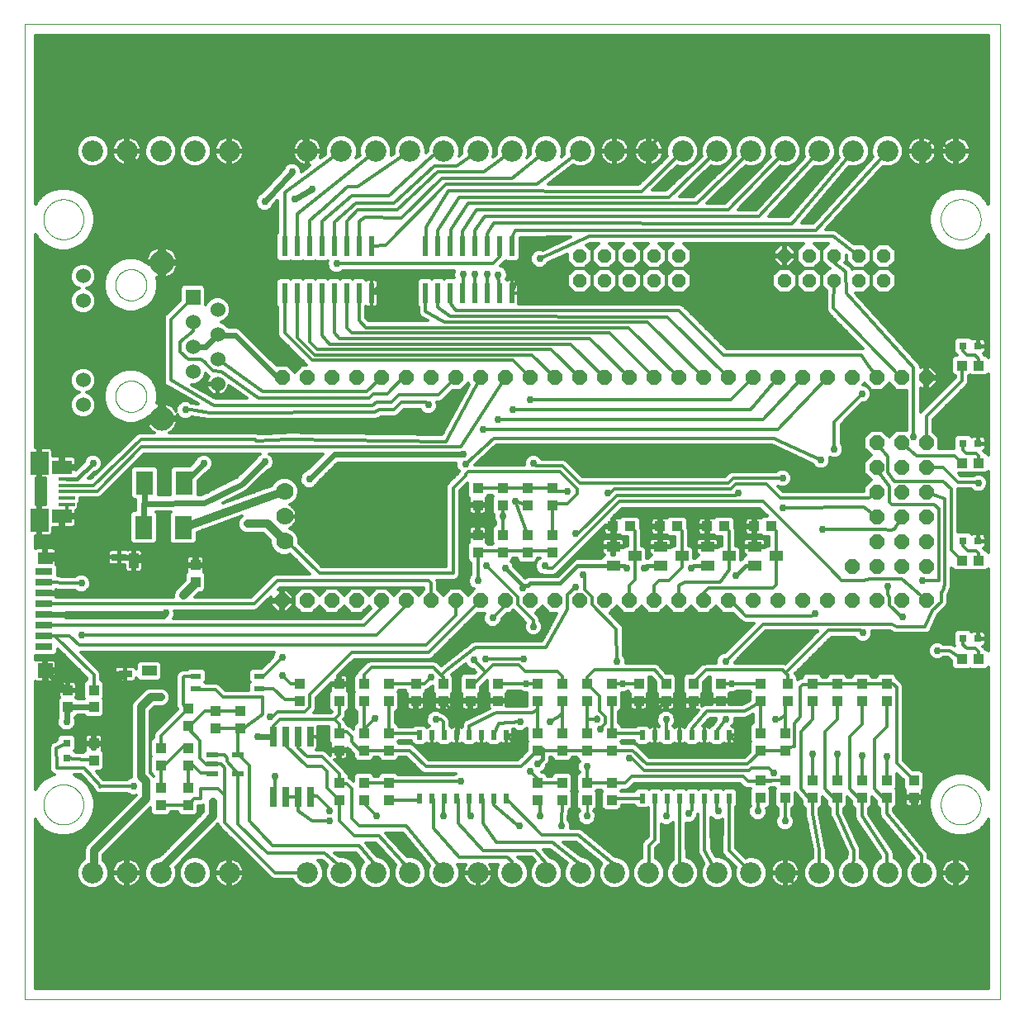
<source format=gtl>
G75*
%MOIN*%
%OFA0B0*%
%FSLAX25Y25*%
%IPPOS*%
%LPD*%
%AMOC8*
5,1,8,0,0,1.08239X$1,22.5*
%
%ADD10C,0.00000*%
%ADD11R,0.03937X0.04331*%
%ADD12R,0.04331X0.03937*%
%ADD13R,0.05512X0.03937*%
%ADD14R,0.02600X0.08000*%
%ADD15R,0.04724X0.02362*%
%ADD16OC8,0.05937*%
%ADD17R,0.01969X0.03937*%
%ADD18R,0.03937X0.01969*%
%ADD19R,0.02400X0.08100*%
%ADD20C,0.07000*%
%ADD21C,0.08600*%
%ADD22R,0.03150X0.03150*%
%ADD23OC8,0.05600*%
%ADD24R,0.07087X0.09449*%
%ADD25R,0.06890X0.02756*%
%ADD26R,0.06102X0.03937*%
%ADD27R,0.03937X0.06102*%
%ADD28R,0.05906X0.05118*%
%ADD29R,0.05906X0.05906*%
%ADD30R,0.05512X0.03150*%
%ADD31R,0.05906X0.03150*%
%ADD32R,0.06000X0.06000*%
%ADD33C,0.06000*%
%ADD34C,0.09750*%
%ADD35R,0.06693X0.01772*%
%ADD36R,0.08268X0.05807*%
%ADD37R,0.07480X0.09350*%
%ADD38C,0.01200*%
%ADD39C,0.02978*%
%ADD40C,0.02400*%
%ADD41C,0.01600*%
%ADD42C,0.03200*%
%ADD43C,0.03962*%
%ADD44C,0.01000*%
D10*
X0005598Y0001600D02*
X0005598Y0395301D01*
X0399299Y0395301D01*
X0399299Y0001600D01*
X0005598Y0001600D01*
X0013275Y0080340D02*
X0013277Y0080538D01*
X0013285Y0080736D01*
X0013297Y0080934D01*
X0013314Y0081131D01*
X0013336Y0081328D01*
X0013362Y0081524D01*
X0013394Y0081720D01*
X0013430Y0081915D01*
X0013471Y0082108D01*
X0013517Y0082301D01*
X0013567Y0082493D01*
X0013623Y0082683D01*
X0013682Y0082872D01*
X0013747Y0083059D01*
X0013816Y0083245D01*
X0013889Y0083429D01*
X0013967Y0083611D01*
X0014050Y0083791D01*
X0014137Y0083969D01*
X0014228Y0084145D01*
X0014324Y0084318D01*
X0014423Y0084489D01*
X0014527Y0084658D01*
X0014635Y0084824D01*
X0014747Y0084987D01*
X0014863Y0085148D01*
X0014983Y0085306D01*
X0015107Y0085460D01*
X0015235Y0085612D01*
X0015366Y0085760D01*
X0015501Y0085905D01*
X0015639Y0086047D01*
X0015781Y0086185D01*
X0015926Y0086320D01*
X0016074Y0086451D01*
X0016226Y0086579D01*
X0016380Y0086703D01*
X0016538Y0086823D01*
X0016699Y0086939D01*
X0016862Y0087051D01*
X0017028Y0087159D01*
X0017197Y0087263D01*
X0017368Y0087362D01*
X0017541Y0087458D01*
X0017717Y0087549D01*
X0017895Y0087636D01*
X0018075Y0087719D01*
X0018257Y0087797D01*
X0018441Y0087870D01*
X0018627Y0087939D01*
X0018814Y0088004D01*
X0019003Y0088063D01*
X0019193Y0088119D01*
X0019385Y0088169D01*
X0019578Y0088215D01*
X0019771Y0088256D01*
X0019966Y0088292D01*
X0020162Y0088324D01*
X0020358Y0088350D01*
X0020555Y0088372D01*
X0020752Y0088389D01*
X0020950Y0088401D01*
X0021148Y0088409D01*
X0021346Y0088411D01*
X0021544Y0088409D01*
X0021742Y0088401D01*
X0021940Y0088389D01*
X0022137Y0088372D01*
X0022334Y0088350D01*
X0022530Y0088324D01*
X0022726Y0088292D01*
X0022921Y0088256D01*
X0023114Y0088215D01*
X0023307Y0088169D01*
X0023499Y0088119D01*
X0023689Y0088063D01*
X0023878Y0088004D01*
X0024065Y0087939D01*
X0024251Y0087870D01*
X0024435Y0087797D01*
X0024617Y0087719D01*
X0024797Y0087636D01*
X0024975Y0087549D01*
X0025151Y0087458D01*
X0025324Y0087362D01*
X0025495Y0087263D01*
X0025664Y0087159D01*
X0025830Y0087051D01*
X0025993Y0086939D01*
X0026154Y0086823D01*
X0026312Y0086703D01*
X0026466Y0086579D01*
X0026618Y0086451D01*
X0026766Y0086320D01*
X0026911Y0086185D01*
X0027053Y0086047D01*
X0027191Y0085905D01*
X0027326Y0085760D01*
X0027457Y0085612D01*
X0027585Y0085460D01*
X0027709Y0085306D01*
X0027829Y0085148D01*
X0027945Y0084987D01*
X0028057Y0084824D01*
X0028165Y0084658D01*
X0028269Y0084489D01*
X0028368Y0084318D01*
X0028464Y0084145D01*
X0028555Y0083969D01*
X0028642Y0083791D01*
X0028725Y0083611D01*
X0028803Y0083429D01*
X0028876Y0083245D01*
X0028945Y0083059D01*
X0029010Y0082872D01*
X0029069Y0082683D01*
X0029125Y0082493D01*
X0029175Y0082301D01*
X0029221Y0082108D01*
X0029262Y0081915D01*
X0029298Y0081720D01*
X0029330Y0081524D01*
X0029356Y0081328D01*
X0029378Y0081131D01*
X0029395Y0080934D01*
X0029407Y0080736D01*
X0029415Y0080538D01*
X0029417Y0080340D01*
X0029415Y0080142D01*
X0029407Y0079944D01*
X0029395Y0079746D01*
X0029378Y0079549D01*
X0029356Y0079352D01*
X0029330Y0079156D01*
X0029298Y0078960D01*
X0029262Y0078765D01*
X0029221Y0078572D01*
X0029175Y0078379D01*
X0029125Y0078187D01*
X0029069Y0077997D01*
X0029010Y0077808D01*
X0028945Y0077621D01*
X0028876Y0077435D01*
X0028803Y0077251D01*
X0028725Y0077069D01*
X0028642Y0076889D01*
X0028555Y0076711D01*
X0028464Y0076535D01*
X0028368Y0076362D01*
X0028269Y0076191D01*
X0028165Y0076022D01*
X0028057Y0075856D01*
X0027945Y0075693D01*
X0027829Y0075532D01*
X0027709Y0075374D01*
X0027585Y0075220D01*
X0027457Y0075068D01*
X0027326Y0074920D01*
X0027191Y0074775D01*
X0027053Y0074633D01*
X0026911Y0074495D01*
X0026766Y0074360D01*
X0026618Y0074229D01*
X0026466Y0074101D01*
X0026312Y0073977D01*
X0026154Y0073857D01*
X0025993Y0073741D01*
X0025830Y0073629D01*
X0025664Y0073521D01*
X0025495Y0073417D01*
X0025324Y0073318D01*
X0025151Y0073222D01*
X0024975Y0073131D01*
X0024797Y0073044D01*
X0024617Y0072961D01*
X0024435Y0072883D01*
X0024251Y0072810D01*
X0024065Y0072741D01*
X0023878Y0072676D01*
X0023689Y0072617D01*
X0023499Y0072561D01*
X0023307Y0072511D01*
X0023114Y0072465D01*
X0022921Y0072424D01*
X0022726Y0072388D01*
X0022530Y0072356D01*
X0022334Y0072330D01*
X0022137Y0072308D01*
X0021940Y0072291D01*
X0021742Y0072279D01*
X0021544Y0072271D01*
X0021346Y0072269D01*
X0021148Y0072271D01*
X0020950Y0072279D01*
X0020752Y0072291D01*
X0020555Y0072308D01*
X0020358Y0072330D01*
X0020162Y0072356D01*
X0019966Y0072388D01*
X0019771Y0072424D01*
X0019578Y0072465D01*
X0019385Y0072511D01*
X0019193Y0072561D01*
X0019003Y0072617D01*
X0018814Y0072676D01*
X0018627Y0072741D01*
X0018441Y0072810D01*
X0018257Y0072883D01*
X0018075Y0072961D01*
X0017895Y0073044D01*
X0017717Y0073131D01*
X0017541Y0073222D01*
X0017368Y0073318D01*
X0017197Y0073417D01*
X0017028Y0073521D01*
X0016862Y0073629D01*
X0016699Y0073741D01*
X0016538Y0073857D01*
X0016380Y0073977D01*
X0016226Y0074101D01*
X0016074Y0074229D01*
X0015926Y0074360D01*
X0015781Y0074495D01*
X0015639Y0074633D01*
X0015501Y0074775D01*
X0015366Y0074920D01*
X0015235Y0075068D01*
X0015107Y0075220D01*
X0014983Y0075374D01*
X0014863Y0075532D01*
X0014747Y0075693D01*
X0014635Y0075856D01*
X0014527Y0076022D01*
X0014423Y0076191D01*
X0014324Y0076362D01*
X0014228Y0076535D01*
X0014137Y0076711D01*
X0014050Y0076889D01*
X0013967Y0077069D01*
X0013889Y0077251D01*
X0013816Y0077435D01*
X0013747Y0077621D01*
X0013682Y0077808D01*
X0013623Y0077997D01*
X0013567Y0078187D01*
X0013517Y0078379D01*
X0013471Y0078572D01*
X0013430Y0078765D01*
X0013394Y0078960D01*
X0013362Y0079156D01*
X0013336Y0079352D01*
X0013314Y0079549D01*
X0013297Y0079746D01*
X0013285Y0079944D01*
X0013277Y0080142D01*
X0013275Y0080340D01*
X0005890Y0190261D02*
X0005890Y0222939D01*
X0042298Y0245100D02*
X0042300Y0245258D01*
X0042306Y0245417D01*
X0042316Y0245575D01*
X0042330Y0245732D01*
X0042348Y0245890D01*
X0042369Y0246046D01*
X0042395Y0246203D01*
X0042425Y0246358D01*
X0042458Y0246513D01*
X0042496Y0246667D01*
X0042537Y0246820D01*
X0042582Y0246971D01*
X0042631Y0247122D01*
X0042684Y0247271D01*
X0042740Y0247419D01*
X0042801Y0247566D01*
X0042864Y0247711D01*
X0042932Y0247854D01*
X0043003Y0247995D01*
X0043077Y0248135D01*
X0043155Y0248273D01*
X0043237Y0248409D01*
X0043322Y0248542D01*
X0043410Y0248674D01*
X0043501Y0248803D01*
X0043596Y0248930D01*
X0043694Y0249054D01*
X0043795Y0249176D01*
X0043899Y0249296D01*
X0044005Y0249413D01*
X0044115Y0249527D01*
X0044228Y0249638D01*
X0044343Y0249746D01*
X0044462Y0249852D01*
X0044582Y0249954D01*
X0044705Y0250054D01*
X0044831Y0250150D01*
X0044959Y0250243D01*
X0045090Y0250333D01*
X0045222Y0250419D01*
X0045357Y0250502D01*
X0045494Y0250582D01*
X0045633Y0250658D01*
X0045773Y0250731D01*
X0045916Y0250800D01*
X0046060Y0250866D01*
X0046205Y0250928D01*
X0046353Y0250986D01*
X0046501Y0251041D01*
X0046651Y0251092D01*
X0046802Y0251139D01*
X0046955Y0251182D01*
X0047108Y0251221D01*
X0047262Y0251257D01*
X0047417Y0251288D01*
X0047573Y0251316D01*
X0047730Y0251340D01*
X0047887Y0251360D01*
X0048045Y0251376D01*
X0048202Y0251388D01*
X0048361Y0251396D01*
X0048519Y0251400D01*
X0048677Y0251400D01*
X0048835Y0251396D01*
X0048994Y0251388D01*
X0049151Y0251376D01*
X0049309Y0251360D01*
X0049466Y0251340D01*
X0049623Y0251316D01*
X0049779Y0251288D01*
X0049934Y0251257D01*
X0050088Y0251221D01*
X0050241Y0251182D01*
X0050394Y0251139D01*
X0050545Y0251092D01*
X0050695Y0251041D01*
X0050843Y0250986D01*
X0050991Y0250928D01*
X0051136Y0250866D01*
X0051280Y0250800D01*
X0051423Y0250731D01*
X0051563Y0250658D01*
X0051702Y0250582D01*
X0051839Y0250502D01*
X0051974Y0250419D01*
X0052106Y0250333D01*
X0052237Y0250243D01*
X0052365Y0250150D01*
X0052491Y0250054D01*
X0052614Y0249954D01*
X0052734Y0249852D01*
X0052853Y0249746D01*
X0052968Y0249638D01*
X0053081Y0249527D01*
X0053191Y0249413D01*
X0053297Y0249296D01*
X0053401Y0249176D01*
X0053502Y0249054D01*
X0053600Y0248930D01*
X0053695Y0248803D01*
X0053786Y0248674D01*
X0053874Y0248542D01*
X0053959Y0248409D01*
X0054041Y0248273D01*
X0054119Y0248135D01*
X0054193Y0247995D01*
X0054264Y0247854D01*
X0054332Y0247711D01*
X0054395Y0247566D01*
X0054456Y0247419D01*
X0054512Y0247271D01*
X0054565Y0247122D01*
X0054614Y0246971D01*
X0054659Y0246820D01*
X0054700Y0246667D01*
X0054738Y0246513D01*
X0054771Y0246358D01*
X0054801Y0246203D01*
X0054827Y0246046D01*
X0054848Y0245890D01*
X0054866Y0245732D01*
X0054880Y0245575D01*
X0054890Y0245417D01*
X0054896Y0245258D01*
X0054898Y0245100D01*
X0054896Y0244942D01*
X0054890Y0244783D01*
X0054880Y0244625D01*
X0054866Y0244468D01*
X0054848Y0244310D01*
X0054827Y0244154D01*
X0054801Y0243997D01*
X0054771Y0243842D01*
X0054738Y0243687D01*
X0054700Y0243533D01*
X0054659Y0243380D01*
X0054614Y0243229D01*
X0054565Y0243078D01*
X0054512Y0242929D01*
X0054456Y0242781D01*
X0054395Y0242634D01*
X0054332Y0242489D01*
X0054264Y0242346D01*
X0054193Y0242205D01*
X0054119Y0242065D01*
X0054041Y0241927D01*
X0053959Y0241791D01*
X0053874Y0241658D01*
X0053786Y0241526D01*
X0053695Y0241397D01*
X0053600Y0241270D01*
X0053502Y0241146D01*
X0053401Y0241024D01*
X0053297Y0240904D01*
X0053191Y0240787D01*
X0053081Y0240673D01*
X0052968Y0240562D01*
X0052853Y0240454D01*
X0052734Y0240348D01*
X0052614Y0240246D01*
X0052491Y0240146D01*
X0052365Y0240050D01*
X0052237Y0239957D01*
X0052106Y0239867D01*
X0051974Y0239781D01*
X0051839Y0239698D01*
X0051702Y0239618D01*
X0051563Y0239542D01*
X0051423Y0239469D01*
X0051280Y0239400D01*
X0051136Y0239334D01*
X0050991Y0239272D01*
X0050843Y0239214D01*
X0050695Y0239159D01*
X0050545Y0239108D01*
X0050394Y0239061D01*
X0050241Y0239018D01*
X0050088Y0238979D01*
X0049934Y0238943D01*
X0049779Y0238912D01*
X0049623Y0238884D01*
X0049466Y0238860D01*
X0049309Y0238840D01*
X0049151Y0238824D01*
X0048994Y0238812D01*
X0048835Y0238804D01*
X0048677Y0238800D01*
X0048519Y0238800D01*
X0048361Y0238804D01*
X0048202Y0238812D01*
X0048045Y0238824D01*
X0047887Y0238840D01*
X0047730Y0238860D01*
X0047573Y0238884D01*
X0047417Y0238912D01*
X0047262Y0238943D01*
X0047108Y0238979D01*
X0046955Y0239018D01*
X0046802Y0239061D01*
X0046651Y0239108D01*
X0046501Y0239159D01*
X0046353Y0239214D01*
X0046205Y0239272D01*
X0046060Y0239334D01*
X0045916Y0239400D01*
X0045773Y0239469D01*
X0045633Y0239542D01*
X0045494Y0239618D01*
X0045357Y0239698D01*
X0045222Y0239781D01*
X0045090Y0239867D01*
X0044959Y0239957D01*
X0044831Y0240050D01*
X0044705Y0240146D01*
X0044582Y0240246D01*
X0044462Y0240348D01*
X0044343Y0240454D01*
X0044228Y0240562D01*
X0044115Y0240673D01*
X0044005Y0240787D01*
X0043899Y0240904D01*
X0043795Y0241024D01*
X0043694Y0241146D01*
X0043596Y0241270D01*
X0043501Y0241397D01*
X0043410Y0241526D01*
X0043322Y0241658D01*
X0043237Y0241791D01*
X0043155Y0241927D01*
X0043077Y0242065D01*
X0043003Y0242205D01*
X0042932Y0242346D01*
X0042864Y0242489D01*
X0042801Y0242634D01*
X0042740Y0242781D01*
X0042684Y0242929D01*
X0042631Y0243078D01*
X0042582Y0243229D01*
X0042537Y0243380D01*
X0042496Y0243533D01*
X0042458Y0243687D01*
X0042425Y0243842D01*
X0042395Y0243997D01*
X0042369Y0244154D01*
X0042348Y0244310D01*
X0042330Y0244468D01*
X0042316Y0244625D01*
X0042306Y0244783D01*
X0042300Y0244942D01*
X0042298Y0245100D01*
X0042298Y0290100D02*
X0042300Y0290258D01*
X0042306Y0290417D01*
X0042316Y0290575D01*
X0042330Y0290732D01*
X0042348Y0290890D01*
X0042369Y0291046D01*
X0042395Y0291203D01*
X0042425Y0291358D01*
X0042458Y0291513D01*
X0042496Y0291667D01*
X0042537Y0291820D01*
X0042582Y0291971D01*
X0042631Y0292122D01*
X0042684Y0292271D01*
X0042740Y0292419D01*
X0042801Y0292566D01*
X0042864Y0292711D01*
X0042932Y0292854D01*
X0043003Y0292995D01*
X0043077Y0293135D01*
X0043155Y0293273D01*
X0043237Y0293409D01*
X0043322Y0293542D01*
X0043410Y0293674D01*
X0043501Y0293803D01*
X0043596Y0293930D01*
X0043694Y0294054D01*
X0043795Y0294176D01*
X0043899Y0294296D01*
X0044005Y0294413D01*
X0044115Y0294527D01*
X0044228Y0294638D01*
X0044343Y0294746D01*
X0044462Y0294852D01*
X0044582Y0294954D01*
X0044705Y0295054D01*
X0044831Y0295150D01*
X0044959Y0295243D01*
X0045090Y0295333D01*
X0045222Y0295419D01*
X0045357Y0295502D01*
X0045494Y0295582D01*
X0045633Y0295658D01*
X0045773Y0295731D01*
X0045916Y0295800D01*
X0046060Y0295866D01*
X0046205Y0295928D01*
X0046353Y0295986D01*
X0046501Y0296041D01*
X0046651Y0296092D01*
X0046802Y0296139D01*
X0046955Y0296182D01*
X0047108Y0296221D01*
X0047262Y0296257D01*
X0047417Y0296288D01*
X0047573Y0296316D01*
X0047730Y0296340D01*
X0047887Y0296360D01*
X0048045Y0296376D01*
X0048202Y0296388D01*
X0048361Y0296396D01*
X0048519Y0296400D01*
X0048677Y0296400D01*
X0048835Y0296396D01*
X0048994Y0296388D01*
X0049151Y0296376D01*
X0049309Y0296360D01*
X0049466Y0296340D01*
X0049623Y0296316D01*
X0049779Y0296288D01*
X0049934Y0296257D01*
X0050088Y0296221D01*
X0050241Y0296182D01*
X0050394Y0296139D01*
X0050545Y0296092D01*
X0050695Y0296041D01*
X0050843Y0295986D01*
X0050991Y0295928D01*
X0051136Y0295866D01*
X0051280Y0295800D01*
X0051423Y0295731D01*
X0051563Y0295658D01*
X0051702Y0295582D01*
X0051839Y0295502D01*
X0051974Y0295419D01*
X0052106Y0295333D01*
X0052237Y0295243D01*
X0052365Y0295150D01*
X0052491Y0295054D01*
X0052614Y0294954D01*
X0052734Y0294852D01*
X0052853Y0294746D01*
X0052968Y0294638D01*
X0053081Y0294527D01*
X0053191Y0294413D01*
X0053297Y0294296D01*
X0053401Y0294176D01*
X0053502Y0294054D01*
X0053600Y0293930D01*
X0053695Y0293803D01*
X0053786Y0293674D01*
X0053874Y0293542D01*
X0053959Y0293409D01*
X0054041Y0293273D01*
X0054119Y0293135D01*
X0054193Y0292995D01*
X0054264Y0292854D01*
X0054332Y0292711D01*
X0054395Y0292566D01*
X0054456Y0292419D01*
X0054512Y0292271D01*
X0054565Y0292122D01*
X0054614Y0291971D01*
X0054659Y0291820D01*
X0054700Y0291667D01*
X0054738Y0291513D01*
X0054771Y0291358D01*
X0054801Y0291203D01*
X0054827Y0291046D01*
X0054848Y0290890D01*
X0054866Y0290732D01*
X0054880Y0290575D01*
X0054890Y0290417D01*
X0054896Y0290258D01*
X0054898Y0290100D01*
X0054896Y0289942D01*
X0054890Y0289783D01*
X0054880Y0289625D01*
X0054866Y0289468D01*
X0054848Y0289310D01*
X0054827Y0289154D01*
X0054801Y0288997D01*
X0054771Y0288842D01*
X0054738Y0288687D01*
X0054700Y0288533D01*
X0054659Y0288380D01*
X0054614Y0288229D01*
X0054565Y0288078D01*
X0054512Y0287929D01*
X0054456Y0287781D01*
X0054395Y0287634D01*
X0054332Y0287489D01*
X0054264Y0287346D01*
X0054193Y0287205D01*
X0054119Y0287065D01*
X0054041Y0286927D01*
X0053959Y0286791D01*
X0053874Y0286658D01*
X0053786Y0286526D01*
X0053695Y0286397D01*
X0053600Y0286270D01*
X0053502Y0286146D01*
X0053401Y0286024D01*
X0053297Y0285904D01*
X0053191Y0285787D01*
X0053081Y0285673D01*
X0052968Y0285562D01*
X0052853Y0285454D01*
X0052734Y0285348D01*
X0052614Y0285246D01*
X0052491Y0285146D01*
X0052365Y0285050D01*
X0052237Y0284957D01*
X0052106Y0284867D01*
X0051974Y0284781D01*
X0051839Y0284698D01*
X0051702Y0284618D01*
X0051563Y0284542D01*
X0051423Y0284469D01*
X0051280Y0284400D01*
X0051136Y0284334D01*
X0050991Y0284272D01*
X0050843Y0284214D01*
X0050695Y0284159D01*
X0050545Y0284108D01*
X0050394Y0284061D01*
X0050241Y0284018D01*
X0050088Y0283979D01*
X0049934Y0283943D01*
X0049779Y0283912D01*
X0049623Y0283884D01*
X0049466Y0283860D01*
X0049309Y0283840D01*
X0049151Y0283824D01*
X0048994Y0283812D01*
X0048835Y0283804D01*
X0048677Y0283800D01*
X0048519Y0283800D01*
X0048361Y0283804D01*
X0048202Y0283812D01*
X0048045Y0283824D01*
X0047887Y0283840D01*
X0047730Y0283860D01*
X0047573Y0283884D01*
X0047417Y0283912D01*
X0047262Y0283943D01*
X0047108Y0283979D01*
X0046955Y0284018D01*
X0046802Y0284061D01*
X0046651Y0284108D01*
X0046501Y0284159D01*
X0046353Y0284214D01*
X0046205Y0284272D01*
X0046060Y0284334D01*
X0045916Y0284400D01*
X0045773Y0284469D01*
X0045633Y0284542D01*
X0045494Y0284618D01*
X0045357Y0284698D01*
X0045222Y0284781D01*
X0045090Y0284867D01*
X0044959Y0284957D01*
X0044831Y0285050D01*
X0044705Y0285146D01*
X0044582Y0285246D01*
X0044462Y0285348D01*
X0044343Y0285454D01*
X0044228Y0285562D01*
X0044115Y0285673D01*
X0044005Y0285787D01*
X0043899Y0285904D01*
X0043795Y0286024D01*
X0043694Y0286146D01*
X0043596Y0286270D01*
X0043501Y0286397D01*
X0043410Y0286526D01*
X0043322Y0286658D01*
X0043237Y0286791D01*
X0043155Y0286927D01*
X0043077Y0287065D01*
X0043003Y0287205D01*
X0042932Y0287346D01*
X0042864Y0287489D01*
X0042801Y0287634D01*
X0042740Y0287781D01*
X0042684Y0287929D01*
X0042631Y0288078D01*
X0042582Y0288229D01*
X0042537Y0288380D01*
X0042496Y0288533D01*
X0042458Y0288687D01*
X0042425Y0288842D01*
X0042395Y0288997D01*
X0042369Y0289154D01*
X0042348Y0289310D01*
X0042330Y0289468D01*
X0042316Y0289625D01*
X0042306Y0289783D01*
X0042300Y0289942D01*
X0042298Y0290100D01*
X0013275Y0316561D02*
X0013277Y0316759D01*
X0013285Y0316957D01*
X0013297Y0317155D01*
X0013314Y0317352D01*
X0013336Y0317549D01*
X0013362Y0317745D01*
X0013394Y0317941D01*
X0013430Y0318136D01*
X0013471Y0318329D01*
X0013517Y0318522D01*
X0013567Y0318714D01*
X0013623Y0318904D01*
X0013682Y0319093D01*
X0013747Y0319280D01*
X0013816Y0319466D01*
X0013889Y0319650D01*
X0013967Y0319832D01*
X0014050Y0320012D01*
X0014137Y0320190D01*
X0014228Y0320366D01*
X0014324Y0320539D01*
X0014423Y0320710D01*
X0014527Y0320879D01*
X0014635Y0321045D01*
X0014747Y0321208D01*
X0014863Y0321369D01*
X0014983Y0321527D01*
X0015107Y0321681D01*
X0015235Y0321833D01*
X0015366Y0321981D01*
X0015501Y0322126D01*
X0015639Y0322268D01*
X0015781Y0322406D01*
X0015926Y0322541D01*
X0016074Y0322672D01*
X0016226Y0322800D01*
X0016380Y0322924D01*
X0016538Y0323044D01*
X0016699Y0323160D01*
X0016862Y0323272D01*
X0017028Y0323380D01*
X0017197Y0323484D01*
X0017368Y0323583D01*
X0017541Y0323679D01*
X0017717Y0323770D01*
X0017895Y0323857D01*
X0018075Y0323940D01*
X0018257Y0324018D01*
X0018441Y0324091D01*
X0018627Y0324160D01*
X0018814Y0324225D01*
X0019003Y0324284D01*
X0019193Y0324340D01*
X0019385Y0324390D01*
X0019578Y0324436D01*
X0019771Y0324477D01*
X0019966Y0324513D01*
X0020162Y0324545D01*
X0020358Y0324571D01*
X0020555Y0324593D01*
X0020752Y0324610D01*
X0020950Y0324622D01*
X0021148Y0324630D01*
X0021346Y0324632D01*
X0021544Y0324630D01*
X0021742Y0324622D01*
X0021940Y0324610D01*
X0022137Y0324593D01*
X0022334Y0324571D01*
X0022530Y0324545D01*
X0022726Y0324513D01*
X0022921Y0324477D01*
X0023114Y0324436D01*
X0023307Y0324390D01*
X0023499Y0324340D01*
X0023689Y0324284D01*
X0023878Y0324225D01*
X0024065Y0324160D01*
X0024251Y0324091D01*
X0024435Y0324018D01*
X0024617Y0323940D01*
X0024797Y0323857D01*
X0024975Y0323770D01*
X0025151Y0323679D01*
X0025324Y0323583D01*
X0025495Y0323484D01*
X0025664Y0323380D01*
X0025830Y0323272D01*
X0025993Y0323160D01*
X0026154Y0323044D01*
X0026312Y0322924D01*
X0026466Y0322800D01*
X0026618Y0322672D01*
X0026766Y0322541D01*
X0026911Y0322406D01*
X0027053Y0322268D01*
X0027191Y0322126D01*
X0027326Y0321981D01*
X0027457Y0321833D01*
X0027585Y0321681D01*
X0027709Y0321527D01*
X0027829Y0321369D01*
X0027945Y0321208D01*
X0028057Y0321045D01*
X0028165Y0320879D01*
X0028269Y0320710D01*
X0028368Y0320539D01*
X0028464Y0320366D01*
X0028555Y0320190D01*
X0028642Y0320012D01*
X0028725Y0319832D01*
X0028803Y0319650D01*
X0028876Y0319466D01*
X0028945Y0319280D01*
X0029010Y0319093D01*
X0029069Y0318904D01*
X0029125Y0318714D01*
X0029175Y0318522D01*
X0029221Y0318329D01*
X0029262Y0318136D01*
X0029298Y0317941D01*
X0029330Y0317745D01*
X0029356Y0317549D01*
X0029378Y0317352D01*
X0029395Y0317155D01*
X0029407Y0316957D01*
X0029415Y0316759D01*
X0029417Y0316561D01*
X0029415Y0316363D01*
X0029407Y0316165D01*
X0029395Y0315967D01*
X0029378Y0315770D01*
X0029356Y0315573D01*
X0029330Y0315377D01*
X0029298Y0315181D01*
X0029262Y0314986D01*
X0029221Y0314793D01*
X0029175Y0314600D01*
X0029125Y0314408D01*
X0029069Y0314218D01*
X0029010Y0314029D01*
X0028945Y0313842D01*
X0028876Y0313656D01*
X0028803Y0313472D01*
X0028725Y0313290D01*
X0028642Y0313110D01*
X0028555Y0312932D01*
X0028464Y0312756D01*
X0028368Y0312583D01*
X0028269Y0312412D01*
X0028165Y0312243D01*
X0028057Y0312077D01*
X0027945Y0311914D01*
X0027829Y0311753D01*
X0027709Y0311595D01*
X0027585Y0311441D01*
X0027457Y0311289D01*
X0027326Y0311141D01*
X0027191Y0310996D01*
X0027053Y0310854D01*
X0026911Y0310716D01*
X0026766Y0310581D01*
X0026618Y0310450D01*
X0026466Y0310322D01*
X0026312Y0310198D01*
X0026154Y0310078D01*
X0025993Y0309962D01*
X0025830Y0309850D01*
X0025664Y0309742D01*
X0025495Y0309638D01*
X0025324Y0309539D01*
X0025151Y0309443D01*
X0024975Y0309352D01*
X0024797Y0309265D01*
X0024617Y0309182D01*
X0024435Y0309104D01*
X0024251Y0309031D01*
X0024065Y0308962D01*
X0023878Y0308897D01*
X0023689Y0308838D01*
X0023499Y0308782D01*
X0023307Y0308732D01*
X0023114Y0308686D01*
X0022921Y0308645D01*
X0022726Y0308609D01*
X0022530Y0308577D01*
X0022334Y0308551D01*
X0022137Y0308529D01*
X0021940Y0308512D01*
X0021742Y0308500D01*
X0021544Y0308492D01*
X0021346Y0308490D01*
X0021148Y0308492D01*
X0020950Y0308500D01*
X0020752Y0308512D01*
X0020555Y0308529D01*
X0020358Y0308551D01*
X0020162Y0308577D01*
X0019966Y0308609D01*
X0019771Y0308645D01*
X0019578Y0308686D01*
X0019385Y0308732D01*
X0019193Y0308782D01*
X0019003Y0308838D01*
X0018814Y0308897D01*
X0018627Y0308962D01*
X0018441Y0309031D01*
X0018257Y0309104D01*
X0018075Y0309182D01*
X0017895Y0309265D01*
X0017717Y0309352D01*
X0017541Y0309443D01*
X0017368Y0309539D01*
X0017197Y0309638D01*
X0017028Y0309742D01*
X0016862Y0309850D01*
X0016699Y0309962D01*
X0016538Y0310078D01*
X0016380Y0310198D01*
X0016226Y0310322D01*
X0016074Y0310450D01*
X0015926Y0310581D01*
X0015781Y0310716D01*
X0015639Y0310854D01*
X0015501Y0310996D01*
X0015366Y0311141D01*
X0015235Y0311289D01*
X0015107Y0311441D01*
X0014983Y0311595D01*
X0014863Y0311753D01*
X0014747Y0311914D01*
X0014635Y0312077D01*
X0014527Y0312243D01*
X0014423Y0312412D01*
X0014324Y0312583D01*
X0014228Y0312756D01*
X0014137Y0312932D01*
X0014050Y0313110D01*
X0013967Y0313290D01*
X0013889Y0313472D01*
X0013816Y0313656D01*
X0013747Y0313842D01*
X0013682Y0314029D01*
X0013623Y0314218D01*
X0013567Y0314408D01*
X0013517Y0314600D01*
X0013471Y0314793D01*
X0013430Y0314986D01*
X0013394Y0315181D01*
X0013362Y0315377D01*
X0013336Y0315573D01*
X0013314Y0315770D01*
X0013297Y0315967D01*
X0013285Y0316165D01*
X0013277Y0316363D01*
X0013275Y0316561D01*
X0375480Y0316561D02*
X0375482Y0316759D01*
X0375490Y0316957D01*
X0375502Y0317155D01*
X0375519Y0317352D01*
X0375541Y0317549D01*
X0375567Y0317745D01*
X0375599Y0317941D01*
X0375635Y0318136D01*
X0375676Y0318329D01*
X0375722Y0318522D01*
X0375772Y0318714D01*
X0375828Y0318904D01*
X0375887Y0319093D01*
X0375952Y0319280D01*
X0376021Y0319466D01*
X0376094Y0319650D01*
X0376172Y0319832D01*
X0376255Y0320012D01*
X0376342Y0320190D01*
X0376433Y0320366D01*
X0376529Y0320539D01*
X0376628Y0320710D01*
X0376732Y0320879D01*
X0376840Y0321045D01*
X0376952Y0321208D01*
X0377068Y0321369D01*
X0377188Y0321527D01*
X0377312Y0321681D01*
X0377440Y0321833D01*
X0377571Y0321981D01*
X0377706Y0322126D01*
X0377844Y0322268D01*
X0377986Y0322406D01*
X0378131Y0322541D01*
X0378279Y0322672D01*
X0378431Y0322800D01*
X0378585Y0322924D01*
X0378743Y0323044D01*
X0378904Y0323160D01*
X0379067Y0323272D01*
X0379233Y0323380D01*
X0379402Y0323484D01*
X0379573Y0323583D01*
X0379746Y0323679D01*
X0379922Y0323770D01*
X0380100Y0323857D01*
X0380280Y0323940D01*
X0380462Y0324018D01*
X0380646Y0324091D01*
X0380832Y0324160D01*
X0381019Y0324225D01*
X0381208Y0324284D01*
X0381398Y0324340D01*
X0381590Y0324390D01*
X0381783Y0324436D01*
X0381976Y0324477D01*
X0382171Y0324513D01*
X0382367Y0324545D01*
X0382563Y0324571D01*
X0382760Y0324593D01*
X0382957Y0324610D01*
X0383155Y0324622D01*
X0383353Y0324630D01*
X0383551Y0324632D01*
X0383749Y0324630D01*
X0383947Y0324622D01*
X0384145Y0324610D01*
X0384342Y0324593D01*
X0384539Y0324571D01*
X0384735Y0324545D01*
X0384931Y0324513D01*
X0385126Y0324477D01*
X0385319Y0324436D01*
X0385512Y0324390D01*
X0385704Y0324340D01*
X0385894Y0324284D01*
X0386083Y0324225D01*
X0386270Y0324160D01*
X0386456Y0324091D01*
X0386640Y0324018D01*
X0386822Y0323940D01*
X0387002Y0323857D01*
X0387180Y0323770D01*
X0387356Y0323679D01*
X0387529Y0323583D01*
X0387700Y0323484D01*
X0387869Y0323380D01*
X0388035Y0323272D01*
X0388198Y0323160D01*
X0388359Y0323044D01*
X0388517Y0322924D01*
X0388671Y0322800D01*
X0388823Y0322672D01*
X0388971Y0322541D01*
X0389116Y0322406D01*
X0389258Y0322268D01*
X0389396Y0322126D01*
X0389531Y0321981D01*
X0389662Y0321833D01*
X0389790Y0321681D01*
X0389914Y0321527D01*
X0390034Y0321369D01*
X0390150Y0321208D01*
X0390262Y0321045D01*
X0390370Y0320879D01*
X0390474Y0320710D01*
X0390573Y0320539D01*
X0390669Y0320366D01*
X0390760Y0320190D01*
X0390847Y0320012D01*
X0390930Y0319832D01*
X0391008Y0319650D01*
X0391081Y0319466D01*
X0391150Y0319280D01*
X0391215Y0319093D01*
X0391274Y0318904D01*
X0391330Y0318714D01*
X0391380Y0318522D01*
X0391426Y0318329D01*
X0391467Y0318136D01*
X0391503Y0317941D01*
X0391535Y0317745D01*
X0391561Y0317549D01*
X0391583Y0317352D01*
X0391600Y0317155D01*
X0391612Y0316957D01*
X0391620Y0316759D01*
X0391622Y0316561D01*
X0391620Y0316363D01*
X0391612Y0316165D01*
X0391600Y0315967D01*
X0391583Y0315770D01*
X0391561Y0315573D01*
X0391535Y0315377D01*
X0391503Y0315181D01*
X0391467Y0314986D01*
X0391426Y0314793D01*
X0391380Y0314600D01*
X0391330Y0314408D01*
X0391274Y0314218D01*
X0391215Y0314029D01*
X0391150Y0313842D01*
X0391081Y0313656D01*
X0391008Y0313472D01*
X0390930Y0313290D01*
X0390847Y0313110D01*
X0390760Y0312932D01*
X0390669Y0312756D01*
X0390573Y0312583D01*
X0390474Y0312412D01*
X0390370Y0312243D01*
X0390262Y0312077D01*
X0390150Y0311914D01*
X0390034Y0311753D01*
X0389914Y0311595D01*
X0389790Y0311441D01*
X0389662Y0311289D01*
X0389531Y0311141D01*
X0389396Y0310996D01*
X0389258Y0310854D01*
X0389116Y0310716D01*
X0388971Y0310581D01*
X0388823Y0310450D01*
X0388671Y0310322D01*
X0388517Y0310198D01*
X0388359Y0310078D01*
X0388198Y0309962D01*
X0388035Y0309850D01*
X0387869Y0309742D01*
X0387700Y0309638D01*
X0387529Y0309539D01*
X0387356Y0309443D01*
X0387180Y0309352D01*
X0387002Y0309265D01*
X0386822Y0309182D01*
X0386640Y0309104D01*
X0386456Y0309031D01*
X0386270Y0308962D01*
X0386083Y0308897D01*
X0385894Y0308838D01*
X0385704Y0308782D01*
X0385512Y0308732D01*
X0385319Y0308686D01*
X0385126Y0308645D01*
X0384931Y0308609D01*
X0384735Y0308577D01*
X0384539Y0308551D01*
X0384342Y0308529D01*
X0384145Y0308512D01*
X0383947Y0308500D01*
X0383749Y0308492D01*
X0383551Y0308490D01*
X0383353Y0308492D01*
X0383155Y0308500D01*
X0382957Y0308512D01*
X0382760Y0308529D01*
X0382563Y0308551D01*
X0382367Y0308577D01*
X0382171Y0308609D01*
X0381976Y0308645D01*
X0381783Y0308686D01*
X0381590Y0308732D01*
X0381398Y0308782D01*
X0381208Y0308838D01*
X0381019Y0308897D01*
X0380832Y0308962D01*
X0380646Y0309031D01*
X0380462Y0309104D01*
X0380280Y0309182D01*
X0380100Y0309265D01*
X0379922Y0309352D01*
X0379746Y0309443D01*
X0379573Y0309539D01*
X0379402Y0309638D01*
X0379233Y0309742D01*
X0379067Y0309850D01*
X0378904Y0309962D01*
X0378743Y0310078D01*
X0378585Y0310198D01*
X0378431Y0310322D01*
X0378279Y0310450D01*
X0378131Y0310581D01*
X0377986Y0310716D01*
X0377844Y0310854D01*
X0377706Y0310996D01*
X0377571Y0311141D01*
X0377440Y0311289D01*
X0377312Y0311441D01*
X0377188Y0311595D01*
X0377068Y0311753D01*
X0376952Y0311914D01*
X0376840Y0312077D01*
X0376732Y0312243D01*
X0376628Y0312412D01*
X0376529Y0312583D01*
X0376433Y0312756D01*
X0376342Y0312932D01*
X0376255Y0313110D01*
X0376172Y0313290D01*
X0376094Y0313472D01*
X0376021Y0313656D01*
X0375952Y0313842D01*
X0375887Y0314029D01*
X0375828Y0314218D01*
X0375772Y0314408D01*
X0375722Y0314600D01*
X0375676Y0314793D01*
X0375635Y0314986D01*
X0375599Y0315181D01*
X0375567Y0315377D01*
X0375541Y0315573D01*
X0375519Y0315770D01*
X0375502Y0315967D01*
X0375490Y0316165D01*
X0375482Y0316363D01*
X0375480Y0316561D01*
X0375480Y0080340D02*
X0375482Y0080538D01*
X0375490Y0080736D01*
X0375502Y0080934D01*
X0375519Y0081131D01*
X0375541Y0081328D01*
X0375567Y0081524D01*
X0375599Y0081720D01*
X0375635Y0081915D01*
X0375676Y0082108D01*
X0375722Y0082301D01*
X0375772Y0082493D01*
X0375828Y0082683D01*
X0375887Y0082872D01*
X0375952Y0083059D01*
X0376021Y0083245D01*
X0376094Y0083429D01*
X0376172Y0083611D01*
X0376255Y0083791D01*
X0376342Y0083969D01*
X0376433Y0084145D01*
X0376529Y0084318D01*
X0376628Y0084489D01*
X0376732Y0084658D01*
X0376840Y0084824D01*
X0376952Y0084987D01*
X0377068Y0085148D01*
X0377188Y0085306D01*
X0377312Y0085460D01*
X0377440Y0085612D01*
X0377571Y0085760D01*
X0377706Y0085905D01*
X0377844Y0086047D01*
X0377986Y0086185D01*
X0378131Y0086320D01*
X0378279Y0086451D01*
X0378431Y0086579D01*
X0378585Y0086703D01*
X0378743Y0086823D01*
X0378904Y0086939D01*
X0379067Y0087051D01*
X0379233Y0087159D01*
X0379402Y0087263D01*
X0379573Y0087362D01*
X0379746Y0087458D01*
X0379922Y0087549D01*
X0380100Y0087636D01*
X0380280Y0087719D01*
X0380462Y0087797D01*
X0380646Y0087870D01*
X0380832Y0087939D01*
X0381019Y0088004D01*
X0381208Y0088063D01*
X0381398Y0088119D01*
X0381590Y0088169D01*
X0381783Y0088215D01*
X0381976Y0088256D01*
X0382171Y0088292D01*
X0382367Y0088324D01*
X0382563Y0088350D01*
X0382760Y0088372D01*
X0382957Y0088389D01*
X0383155Y0088401D01*
X0383353Y0088409D01*
X0383551Y0088411D01*
X0383749Y0088409D01*
X0383947Y0088401D01*
X0384145Y0088389D01*
X0384342Y0088372D01*
X0384539Y0088350D01*
X0384735Y0088324D01*
X0384931Y0088292D01*
X0385126Y0088256D01*
X0385319Y0088215D01*
X0385512Y0088169D01*
X0385704Y0088119D01*
X0385894Y0088063D01*
X0386083Y0088004D01*
X0386270Y0087939D01*
X0386456Y0087870D01*
X0386640Y0087797D01*
X0386822Y0087719D01*
X0387002Y0087636D01*
X0387180Y0087549D01*
X0387356Y0087458D01*
X0387529Y0087362D01*
X0387700Y0087263D01*
X0387869Y0087159D01*
X0388035Y0087051D01*
X0388198Y0086939D01*
X0388359Y0086823D01*
X0388517Y0086703D01*
X0388671Y0086579D01*
X0388823Y0086451D01*
X0388971Y0086320D01*
X0389116Y0086185D01*
X0389258Y0086047D01*
X0389396Y0085905D01*
X0389531Y0085760D01*
X0389662Y0085612D01*
X0389790Y0085460D01*
X0389914Y0085306D01*
X0390034Y0085148D01*
X0390150Y0084987D01*
X0390262Y0084824D01*
X0390370Y0084658D01*
X0390474Y0084489D01*
X0390573Y0084318D01*
X0390669Y0084145D01*
X0390760Y0083969D01*
X0390847Y0083791D01*
X0390930Y0083611D01*
X0391008Y0083429D01*
X0391081Y0083245D01*
X0391150Y0083059D01*
X0391215Y0082872D01*
X0391274Y0082683D01*
X0391330Y0082493D01*
X0391380Y0082301D01*
X0391426Y0082108D01*
X0391467Y0081915D01*
X0391503Y0081720D01*
X0391535Y0081524D01*
X0391561Y0081328D01*
X0391583Y0081131D01*
X0391600Y0080934D01*
X0391612Y0080736D01*
X0391620Y0080538D01*
X0391622Y0080340D01*
X0391620Y0080142D01*
X0391612Y0079944D01*
X0391600Y0079746D01*
X0391583Y0079549D01*
X0391561Y0079352D01*
X0391535Y0079156D01*
X0391503Y0078960D01*
X0391467Y0078765D01*
X0391426Y0078572D01*
X0391380Y0078379D01*
X0391330Y0078187D01*
X0391274Y0077997D01*
X0391215Y0077808D01*
X0391150Y0077621D01*
X0391081Y0077435D01*
X0391008Y0077251D01*
X0390930Y0077069D01*
X0390847Y0076889D01*
X0390760Y0076711D01*
X0390669Y0076535D01*
X0390573Y0076362D01*
X0390474Y0076191D01*
X0390370Y0076022D01*
X0390262Y0075856D01*
X0390150Y0075693D01*
X0390034Y0075532D01*
X0389914Y0075374D01*
X0389790Y0075220D01*
X0389662Y0075068D01*
X0389531Y0074920D01*
X0389396Y0074775D01*
X0389258Y0074633D01*
X0389116Y0074495D01*
X0388971Y0074360D01*
X0388823Y0074229D01*
X0388671Y0074101D01*
X0388517Y0073977D01*
X0388359Y0073857D01*
X0388198Y0073741D01*
X0388035Y0073629D01*
X0387869Y0073521D01*
X0387700Y0073417D01*
X0387529Y0073318D01*
X0387356Y0073222D01*
X0387180Y0073131D01*
X0387002Y0073044D01*
X0386822Y0072961D01*
X0386640Y0072883D01*
X0386456Y0072810D01*
X0386270Y0072741D01*
X0386083Y0072676D01*
X0385894Y0072617D01*
X0385704Y0072561D01*
X0385512Y0072511D01*
X0385319Y0072465D01*
X0385126Y0072424D01*
X0384931Y0072388D01*
X0384735Y0072356D01*
X0384539Y0072330D01*
X0384342Y0072308D01*
X0384145Y0072291D01*
X0383947Y0072279D01*
X0383749Y0072271D01*
X0383551Y0072269D01*
X0383353Y0072271D01*
X0383155Y0072279D01*
X0382957Y0072291D01*
X0382760Y0072308D01*
X0382563Y0072330D01*
X0382367Y0072356D01*
X0382171Y0072388D01*
X0381976Y0072424D01*
X0381783Y0072465D01*
X0381590Y0072511D01*
X0381398Y0072561D01*
X0381208Y0072617D01*
X0381019Y0072676D01*
X0380832Y0072741D01*
X0380646Y0072810D01*
X0380462Y0072883D01*
X0380280Y0072961D01*
X0380100Y0073044D01*
X0379922Y0073131D01*
X0379746Y0073222D01*
X0379573Y0073318D01*
X0379402Y0073417D01*
X0379233Y0073521D01*
X0379067Y0073629D01*
X0378904Y0073741D01*
X0378743Y0073857D01*
X0378585Y0073977D01*
X0378431Y0074101D01*
X0378279Y0074229D01*
X0378131Y0074360D01*
X0377986Y0074495D01*
X0377844Y0074633D01*
X0377706Y0074775D01*
X0377571Y0074920D01*
X0377440Y0075068D01*
X0377312Y0075220D01*
X0377188Y0075374D01*
X0377068Y0075532D01*
X0376952Y0075693D01*
X0376840Y0075856D01*
X0376732Y0076022D01*
X0376628Y0076191D01*
X0376529Y0076362D01*
X0376433Y0076535D01*
X0376342Y0076711D01*
X0376255Y0076889D01*
X0376172Y0077069D01*
X0376094Y0077251D01*
X0376021Y0077435D01*
X0375952Y0077621D01*
X0375887Y0077808D01*
X0375828Y0077997D01*
X0375772Y0078187D01*
X0375722Y0078379D01*
X0375676Y0078572D01*
X0375635Y0078765D01*
X0375599Y0078960D01*
X0375567Y0079156D01*
X0375541Y0079352D01*
X0375519Y0079549D01*
X0375502Y0079746D01*
X0375490Y0079944D01*
X0375482Y0080142D01*
X0375480Y0080340D01*
D11*
X0364598Y0083254D03*
X0364598Y0089946D03*
X0353598Y0089946D03*
X0353598Y0083254D03*
X0343598Y0083254D03*
X0343598Y0089946D03*
X0333598Y0089946D03*
X0333598Y0083254D03*
X0323598Y0083254D03*
X0323598Y0089946D03*
X0312598Y0089946D03*
X0312598Y0083254D03*
X0302598Y0083254D03*
X0302598Y0089946D03*
X0302598Y0102254D03*
X0302598Y0108946D03*
X0312598Y0108946D03*
X0312598Y0102254D03*
X0313598Y0122254D03*
X0313598Y0128946D03*
X0302598Y0128946D03*
X0302598Y0122254D03*
X0286598Y0122254D03*
X0286598Y0128946D03*
X0275598Y0128946D03*
X0275598Y0122254D03*
X0264598Y0122254D03*
X0264598Y0128946D03*
X0253598Y0128946D03*
X0253598Y0122254D03*
X0242598Y0122254D03*
X0242598Y0128946D03*
X0232598Y0128946D03*
X0232598Y0122254D03*
X0222598Y0122254D03*
X0222598Y0128946D03*
X0212598Y0128946D03*
X0212598Y0122254D03*
X0212598Y0108946D03*
X0212598Y0102254D03*
X0222598Y0102254D03*
X0222598Y0108946D03*
X0232598Y0108946D03*
X0232598Y0102254D03*
X0242598Y0102254D03*
X0242598Y0108946D03*
X0242598Y0088946D03*
X0242598Y0082254D03*
X0232598Y0082254D03*
X0232598Y0088946D03*
X0222598Y0088946D03*
X0222598Y0082254D03*
X0212598Y0082254D03*
X0212598Y0088946D03*
X0196598Y0122254D03*
X0196598Y0128946D03*
X0185598Y0128946D03*
X0185598Y0122254D03*
X0174598Y0122254D03*
X0174598Y0128946D03*
X0163598Y0128946D03*
X0163598Y0122254D03*
X0152598Y0122254D03*
X0152598Y0128946D03*
X0142598Y0128946D03*
X0142598Y0122254D03*
X0132598Y0122254D03*
X0132598Y0128946D03*
X0116598Y0128946D03*
X0116598Y0122254D03*
X0132598Y0108946D03*
X0132598Y0102254D03*
X0142598Y0102254D03*
X0142598Y0108946D03*
X0152598Y0108946D03*
X0152598Y0102254D03*
X0152598Y0088946D03*
X0152598Y0082254D03*
X0142598Y0082254D03*
X0142598Y0088946D03*
X0132598Y0088946D03*
X0132598Y0082254D03*
X0092598Y0111254D03*
X0092598Y0117946D03*
X0082598Y0117946D03*
X0082598Y0111254D03*
X0071598Y0112254D03*
X0071598Y0118946D03*
X0071598Y0102946D03*
X0071598Y0096254D03*
X0060598Y0096254D03*
X0060598Y0102946D03*
X0060598Y0086946D03*
X0060598Y0080254D03*
X0071598Y0080254D03*
X0071598Y0086946D03*
X0033598Y0098254D03*
X0033598Y0104946D03*
X0033598Y0119754D03*
X0033598Y0126446D03*
X0023098Y0126446D03*
X0023098Y0119754D03*
X0074598Y0170254D03*
X0074598Y0176946D03*
X0188598Y0182254D03*
X0188598Y0188946D03*
X0198598Y0188946D03*
X0198598Y0182254D03*
X0208598Y0182254D03*
X0208598Y0188946D03*
X0218598Y0188946D03*
X0218598Y0182254D03*
X0218598Y0201254D03*
X0218598Y0207946D03*
X0208598Y0207946D03*
X0208598Y0201254D03*
X0198598Y0201254D03*
X0198598Y0207946D03*
X0188598Y0207946D03*
X0188598Y0201254D03*
X0323598Y0128946D03*
X0323598Y0122254D03*
X0333598Y0122254D03*
X0333598Y0128946D03*
X0343598Y0128946D03*
X0343598Y0122254D03*
X0353598Y0122254D03*
X0353598Y0128946D03*
D12*
X0384142Y0139000D03*
X0390835Y0139000D03*
X0390835Y0178765D03*
X0384142Y0178765D03*
X0384142Y0218135D03*
X0390835Y0218135D03*
X0390835Y0257506D03*
X0384142Y0257506D03*
X0306945Y0192600D03*
X0300252Y0192600D03*
X0287945Y0192600D03*
X0281252Y0192600D03*
X0268945Y0192600D03*
X0262252Y0192600D03*
X0249945Y0192600D03*
X0243252Y0192600D03*
D13*
X0243268Y0184340D03*
X0243268Y0176860D03*
X0251929Y0180600D03*
X0262268Y0176860D03*
X0262268Y0184340D03*
X0270929Y0180600D03*
X0281268Y0176860D03*
X0281268Y0184340D03*
X0289929Y0180600D03*
X0300268Y0176860D03*
X0300268Y0184340D03*
X0308929Y0180600D03*
D14*
X0121098Y0107700D03*
X0116098Y0107700D03*
X0111098Y0107700D03*
X0106098Y0107700D03*
X0106098Y0083500D03*
X0111098Y0083500D03*
X0116098Y0083500D03*
X0121098Y0083500D03*
D15*
X0091740Y0092860D03*
X0091740Y0100340D03*
X0081457Y0100340D03*
X0081457Y0096600D03*
X0081457Y0092860D03*
D16*
X0109598Y0162600D03*
X0119598Y0162600D03*
X0129598Y0162600D03*
X0139598Y0162600D03*
X0149598Y0162600D03*
X0159598Y0162600D03*
X0169598Y0162600D03*
X0179598Y0162600D03*
X0189598Y0162600D03*
X0199598Y0162600D03*
X0209598Y0162600D03*
X0219598Y0162600D03*
X0229598Y0162600D03*
X0239598Y0162600D03*
X0249598Y0162600D03*
X0259598Y0162600D03*
X0269598Y0162600D03*
X0279598Y0162600D03*
X0289598Y0162600D03*
X0299598Y0162600D03*
X0309598Y0162600D03*
X0319598Y0162600D03*
X0329598Y0162600D03*
X0339598Y0162600D03*
X0349598Y0162600D03*
X0359598Y0162600D03*
X0369598Y0162600D03*
X0369598Y0176300D03*
X0359598Y0176300D03*
X0359598Y0186300D03*
X0369598Y0186300D03*
X0369598Y0196300D03*
X0359598Y0196300D03*
X0359598Y0206300D03*
X0369598Y0206300D03*
X0369598Y0216300D03*
X0359598Y0216300D03*
X0359598Y0226300D03*
X0369598Y0226300D03*
X0349598Y0226300D03*
X0349598Y0216300D03*
X0349598Y0206300D03*
X0349598Y0196300D03*
X0349598Y0186300D03*
X0349598Y0176300D03*
X0339598Y0176300D03*
X0339598Y0252600D03*
X0349598Y0252600D03*
X0359598Y0252600D03*
X0369598Y0252600D03*
X0329598Y0252600D03*
X0319598Y0252600D03*
X0309598Y0252600D03*
X0299598Y0252600D03*
X0289598Y0252600D03*
X0279598Y0252600D03*
X0269598Y0252600D03*
X0259598Y0252600D03*
X0249598Y0252600D03*
X0239598Y0252600D03*
X0229598Y0252600D03*
X0219598Y0252600D03*
X0209598Y0252600D03*
X0199598Y0252600D03*
X0189598Y0252600D03*
X0179598Y0252600D03*
X0169598Y0252600D03*
X0159598Y0252600D03*
X0149598Y0252600D03*
X0139598Y0252600D03*
X0129598Y0252600D03*
X0119598Y0252600D03*
X0109598Y0252600D03*
D17*
X0165098Y0108356D03*
X0170098Y0108356D03*
X0175098Y0108356D03*
X0180098Y0108356D03*
X0185098Y0108356D03*
X0190098Y0108356D03*
X0195098Y0108356D03*
X0200098Y0108356D03*
X0200098Y0082844D03*
X0195098Y0082844D03*
X0190098Y0082844D03*
X0185098Y0082844D03*
X0180098Y0082844D03*
X0175098Y0082844D03*
X0170098Y0082844D03*
X0165098Y0082844D03*
X0255098Y0082844D03*
X0260098Y0082844D03*
X0265098Y0082844D03*
X0270098Y0082844D03*
X0275098Y0082844D03*
X0280098Y0082844D03*
X0285098Y0082844D03*
X0290098Y0082844D03*
X0290098Y0108356D03*
X0285098Y0108356D03*
X0280098Y0108356D03*
X0275098Y0108356D03*
X0270098Y0108356D03*
X0265098Y0108356D03*
X0260098Y0108356D03*
X0255098Y0108356D03*
D18*
X0100354Y0127100D03*
X0100354Y0132100D03*
X0074843Y0132100D03*
X0074843Y0127100D03*
D19*
X0110598Y0286700D03*
X0115598Y0286700D03*
X0120598Y0286700D03*
X0125598Y0286700D03*
X0130598Y0286700D03*
X0135598Y0286700D03*
X0140598Y0286700D03*
X0145598Y0286700D03*
X0145598Y0305600D03*
X0140598Y0305600D03*
X0135598Y0305600D03*
X0130598Y0305600D03*
X0125598Y0305600D03*
X0120598Y0305600D03*
X0115598Y0305600D03*
X0110598Y0305600D03*
X0167449Y0305600D03*
X0172449Y0305600D03*
X0177449Y0305600D03*
X0182449Y0305600D03*
X0187449Y0305600D03*
X0192449Y0305600D03*
X0197449Y0305600D03*
X0202449Y0305600D03*
X0202449Y0286700D03*
X0197449Y0286700D03*
X0192449Y0286700D03*
X0187449Y0286700D03*
X0182449Y0286700D03*
X0177449Y0286700D03*
X0172449Y0286700D03*
X0167449Y0286700D03*
D20*
X0110598Y0206600D03*
X0110598Y0196600D03*
X0110598Y0186600D03*
D21*
X0119772Y0052781D03*
X0133551Y0052781D03*
X0147331Y0052781D03*
X0161110Y0052781D03*
X0174890Y0052781D03*
X0188669Y0052781D03*
X0202449Y0052781D03*
X0216228Y0052781D03*
X0230008Y0052781D03*
X0243787Y0052781D03*
X0257567Y0052781D03*
X0271346Y0052781D03*
X0285126Y0052781D03*
X0298906Y0052781D03*
X0312685Y0052781D03*
X0326465Y0052781D03*
X0340244Y0052781D03*
X0354024Y0052781D03*
X0367803Y0052781D03*
X0381583Y0052781D03*
X0381583Y0344120D03*
X0367803Y0344120D03*
X0354024Y0344120D03*
X0340244Y0344120D03*
X0326465Y0344120D03*
X0312685Y0344120D03*
X0298906Y0344120D03*
X0285126Y0344120D03*
X0271346Y0344120D03*
X0257567Y0344120D03*
X0243787Y0344120D03*
X0230008Y0344120D03*
X0216228Y0344120D03*
X0202449Y0344120D03*
X0188669Y0344120D03*
X0174890Y0344120D03*
X0161110Y0344120D03*
X0147331Y0344120D03*
X0133551Y0344120D03*
X0119772Y0344120D03*
X0088276Y0344120D03*
X0074496Y0344120D03*
X0060717Y0344120D03*
X0046937Y0344120D03*
X0033157Y0344120D03*
X0033157Y0052781D03*
X0046937Y0052781D03*
X0060717Y0052781D03*
X0074496Y0052781D03*
X0088276Y0052781D03*
D22*
X0022598Y0099147D03*
X0022598Y0105053D03*
X0384535Y0147269D03*
X0390441Y0147269D03*
X0390441Y0186639D03*
X0384535Y0186639D03*
X0384535Y0226009D03*
X0390441Y0226009D03*
X0390441Y0265380D03*
X0384535Y0265380D03*
D23*
X0352370Y0291876D03*
X0352370Y0301876D03*
X0342370Y0301876D03*
X0342370Y0291876D03*
X0332370Y0291876D03*
X0332370Y0301876D03*
X0322370Y0301876D03*
X0322370Y0291876D03*
X0312370Y0291876D03*
X0312370Y0301876D03*
X0269693Y0301876D03*
X0269693Y0291876D03*
X0259693Y0291876D03*
X0259693Y0301876D03*
X0249693Y0301876D03*
X0249693Y0291876D03*
X0239693Y0291876D03*
X0239693Y0301876D03*
X0229693Y0301876D03*
X0229693Y0291876D03*
D24*
X0070071Y0210200D03*
X0054126Y0210200D03*
X0053726Y0192200D03*
X0069671Y0192200D03*
D25*
X0013417Y0174317D03*
X0013417Y0169986D03*
X0013417Y0165655D03*
X0013417Y0161324D03*
X0013417Y0156994D03*
X0013417Y0152663D03*
X0013417Y0148332D03*
X0013417Y0144002D03*
D26*
X0055937Y0134356D03*
D27*
X0049736Y0178655D03*
D28*
X0013921Y0179828D03*
D29*
X0013921Y0134356D03*
D30*
X0046390Y0133076D03*
D31*
X0043831Y0180124D03*
D32*
X0073598Y0285100D03*
D33*
X0073598Y0275100D03*
X0083598Y0270100D03*
X0083598Y0260100D03*
X0073598Y0255100D03*
X0073598Y0265100D03*
X0083598Y0250100D03*
X0083598Y0280100D03*
X0029298Y0283600D03*
X0029298Y0293600D03*
X0029298Y0251600D03*
X0029298Y0241600D03*
D34*
X0061098Y0236100D03*
X0061098Y0299100D03*
D35*
X0022622Y0211718D03*
X0022622Y0209159D03*
X0022622Y0206600D03*
X0022622Y0204041D03*
X0022622Y0201482D03*
D36*
X0020654Y0196757D03*
X0020654Y0216443D03*
D37*
X0011598Y0218214D03*
X0011598Y0194986D03*
D38*
X0010998Y0195586D02*
X0010998Y0201261D01*
X0010490Y0201261D01*
X0010490Y0211939D01*
X0010998Y0211939D01*
X0010998Y0217614D01*
X0012198Y0217614D01*
X0012198Y0211939D01*
X0014123Y0211939D01*
X0014123Y0201261D01*
X0012198Y0201261D01*
X0012198Y0195586D01*
X0010998Y0195586D01*
X0010998Y0195759D02*
X0012198Y0195759D01*
X0012198Y0196957D02*
X0010998Y0196957D01*
X0010998Y0198156D02*
X0012198Y0198156D01*
X0012198Y0199354D02*
X0010998Y0199354D01*
X0010998Y0200553D02*
X0012198Y0200553D01*
X0010490Y0201751D02*
X0014123Y0201751D01*
X0014123Y0202950D02*
X0010490Y0202950D01*
X0010490Y0204148D02*
X0014123Y0204148D01*
X0014123Y0205347D02*
X0010490Y0205347D01*
X0010490Y0206545D02*
X0014123Y0206545D01*
X0014123Y0207744D02*
X0010490Y0207744D01*
X0010490Y0208942D02*
X0014123Y0208942D01*
X0014123Y0210141D02*
X0010490Y0210141D01*
X0010490Y0211339D02*
X0014123Y0211339D01*
X0012198Y0212538D02*
X0010998Y0212538D01*
X0010998Y0213737D02*
X0012198Y0213737D01*
X0012198Y0214935D02*
X0010998Y0214935D01*
X0010998Y0216134D02*
X0012198Y0216134D01*
X0012198Y0217332D02*
X0010998Y0217332D01*
X0010998Y0218814D02*
X0010998Y0224489D01*
X0010226Y0224489D01*
X0010198Y0224557D01*
X0010198Y0310528D01*
X0011207Y0308781D01*
X0013566Y0306421D01*
X0016456Y0304753D01*
X0019678Y0303890D01*
X0023015Y0303890D01*
X0026237Y0304753D01*
X0029127Y0306421D01*
X0031486Y0308781D01*
X0033154Y0311670D01*
X0034017Y0314892D01*
X0034017Y0318229D01*
X0033154Y0321451D01*
X0031486Y0324341D01*
X0029127Y0326700D01*
X0026237Y0328368D01*
X0023015Y0329231D01*
X0019678Y0329231D01*
X0016456Y0328368D01*
X0013566Y0326700D01*
X0011207Y0324341D01*
X0010198Y0322593D01*
X0010198Y0390701D01*
X0394699Y0390701D01*
X0394699Y0322593D01*
X0393690Y0324341D01*
X0391331Y0326700D01*
X0388442Y0328368D01*
X0385219Y0329231D01*
X0381883Y0329231D01*
X0378660Y0328368D01*
X0375771Y0326700D01*
X0373412Y0324341D01*
X0371744Y0321451D01*
X0370880Y0318229D01*
X0370880Y0314892D01*
X0371744Y0311670D01*
X0373412Y0308781D01*
X0375771Y0306421D01*
X0378660Y0304753D01*
X0381883Y0303890D01*
X0385219Y0303890D01*
X0388442Y0304753D01*
X0391331Y0306421D01*
X0393690Y0308781D01*
X0394699Y0310528D01*
X0394699Y0260886D01*
X0393911Y0261674D01*
X0393219Y0261674D01*
X0393172Y0261786D01*
X0392640Y0262318D01*
X0392998Y0262524D01*
X0393296Y0262822D01*
X0393507Y0263187D01*
X0393616Y0263594D01*
X0393616Y0265192D01*
X0390628Y0265192D01*
X0390628Y0265567D01*
X0390254Y0265567D01*
X0390254Y0268554D01*
X0388655Y0268554D01*
X0388249Y0268445D01*
X0387920Y0268256D01*
X0387022Y0269154D01*
X0382049Y0269154D01*
X0380761Y0267866D01*
X0380761Y0262893D01*
X0381980Y0261674D01*
X0381065Y0261674D01*
X0379776Y0260385D01*
X0379776Y0254626D01*
X0381065Y0253337D01*
X0381298Y0253337D01*
X0381298Y0252660D01*
X0368012Y0239374D01*
X0367298Y0238660D01*
X0367298Y0248439D01*
X0367706Y0248031D01*
X0369214Y0248031D01*
X0369214Y0252216D01*
X0369983Y0252216D01*
X0369983Y0252984D01*
X0374167Y0252984D01*
X0374167Y0254492D01*
X0371491Y0257168D01*
X0369983Y0257168D01*
X0369983Y0252984D01*
X0369214Y0252984D01*
X0369214Y0257168D01*
X0367706Y0257168D01*
X0367300Y0256763D01*
X0367323Y0257214D01*
X0367298Y0257283D01*
X0367298Y0257357D01*
X0367112Y0257806D01*
X0366950Y0258264D01*
X0366900Y0258318D01*
X0366872Y0258386D01*
X0366529Y0258730D01*
X0341103Y0286876D01*
X0344441Y0286876D01*
X0347370Y0289805D01*
X0350299Y0286876D01*
X0354441Y0286876D01*
X0357370Y0289805D01*
X0357370Y0293947D01*
X0354441Y0296876D01*
X0357370Y0299805D01*
X0357370Y0303947D01*
X0354441Y0306876D01*
X0350299Y0306876D01*
X0347370Y0303947D01*
X0347370Y0299805D01*
X0350299Y0296876D01*
X0354441Y0296876D01*
X0350299Y0296876D01*
X0347370Y0293947D01*
X0347370Y0289805D01*
X0347370Y0293947D01*
X0344441Y0296876D01*
X0347370Y0299805D01*
X0347370Y0303947D01*
X0344441Y0306876D01*
X0340344Y0306876D01*
X0333834Y0311724D01*
X0333584Y0311974D01*
X0333392Y0312054D01*
X0333224Y0312178D01*
X0332882Y0312265D01*
X0332555Y0312400D01*
X0332347Y0312400D01*
X0332144Y0312451D01*
X0331795Y0312400D01*
X0329125Y0312400D01*
X0352143Y0337863D01*
X0352731Y0337620D01*
X0355317Y0337620D01*
X0357706Y0338609D01*
X0359534Y0340438D01*
X0360524Y0342827D01*
X0360524Y0345413D01*
X0359534Y0347802D01*
X0357706Y0349630D01*
X0355317Y0350620D01*
X0352731Y0350620D01*
X0350342Y0349630D01*
X0348513Y0347802D01*
X0347524Y0345413D01*
X0347524Y0342827D01*
X0348013Y0341646D01*
X0323953Y0315029D01*
X0319260Y0315022D01*
X0338548Y0337787D01*
X0338951Y0337620D01*
X0341537Y0337620D01*
X0343926Y0338609D01*
X0345755Y0340438D01*
X0346744Y0342827D01*
X0346744Y0345413D01*
X0345755Y0347802D01*
X0343926Y0349630D01*
X0341537Y0350620D01*
X0338951Y0350620D01*
X0336562Y0349630D01*
X0334734Y0347802D01*
X0333744Y0345413D01*
X0333744Y0342827D01*
X0334314Y0341452D01*
X0314191Y0317701D01*
X0306130Y0317708D01*
X0324553Y0337876D01*
X0325172Y0337620D01*
X0327757Y0337620D01*
X0330147Y0338609D01*
X0331975Y0340438D01*
X0332965Y0342827D01*
X0332965Y0345413D01*
X0331975Y0347802D01*
X0330147Y0349630D01*
X0327757Y0350620D01*
X0325172Y0350620D01*
X0322783Y0349630D01*
X0320954Y0347802D01*
X0319965Y0345413D01*
X0319965Y0342827D01*
X0320441Y0341677D01*
X0301007Y0320402D01*
X0293664Y0320415D01*
X0310609Y0337944D01*
X0311392Y0337620D01*
X0313978Y0337620D01*
X0316367Y0338609D01*
X0318195Y0340438D01*
X0319185Y0342827D01*
X0319185Y0345413D01*
X0318195Y0347802D01*
X0316367Y0349630D01*
X0313978Y0350620D01*
X0311392Y0350620D01*
X0309003Y0349630D01*
X0307175Y0347802D01*
X0306185Y0345413D01*
X0306185Y0342827D01*
X0306592Y0341845D01*
X0288470Y0323100D01*
X0281118Y0323100D01*
X0296620Y0338031D01*
X0297613Y0337620D01*
X0300198Y0337620D01*
X0302587Y0338609D01*
X0304416Y0340438D01*
X0305405Y0342827D01*
X0305405Y0345413D01*
X0304416Y0347802D01*
X0302587Y0349630D01*
X0300198Y0350620D01*
X0297613Y0350620D01*
X0295224Y0349630D01*
X0293395Y0347802D01*
X0292406Y0345413D01*
X0292406Y0342827D01*
X0292725Y0342055D01*
X0275849Y0325800D01*
X0270058Y0325800D01*
X0282826Y0338037D01*
X0283833Y0337620D01*
X0286419Y0337620D01*
X0288808Y0338609D01*
X0290636Y0340438D01*
X0291626Y0342827D01*
X0291626Y0345413D01*
X0290636Y0347802D01*
X0288808Y0349630D01*
X0286419Y0350620D01*
X0283833Y0350620D01*
X0281444Y0349630D01*
X0279616Y0347802D01*
X0278626Y0345413D01*
X0278626Y0342827D01*
X0278940Y0342069D01*
X0264573Y0328300D01*
X0259139Y0328300D01*
X0269098Y0338015D01*
X0270054Y0337620D01*
X0272639Y0337620D01*
X0275028Y0338609D01*
X0276857Y0340438D01*
X0277846Y0342827D01*
X0277846Y0345413D01*
X0276857Y0347802D01*
X0275028Y0349630D01*
X0272639Y0350620D01*
X0270054Y0350620D01*
X0267664Y0349630D01*
X0265836Y0347802D01*
X0264846Y0345413D01*
X0264846Y0342827D01*
X0265182Y0342018D01*
X0253582Y0330703D01*
X0217127Y0330796D01*
X0227016Y0338323D01*
X0228715Y0337620D01*
X0231301Y0337620D01*
X0233690Y0338609D01*
X0235518Y0340438D01*
X0236508Y0342827D01*
X0236508Y0345413D01*
X0235518Y0347802D01*
X0233690Y0349630D01*
X0231301Y0350620D01*
X0228715Y0350620D01*
X0226326Y0349630D01*
X0224497Y0347802D01*
X0223508Y0345413D01*
X0223508Y0342827D01*
X0223551Y0342723D01*
X0222287Y0341762D01*
X0222728Y0342827D01*
X0222728Y0345413D01*
X0221739Y0347802D01*
X0219910Y0349630D01*
X0217521Y0350620D01*
X0214935Y0350620D01*
X0212546Y0349630D01*
X0210718Y0347802D01*
X0209728Y0345413D01*
X0209728Y0342827D01*
X0209815Y0342617D01*
X0208397Y0341495D01*
X0208949Y0342827D01*
X0208949Y0345413D01*
X0207959Y0347802D01*
X0206131Y0349630D01*
X0203742Y0350620D01*
X0201156Y0350620D01*
X0198767Y0349630D01*
X0196938Y0347802D01*
X0195949Y0345413D01*
X0195949Y0342827D01*
X0195968Y0342781D01*
X0194785Y0341900D01*
X0195169Y0342827D01*
X0195169Y0345413D01*
X0194180Y0347802D01*
X0192351Y0349630D01*
X0189962Y0350620D01*
X0187376Y0350620D01*
X0184987Y0349630D01*
X0183159Y0347802D01*
X0182169Y0345413D01*
X0182169Y0342943D01*
X0181134Y0342209D01*
X0181390Y0342827D01*
X0181390Y0345413D01*
X0180400Y0347802D01*
X0178572Y0349630D01*
X0176183Y0350620D01*
X0173597Y0350620D01*
X0171208Y0349630D01*
X0169379Y0347802D01*
X0168390Y0345413D01*
X0168390Y0343984D01*
X0167610Y0343290D01*
X0167610Y0345413D01*
X0166621Y0347802D01*
X0164792Y0349630D01*
X0162403Y0350620D01*
X0159817Y0350620D01*
X0157428Y0349630D01*
X0155600Y0347802D01*
X0154610Y0345413D01*
X0154610Y0343051D01*
X0153650Y0342391D01*
X0153831Y0342827D01*
X0153831Y0345413D01*
X0152841Y0347802D01*
X0151013Y0349630D01*
X0148624Y0350620D01*
X0146038Y0350620D01*
X0143649Y0349630D01*
X0141820Y0347802D01*
X0140831Y0345413D01*
X0140831Y0342827D01*
X0140937Y0342571D01*
X0139450Y0341375D01*
X0140051Y0342827D01*
X0140051Y0345413D01*
X0139062Y0347802D01*
X0137233Y0349630D01*
X0134844Y0350620D01*
X0132258Y0350620D01*
X0129869Y0349630D01*
X0128041Y0347802D01*
X0127051Y0345413D01*
X0127051Y0342845D01*
X0124970Y0341327D01*
X0125239Y0341855D01*
X0125526Y0342738D01*
X0125672Y0343655D01*
X0125672Y0343735D01*
X0120156Y0343735D01*
X0120156Y0338220D01*
X0120236Y0338220D01*
X0120841Y0338316D01*
X0117287Y0335724D01*
X0117287Y0336334D01*
X0116726Y0337690D01*
X0115688Y0338727D01*
X0114332Y0339289D01*
X0112865Y0339289D01*
X0111509Y0338727D01*
X0110471Y0337690D01*
X0110116Y0336833D01*
X0101063Y0326957D01*
X0100509Y0326727D01*
X0099471Y0325690D01*
X0098909Y0324334D01*
X0098909Y0322866D01*
X0099471Y0321510D01*
X0100509Y0320473D01*
X0101865Y0319911D01*
X0103332Y0319911D01*
X0104688Y0320473D01*
X0105726Y0321510D01*
X0106081Y0322367D01*
X0107798Y0324241D01*
X0107798Y0311161D01*
X0107198Y0310561D01*
X0107198Y0300639D01*
X0108487Y0299350D01*
X0112710Y0299350D01*
X0113098Y0299739D01*
X0113487Y0299350D01*
X0117710Y0299350D01*
X0118098Y0299739D01*
X0118487Y0299350D01*
X0122710Y0299350D01*
X0123098Y0299739D01*
X0123487Y0299350D01*
X0127710Y0299350D01*
X0128062Y0299702D01*
X0127909Y0299334D01*
X0127909Y0297866D01*
X0128471Y0296510D01*
X0129509Y0295473D01*
X0130865Y0294911D01*
X0132332Y0294911D01*
X0133688Y0295473D01*
X0134015Y0295800D01*
X0179227Y0295800D01*
X0178909Y0295034D01*
X0178909Y0293566D01*
X0179165Y0292950D01*
X0175338Y0292950D01*
X0174949Y0292561D01*
X0174560Y0292950D01*
X0170338Y0292950D01*
X0169949Y0292561D01*
X0169560Y0292950D01*
X0165338Y0292950D01*
X0164049Y0291661D01*
X0164049Y0281739D01*
X0164686Y0281101D01*
X0164697Y0279454D01*
X0164653Y0279073D01*
X0164701Y0278902D01*
X0164702Y0278724D01*
X0164852Y0278370D01*
X0164956Y0278001D01*
X0165066Y0277862D01*
X0165135Y0277698D01*
X0165409Y0277428D01*
X0165647Y0277127D01*
X0165802Y0277040D01*
X0165928Y0276916D01*
X0166284Y0276771D01*
X0168381Y0275600D01*
X0144558Y0275600D01*
X0143398Y0276760D01*
X0143398Y0281139D01*
X0143551Y0281292D01*
X0143781Y0281159D01*
X0144188Y0281050D01*
X0145598Y0281050D01*
X0145598Y0286700D01*
X0145598Y0292350D01*
X0144188Y0292350D01*
X0143781Y0292241D01*
X0143551Y0292108D01*
X0142710Y0292950D01*
X0138487Y0292950D01*
X0138098Y0292561D01*
X0137710Y0292950D01*
X0133487Y0292950D01*
X0133098Y0292561D01*
X0132710Y0292950D01*
X0128487Y0292950D01*
X0128098Y0292561D01*
X0127710Y0292950D01*
X0123487Y0292950D01*
X0123098Y0292561D01*
X0122710Y0292950D01*
X0118487Y0292950D01*
X0118098Y0292561D01*
X0117710Y0292950D01*
X0113487Y0292950D01*
X0113098Y0292561D01*
X0112710Y0292950D01*
X0108487Y0292950D01*
X0107198Y0291661D01*
X0107198Y0281739D01*
X0107798Y0281139D01*
X0107798Y0270043D01*
X0108225Y0269014D01*
X0119225Y0258014D01*
X0119470Y0257768D01*
X0117458Y0257768D01*
X0114598Y0254909D01*
X0111739Y0257768D01*
X0107458Y0257768D01*
X0107348Y0257659D01*
X0093481Y0271526D01*
X0092524Y0272482D01*
X0091275Y0273000D01*
X0088026Y0273000D01*
X0088007Y0273046D01*
X0086544Y0274508D01*
X0085116Y0275100D01*
X0086544Y0275692D01*
X0088007Y0277154D01*
X0088798Y0279066D01*
X0088798Y0281134D01*
X0088007Y0283046D01*
X0086544Y0284508D01*
X0084633Y0285300D01*
X0082564Y0285300D01*
X0080653Y0284508D01*
X0079190Y0283046D01*
X0078798Y0282100D01*
X0078798Y0289011D01*
X0077510Y0290300D01*
X0069687Y0290300D01*
X0068398Y0289011D01*
X0068398Y0283860D01*
X0062225Y0277686D01*
X0061798Y0276657D01*
X0061798Y0251783D01*
X0061750Y0251413D01*
X0061798Y0251231D01*
X0061798Y0251043D01*
X0061941Y0250698D01*
X0062038Y0250337D01*
X0062153Y0250188D01*
X0062225Y0250014D01*
X0062489Y0249750D01*
X0062716Y0249453D01*
X0062879Y0249359D01*
X0063012Y0249226D01*
X0063358Y0249083D01*
X0075620Y0242006D01*
X0073339Y0242324D01*
X0073155Y0242400D01*
X0073015Y0242400D01*
X0072688Y0242727D01*
X0071332Y0243289D01*
X0069865Y0243289D01*
X0068509Y0242727D01*
X0067471Y0241690D01*
X0066909Y0240334D01*
X0066909Y0238985D01*
X0066494Y0239705D01*
X0065977Y0240378D01*
X0065377Y0240979D01*
X0064703Y0241495D01*
X0063968Y0241920D01*
X0063184Y0242245D01*
X0062364Y0242464D01*
X0061698Y0242552D01*
X0061698Y0236700D01*
X0060498Y0236700D01*
X0060498Y0235500D01*
X0054647Y0235500D01*
X0054734Y0234834D01*
X0054954Y0234014D01*
X0055279Y0233230D01*
X0055703Y0232495D01*
X0056220Y0231822D01*
X0056820Y0231221D01*
X0057493Y0230705D01*
X0058021Y0230400D01*
X0052625Y0230400D01*
X0052094Y0230410D01*
X0052069Y0230400D01*
X0052041Y0230400D01*
X0051551Y0230197D01*
X0051057Y0230003D01*
X0051037Y0229984D01*
X0051012Y0229974D01*
X0050637Y0229598D01*
X0032328Y0211959D01*
X0031400Y0211959D01*
X0033852Y0214411D01*
X0034032Y0214411D01*
X0035388Y0214973D01*
X0036426Y0216010D01*
X0036987Y0217366D01*
X0036987Y0218834D01*
X0036426Y0220190D01*
X0035388Y0221227D01*
X0034032Y0221789D01*
X0032565Y0221789D01*
X0031209Y0221227D01*
X0030171Y0220190D01*
X0029609Y0218834D01*
X0029609Y0218654D01*
X0026387Y0215432D01*
X0026387Y0215843D01*
X0021254Y0215843D01*
X0021254Y0217042D01*
X0026387Y0217042D01*
X0026387Y0219557D01*
X0026278Y0219964D01*
X0026068Y0220328D01*
X0025770Y0220626D01*
X0025405Y0220837D01*
X0024998Y0220946D01*
X0021254Y0220946D01*
X0021254Y0217043D01*
X0020054Y0217043D01*
X0020054Y0220946D01*
X0016939Y0220946D01*
X0016939Y0223100D01*
X0016830Y0223507D01*
X0016619Y0223872D01*
X0016321Y0224170D01*
X0015956Y0224380D01*
X0015549Y0224489D01*
X0012198Y0224489D01*
X0012198Y0218814D01*
X0010998Y0218814D01*
X0010998Y0219729D02*
X0012198Y0219729D01*
X0012198Y0220928D02*
X0010998Y0220928D01*
X0010998Y0222126D02*
X0012198Y0222126D01*
X0012198Y0223325D02*
X0010998Y0223325D01*
X0010212Y0224523D02*
X0045369Y0224523D01*
X0044125Y0223325D02*
X0016878Y0223325D01*
X0016939Y0222126D02*
X0042881Y0222126D01*
X0041637Y0220928D02*
X0035688Y0220928D01*
X0036617Y0219729D02*
X0040393Y0219729D01*
X0039149Y0218531D02*
X0036987Y0218531D01*
X0036973Y0217332D02*
X0037905Y0217332D01*
X0036661Y0216134D02*
X0036477Y0216134D01*
X0035417Y0214935D02*
X0035297Y0214935D01*
X0034173Y0213737D02*
X0033178Y0213737D01*
X0032929Y0212538D02*
X0031979Y0212538D01*
X0033457Y0209159D02*
X0052598Y0227600D01*
X0098687Y0227600D01*
X0099087Y0227200D01*
X0111687Y0227800D01*
X0175798Y0226800D01*
X0189598Y0252600D01*
X0184982Y0249907D02*
X0174135Y0229626D01*
X0112196Y0230592D01*
X0112110Y0230623D01*
X0111642Y0230601D01*
X0111174Y0230608D01*
X0111089Y0230575D01*
X0100087Y0230051D01*
X0099244Y0230400D01*
X0064176Y0230400D01*
X0064703Y0230705D01*
X0065377Y0231221D01*
X0065977Y0231822D01*
X0066494Y0232495D01*
X0066918Y0233230D01*
X0067243Y0234014D01*
X0067463Y0234834D01*
X0067550Y0235500D01*
X0061698Y0235500D01*
X0061698Y0236700D01*
X0067550Y0236700D01*
X0067463Y0237366D01*
X0067338Y0237833D01*
X0067471Y0237510D01*
X0068509Y0236473D01*
X0069865Y0235911D01*
X0071332Y0235911D01*
X0072688Y0236473D01*
X0072941Y0236725D01*
X0079760Y0235776D01*
X0079946Y0235699D01*
X0080307Y0235700D01*
X0080664Y0235650D01*
X0080858Y0235701D01*
X0146969Y0235800D01*
X0147287Y0235747D01*
X0147520Y0235800D01*
X0147760Y0235801D01*
X0148058Y0235925D01*
X0148373Y0235998D01*
X0148567Y0236137D01*
X0148788Y0236229D01*
X0149016Y0236457D01*
X0149496Y0236800D01*
X0155155Y0236800D01*
X0156184Y0237226D01*
X0158758Y0239800D01*
X0165351Y0239800D01*
X0165471Y0239510D01*
X0166509Y0238473D01*
X0167865Y0237911D01*
X0169332Y0237911D01*
X0170688Y0238473D01*
X0171726Y0239510D01*
X0172287Y0240866D01*
X0172287Y0242334D01*
X0172094Y0242800D01*
X0173155Y0242800D01*
X0174184Y0243226D01*
X0178390Y0247431D01*
X0181739Y0247431D01*
X0184598Y0250291D01*
X0184982Y0249907D01*
X0184868Y0249692D02*
X0184000Y0249692D01*
X0184226Y0248493D02*
X0182801Y0248493D01*
X0183585Y0247295D02*
X0178253Y0247295D01*
X0177055Y0246096D02*
X0182944Y0246096D01*
X0182303Y0244898D02*
X0175856Y0244898D01*
X0174657Y0243699D02*
X0181662Y0243699D01*
X0181021Y0242501D02*
X0172218Y0242501D01*
X0172287Y0241302D02*
X0180380Y0241302D01*
X0179739Y0240104D02*
X0171972Y0240104D01*
X0171121Y0238905D02*
X0179098Y0238905D01*
X0178457Y0237707D02*
X0156665Y0237707D01*
X0157863Y0238905D02*
X0166076Y0238905D01*
X0168598Y0241600D02*
X0167598Y0242600D01*
X0157598Y0242600D01*
X0154598Y0239600D01*
X0148598Y0239600D01*
X0147198Y0238600D01*
X0080498Y0238500D01*
X0072598Y0239600D01*
X0070598Y0239600D01*
X0067311Y0241302D02*
X0064955Y0241302D01*
X0066188Y0240104D02*
X0066909Y0240104D01*
X0067371Y0237707D02*
X0067390Y0237707D01*
X0068473Y0236508D02*
X0061698Y0236508D01*
X0061698Y0237707D02*
X0060498Y0237707D01*
X0060498Y0236700D02*
X0060498Y0242552D01*
X0059832Y0242464D01*
X0059126Y0242275D01*
X0059498Y0243665D01*
X0059498Y0246535D01*
X0058756Y0249307D01*
X0057321Y0251793D01*
X0055291Y0253822D01*
X0052806Y0255257D01*
X0050033Y0256000D01*
X0047163Y0256000D01*
X0044391Y0255257D01*
X0041906Y0253822D01*
X0039876Y0251793D01*
X0038441Y0249307D01*
X0037698Y0246535D01*
X0037698Y0243665D01*
X0038441Y0240893D01*
X0039876Y0238407D01*
X0041906Y0236378D01*
X0044391Y0234943D01*
X0047163Y0234200D01*
X0050033Y0234200D01*
X0052806Y0234943D01*
X0055291Y0236378D01*
X0055613Y0236700D01*
X0060498Y0236700D01*
X0060498Y0236508D02*
X0055422Y0236508D01*
X0054672Y0235310D02*
X0053441Y0235310D01*
X0054928Y0234111D02*
X0010198Y0234111D01*
X0010198Y0232913D02*
X0055462Y0232913D01*
X0056327Y0231714D02*
X0010198Y0231714D01*
X0010198Y0230516D02*
X0057821Y0230516D01*
X0052662Y0224600D02*
X0035062Y0206900D01*
X0022622Y0206600D01*
X0022622Y0209159D02*
X0033457Y0209159D01*
X0035099Y0204100D02*
X0028168Y0203933D01*
X0028168Y0202244D01*
X0027568Y0201644D01*
X0027568Y0201482D01*
X0027407Y0201482D01*
X0027406Y0201482D01*
X0027568Y0201482D01*
X0027568Y0200385D01*
X0027459Y0199978D01*
X0027249Y0199614D01*
X0026951Y0199316D01*
X0026586Y0199105D01*
X0026387Y0199052D01*
X0026387Y0197357D01*
X0021254Y0197357D01*
X0021254Y0196157D01*
X0026387Y0196157D01*
X0026387Y0193643D01*
X0026278Y0193236D01*
X0026068Y0192872D01*
X0025770Y0192574D01*
X0025405Y0192363D01*
X0024998Y0192254D01*
X0021254Y0192254D01*
X0021254Y0196157D01*
X0020054Y0196157D01*
X0020054Y0192254D01*
X0016939Y0192254D01*
X0016939Y0190100D01*
X0016830Y0189693D01*
X0016619Y0189328D01*
X0016321Y0189030D01*
X0015956Y0188820D01*
X0015549Y0188711D01*
X0012198Y0188711D01*
X0012198Y0194386D01*
X0010998Y0194386D01*
X0010998Y0188711D01*
X0010226Y0188711D01*
X0010198Y0188643D01*
X0010198Y0183790D01*
X0010351Y0183878D01*
X0010758Y0183987D01*
X0013321Y0183987D01*
X0013321Y0180428D01*
X0014521Y0180428D01*
X0018474Y0180428D01*
X0018474Y0182598D01*
X0018365Y0183005D01*
X0018154Y0183370D01*
X0017856Y0183668D01*
X0017492Y0183878D01*
X0017085Y0183987D01*
X0014521Y0183987D01*
X0014521Y0180428D01*
X0014521Y0179228D01*
X0018474Y0179228D01*
X0018474Y0177194D01*
X0019062Y0176606D01*
X0019062Y0172786D01*
X0019770Y0172786D01*
X0020701Y0172400D01*
X0026181Y0172400D01*
X0026509Y0172727D01*
X0027865Y0173289D01*
X0029332Y0173289D01*
X0030688Y0172727D01*
X0031726Y0171690D01*
X0032287Y0170334D01*
X0032287Y0168866D01*
X0031726Y0167510D01*
X0030688Y0166473D01*
X0029332Y0165911D01*
X0027865Y0165911D01*
X0026509Y0166473D01*
X0026181Y0166800D01*
X0019041Y0166800D01*
X0018462Y0167040D01*
X0018462Y0165744D01*
X0013506Y0165744D01*
X0013506Y0165566D01*
X0018462Y0165566D01*
X0018462Y0164214D01*
X0018551Y0164124D01*
X0065798Y0164124D01*
X0065798Y0165356D01*
X0066377Y0166753D01*
X0070430Y0170805D01*
X0070430Y0173330D01*
X0071184Y0174085D01*
X0071139Y0174164D01*
X0071030Y0174570D01*
X0071030Y0176562D01*
X0074214Y0176562D01*
X0074214Y0177331D01*
X0074214Y0180712D01*
X0072419Y0180712D01*
X0072012Y0180603D01*
X0071647Y0180392D01*
X0071350Y0180094D01*
X0071139Y0179729D01*
X0071030Y0179322D01*
X0071030Y0177331D01*
X0074214Y0177331D01*
X0074983Y0177331D01*
X0074983Y0180712D01*
X0076778Y0180712D01*
X0077184Y0180603D01*
X0077549Y0180392D01*
X0077847Y0180094D01*
X0078058Y0179729D01*
X0078167Y0179322D01*
X0078167Y0177331D01*
X0074983Y0177331D01*
X0074983Y0176562D01*
X0078167Y0176562D01*
X0078167Y0174570D01*
X0078058Y0174164D01*
X0078012Y0174085D01*
X0078767Y0173330D01*
X0078767Y0167177D01*
X0077478Y0165888D01*
X0076261Y0165888D01*
X0074497Y0164124D01*
X0097163Y0164124D01*
X0105225Y0172186D01*
X0106012Y0172974D01*
X0107041Y0173400D01*
X0120839Y0173400D01*
X0112868Y0181371D01*
X0111732Y0180900D01*
X0109465Y0180900D01*
X0107370Y0181768D01*
X0105766Y0183371D01*
X0104898Y0185466D01*
X0104898Y0186926D01*
X0102024Y0189800D01*
X0094843Y0189800D01*
X0093446Y0190379D01*
X0092377Y0191447D01*
X0091798Y0192844D01*
X0091798Y0194356D01*
X0092377Y0195753D01*
X0093306Y0196681D01*
X0075414Y0190231D01*
X0075414Y0186564D01*
X0074125Y0185276D01*
X0065216Y0185276D01*
X0063928Y0186564D01*
X0063928Y0197836D01*
X0064603Y0198511D01*
X0058800Y0198505D01*
X0059469Y0197836D01*
X0059469Y0186564D01*
X0058181Y0185276D01*
X0049271Y0185276D01*
X0047983Y0186564D01*
X0047983Y0197836D01*
X0049271Y0199124D01*
X0050444Y0199124D01*
X0050492Y0201928D01*
X0050491Y0202573D01*
X0050503Y0202602D01*
X0050504Y0202634D01*
X0050560Y0202763D01*
X0050571Y0203276D01*
X0049671Y0203276D01*
X0048383Y0204564D01*
X0048383Y0215836D01*
X0049671Y0217124D01*
X0058581Y0217124D01*
X0059869Y0215836D01*
X0059869Y0205306D01*
X0064328Y0205311D01*
X0064328Y0215836D01*
X0065616Y0217124D01*
X0072315Y0217124D01*
X0074582Y0219392D01*
X0074871Y0220090D01*
X0075909Y0221127D01*
X0077265Y0221689D01*
X0078732Y0221689D01*
X0080088Y0221127D01*
X0081126Y0220090D01*
X0081687Y0218734D01*
X0081687Y0217266D01*
X0081126Y0215910D01*
X0080088Y0214873D01*
X0079390Y0214584D01*
X0076156Y0211349D01*
X0076141Y0211316D01*
X0075814Y0211002D01*
X0075814Y0205322D01*
X0077203Y0205324D01*
X0091044Y0212333D01*
X0099219Y0220082D01*
X0099471Y0220690D01*
X0100509Y0221727D01*
X0100684Y0221800D01*
X0053826Y0221800D01*
X0037068Y0204947D01*
X0036705Y0204565D01*
X0036676Y0204553D01*
X0036654Y0204531D01*
X0036168Y0204328D01*
X0035686Y0204114D01*
X0035655Y0204114D01*
X0035627Y0204102D01*
X0035099Y0204100D01*
X0035763Y0204148D02*
X0048799Y0204148D01*
X0048383Y0205347D02*
X0037466Y0205347D01*
X0038658Y0206545D02*
X0048383Y0206545D01*
X0048383Y0207744D02*
X0039849Y0207744D01*
X0041041Y0208942D02*
X0048383Y0208942D01*
X0048383Y0210141D02*
X0042233Y0210141D01*
X0043425Y0211339D02*
X0048383Y0211339D01*
X0048383Y0212538D02*
X0044616Y0212538D01*
X0045808Y0213737D02*
X0048383Y0213737D01*
X0048383Y0214935D02*
X0047000Y0214935D01*
X0048192Y0216134D02*
X0048681Y0216134D01*
X0049383Y0217332D02*
X0072522Y0217332D01*
X0073721Y0218531D02*
X0050575Y0218531D01*
X0051767Y0219729D02*
X0074722Y0219729D01*
X0075709Y0220928D02*
X0052959Y0220928D01*
X0052662Y0224600D02*
X0181598Y0224600D01*
X0199598Y0252600D01*
X0202598Y0259600D02*
X0209598Y0252600D01*
X0209598Y0243600D02*
X0290598Y0243600D01*
X0299598Y0252600D01*
X0289598Y0252600D02*
X0264998Y0277200D01*
X0177398Y0277400D01*
X0172398Y0281000D01*
X0172449Y0286700D01*
X0167449Y0286700D02*
X0167498Y0279300D01*
X0175198Y0275000D01*
X0257198Y0275000D01*
X0279598Y0252600D01*
X0269598Y0252600D02*
X0249398Y0272800D01*
X0143398Y0272800D01*
X0140598Y0275600D01*
X0140598Y0286700D01*
X0135598Y0286700D02*
X0135598Y0272600D01*
X0137598Y0270600D01*
X0241598Y0270600D01*
X0259598Y0252600D01*
X0249598Y0252600D02*
X0233798Y0268400D01*
X0132798Y0268400D01*
X0130598Y0270600D01*
X0130598Y0286700D01*
X0125598Y0286700D02*
X0125598Y0269600D01*
X0128798Y0266200D01*
X0225998Y0266200D01*
X0239598Y0252600D01*
X0229598Y0252600D02*
X0218198Y0264000D01*
X0123598Y0264000D01*
X0120598Y0267000D01*
X0120598Y0286700D01*
X0115598Y0286700D02*
X0115598Y0268800D01*
X0122598Y0261800D01*
X0210398Y0261800D01*
X0219598Y0252600D01*
X0202598Y0259600D02*
X0121598Y0259600D01*
X0110598Y0270600D01*
X0110598Y0286700D01*
X0107198Y0286846D02*
X0078798Y0286846D01*
X0078798Y0288044D02*
X0107198Y0288044D01*
X0107198Y0289243D02*
X0078567Y0289243D01*
X0078798Y0285647D02*
X0107198Y0285647D01*
X0107198Y0284449D02*
X0086604Y0284449D01*
X0087802Y0283250D02*
X0107198Y0283250D01*
X0107198Y0282052D02*
X0088418Y0282052D01*
X0088798Y0280853D02*
X0107798Y0280853D01*
X0107798Y0279655D02*
X0088798Y0279655D01*
X0088546Y0278456D02*
X0107798Y0278456D01*
X0107798Y0277258D02*
X0088049Y0277258D01*
X0086911Y0276059D02*
X0107798Y0276059D01*
X0107798Y0274861D02*
X0085694Y0274861D01*
X0087390Y0273662D02*
X0107798Y0273662D01*
X0107798Y0272464D02*
X0092543Y0272464D01*
X0093742Y0271265D02*
X0107798Y0271265D01*
X0107798Y0270067D02*
X0094940Y0270067D01*
X0096139Y0268868D02*
X0108371Y0268868D01*
X0109569Y0267670D02*
X0097337Y0267670D01*
X0098536Y0266471D02*
X0110768Y0266471D01*
X0111966Y0265272D02*
X0099734Y0265272D01*
X0100933Y0264074D02*
X0113165Y0264074D01*
X0114363Y0262875D02*
X0102131Y0262875D01*
X0103330Y0261677D02*
X0115562Y0261677D01*
X0116760Y0260478D02*
X0104528Y0260478D01*
X0105727Y0259280D02*
X0117959Y0259280D01*
X0119157Y0258081D02*
X0106925Y0258081D01*
X0112625Y0256883D02*
X0116572Y0256883D01*
X0115373Y0255684D02*
X0113823Y0255684D01*
X0101598Y0247000D02*
X0083598Y0260100D01*
X0081873Y0255293D02*
X0078391Y0258675D01*
X0078591Y0258607D01*
X0076806Y0260193D01*
X0071773Y0260193D01*
X0068291Y0263175D01*
X0068291Y0266925D01*
X0073598Y0271333D01*
X0073598Y0275100D01*
X0064598Y0276100D02*
X0073598Y0285100D01*
X0068398Y0285647D02*
X0058614Y0285647D01*
X0058756Y0285893D02*
X0059498Y0288665D01*
X0059498Y0291535D01*
X0059126Y0292925D01*
X0059832Y0292736D01*
X0060498Y0292648D01*
X0060498Y0298500D01*
X0055613Y0298500D01*
X0055291Y0298822D01*
X0052806Y0300257D01*
X0050033Y0301000D01*
X0047163Y0301000D01*
X0044391Y0300257D01*
X0041906Y0298822D01*
X0039876Y0296793D01*
X0038441Y0294307D01*
X0037698Y0291535D01*
X0037698Y0288665D01*
X0038441Y0285893D01*
X0039876Y0283407D01*
X0041906Y0281378D01*
X0044391Y0279943D01*
X0047163Y0279200D01*
X0050033Y0279200D01*
X0052806Y0279943D01*
X0055291Y0281378D01*
X0057321Y0283407D01*
X0058756Y0285893D01*
X0059011Y0286846D02*
X0068398Y0286846D01*
X0068398Y0288044D02*
X0059332Y0288044D01*
X0059498Y0289243D02*
X0068630Y0289243D01*
X0068398Y0284449D02*
X0057922Y0284449D01*
X0057164Y0283250D02*
X0067789Y0283250D01*
X0066590Y0282052D02*
X0055965Y0282052D01*
X0054382Y0280853D02*
X0065392Y0280853D01*
X0064193Y0279655D02*
X0051730Y0279655D01*
X0045467Y0279655D02*
X0032707Y0279655D01*
X0032244Y0279192D02*
X0033707Y0280654D01*
X0034498Y0282566D01*
X0034498Y0284634D01*
X0033707Y0286546D01*
X0032244Y0288008D01*
X0030816Y0288600D01*
X0032244Y0289192D01*
X0033707Y0290654D01*
X0034498Y0292566D01*
X0034498Y0294634D01*
X0033707Y0296546D01*
X0032244Y0298008D01*
X0030333Y0298800D01*
X0028264Y0298800D01*
X0026353Y0298008D01*
X0024890Y0296546D01*
X0024098Y0294634D01*
X0024098Y0292566D01*
X0024890Y0290654D01*
X0026353Y0289192D01*
X0027781Y0288600D01*
X0026353Y0288008D01*
X0024890Y0286546D01*
X0024098Y0284634D01*
X0024098Y0282566D01*
X0024890Y0280654D01*
X0026353Y0279192D01*
X0028264Y0278400D01*
X0030333Y0278400D01*
X0032244Y0279192D01*
X0030468Y0278456D02*
X0062995Y0278456D01*
X0062047Y0277258D02*
X0010198Y0277258D01*
X0010198Y0278456D02*
X0028129Y0278456D01*
X0025890Y0279655D02*
X0010198Y0279655D01*
X0010198Y0280853D02*
X0024808Y0280853D01*
X0024311Y0282052D02*
X0010198Y0282052D01*
X0010198Y0283250D02*
X0024098Y0283250D01*
X0024098Y0284449D02*
X0010198Y0284449D01*
X0010198Y0285647D02*
X0024518Y0285647D01*
X0025190Y0286846D02*
X0010198Y0286846D01*
X0010198Y0288044D02*
X0026439Y0288044D01*
X0026302Y0289243D02*
X0010198Y0289243D01*
X0010198Y0290441D02*
X0025103Y0290441D01*
X0024482Y0291640D02*
X0010198Y0291640D01*
X0010198Y0292838D02*
X0024098Y0292838D01*
X0024098Y0294037D02*
X0010198Y0294037D01*
X0010198Y0295235D02*
X0024347Y0295235D01*
X0024844Y0296434D02*
X0010198Y0296434D01*
X0010198Y0297632D02*
X0025977Y0297632D01*
X0032620Y0297632D02*
X0040716Y0297632D01*
X0039669Y0296434D02*
X0033753Y0296434D01*
X0034250Y0295235D02*
X0038977Y0295235D01*
X0038369Y0294037D02*
X0034498Y0294037D01*
X0034498Y0292838D02*
X0038048Y0292838D01*
X0037726Y0291640D02*
X0034115Y0291640D01*
X0033494Y0290441D02*
X0037698Y0290441D01*
X0037698Y0289243D02*
X0032295Y0289243D01*
X0032157Y0288044D02*
X0037865Y0288044D01*
X0038186Y0286846D02*
X0033407Y0286846D01*
X0034079Y0285647D02*
X0038583Y0285647D01*
X0039275Y0284449D02*
X0034498Y0284449D01*
X0034498Y0283250D02*
X0040033Y0283250D01*
X0041232Y0282052D02*
X0034286Y0282052D01*
X0033789Y0280853D02*
X0042814Y0280853D01*
X0059498Y0290441D02*
X0107198Y0290441D01*
X0107198Y0291640D02*
X0059470Y0291640D01*
X0059450Y0292838D02*
X0059149Y0292838D01*
X0060498Y0292838D02*
X0061698Y0292838D01*
X0061698Y0292648D02*
X0062364Y0292736D01*
X0063184Y0292955D01*
X0063968Y0293280D01*
X0064703Y0293705D01*
X0065377Y0294221D01*
X0065977Y0294822D01*
X0066494Y0295495D01*
X0066918Y0296230D01*
X0067243Y0297014D01*
X0067463Y0297834D01*
X0067550Y0298500D01*
X0061698Y0298500D01*
X0061698Y0292648D01*
X0062747Y0292838D02*
X0108375Y0292838D01*
X0112821Y0292838D02*
X0113375Y0292838D01*
X0117821Y0292838D02*
X0118375Y0292838D01*
X0122821Y0292838D02*
X0123375Y0292838D01*
X0127821Y0292838D02*
X0128375Y0292838D01*
X0130082Y0295235D02*
X0066294Y0295235D01*
X0067003Y0296434D02*
X0128548Y0296434D01*
X0128006Y0297632D02*
X0067409Y0297632D01*
X0067550Y0299700D02*
X0061698Y0299700D01*
X0060498Y0299700D01*
X0060498Y0298500D01*
X0061698Y0298500D01*
X0061698Y0299700D01*
X0061698Y0305552D01*
X0062364Y0305464D01*
X0063184Y0305245D01*
X0063968Y0304920D01*
X0064703Y0304495D01*
X0065377Y0303979D01*
X0065977Y0303378D01*
X0066494Y0302705D01*
X0066918Y0301970D01*
X0067243Y0301186D01*
X0067463Y0300366D01*
X0067550Y0299700D01*
X0067507Y0300029D02*
X0107808Y0300029D01*
X0107198Y0301228D02*
X0067226Y0301228D01*
X0066655Y0302426D02*
X0107198Y0302426D01*
X0107198Y0303625D02*
X0065731Y0303625D01*
X0064135Y0304823D02*
X0107198Y0304823D01*
X0107198Y0306022D02*
X0028435Y0306022D01*
X0029926Y0307220D02*
X0107198Y0307220D01*
X0107198Y0308419D02*
X0031124Y0308419D01*
X0031969Y0309617D02*
X0107198Y0309617D01*
X0107453Y0310816D02*
X0032661Y0310816D01*
X0033246Y0312014D02*
X0107798Y0312014D01*
X0107798Y0313213D02*
X0033567Y0313213D01*
X0033888Y0314411D02*
X0107798Y0314411D01*
X0107798Y0315610D02*
X0034017Y0315610D01*
X0034017Y0316808D02*
X0107798Y0316808D01*
X0107798Y0318007D02*
X0034017Y0318007D01*
X0033756Y0319205D02*
X0107798Y0319205D01*
X0107798Y0320404D02*
X0104522Y0320404D01*
X0105764Y0321603D02*
X0107798Y0321603D01*
X0107798Y0322801D02*
X0106478Y0322801D01*
X0107577Y0324000D02*
X0107798Y0324000D01*
X0110598Y0327380D02*
X0133551Y0344120D01*
X0139488Y0346771D02*
X0141393Y0346771D01*
X0140897Y0345573D02*
X0139985Y0345573D01*
X0140051Y0344374D02*
X0140831Y0344374D01*
X0140831Y0343176D02*
X0140051Y0343176D01*
X0140199Y0341977D02*
X0139699Y0341977D01*
X0138893Y0347970D02*
X0141988Y0347970D01*
X0143187Y0349168D02*
X0137695Y0349168D01*
X0135455Y0350367D02*
X0145427Y0350367D01*
X0149234Y0350367D02*
X0159207Y0350367D01*
X0156966Y0349168D02*
X0151474Y0349168D01*
X0152673Y0347970D02*
X0155768Y0347970D01*
X0155173Y0346771D02*
X0153268Y0346771D01*
X0153764Y0345573D02*
X0154677Y0345573D01*
X0154610Y0344374D02*
X0153831Y0344374D01*
X0153831Y0343176D02*
X0154610Y0343176D01*
X0161110Y0344120D02*
X0139978Y0329600D01*
X0136098Y0329600D01*
X0125298Y0320100D01*
X0123698Y0318600D01*
X0120798Y0316000D01*
X0120598Y0305600D01*
X0115598Y0305600D02*
X0115598Y0318600D01*
X0147331Y0344120D01*
X0163014Y0350367D02*
X0172986Y0350367D01*
X0170746Y0349168D02*
X0165254Y0349168D01*
X0166453Y0347970D02*
X0169547Y0347970D01*
X0168953Y0346771D02*
X0167047Y0346771D01*
X0167544Y0345573D02*
X0168456Y0345573D01*
X0168390Y0344374D02*
X0167610Y0344374D01*
X0168835Y0340631D02*
X0173031Y0344369D01*
X0174890Y0344120D01*
X0180827Y0346771D02*
X0182732Y0346771D01*
X0182236Y0345573D02*
X0181323Y0345573D01*
X0181390Y0344374D02*
X0182169Y0344374D01*
X0182169Y0343176D02*
X0181390Y0343176D01*
X0180232Y0347970D02*
X0183327Y0347970D01*
X0184526Y0349168D02*
X0179034Y0349168D01*
X0176793Y0350367D02*
X0186766Y0350367D01*
X0190573Y0350367D02*
X0200545Y0350367D01*
X0198305Y0349168D02*
X0192813Y0349168D01*
X0194012Y0347970D02*
X0197107Y0347970D01*
X0196512Y0346771D02*
X0194607Y0346771D01*
X0195103Y0345573D02*
X0196015Y0345573D01*
X0195949Y0344374D02*
X0195169Y0344374D01*
X0195169Y0343176D02*
X0195949Y0343176D01*
X0194889Y0341977D02*
X0194817Y0341977D01*
X0191019Y0335600D02*
X0202449Y0344120D01*
X0208386Y0346771D02*
X0210291Y0346771D01*
X0209795Y0345573D02*
X0208882Y0345573D01*
X0208949Y0344374D02*
X0209728Y0344374D01*
X0209728Y0343176D02*
X0208949Y0343176D01*
X0209007Y0341977D02*
X0208597Y0341977D01*
X0207791Y0347970D02*
X0210886Y0347970D01*
X0212085Y0349168D02*
X0206593Y0349168D01*
X0204352Y0350367D02*
X0214325Y0350367D01*
X0218132Y0350367D02*
X0228104Y0350367D01*
X0225864Y0349168D02*
X0220372Y0349168D01*
X0221571Y0347970D02*
X0224666Y0347970D01*
X0224071Y0346771D02*
X0222166Y0346771D01*
X0222662Y0345573D02*
X0223574Y0345573D01*
X0223508Y0344374D02*
X0222728Y0344374D01*
X0222728Y0343176D02*
X0223508Y0343176D01*
X0222570Y0341977D02*
X0222376Y0341977D01*
X0225518Y0337183D02*
X0260226Y0337183D01*
X0259832Y0338652D02*
X0258949Y0338365D01*
X0258031Y0338220D01*
X0257951Y0338220D01*
X0257951Y0343735D01*
X0257183Y0343735D01*
X0257183Y0338220D01*
X0257103Y0338220D01*
X0256185Y0338365D01*
X0255302Y0338652D01*
X0254475Y0339074D01*
X0253723Y0339619D01*
X0253067Y0340276D01*
X0252521Y0341027D01*
X0252099Y0341855D01*
X0251812Y0342738D01*
X0251667Y0343655D01*
X0251667Y0343735D01*
X0257183Y0343735D01*
X0257183Y0344504D01*
X0257183Y0350020D01*
X0257103Y0350020D01*
X0256185Y0349874D01*
X0255302Y0349587D01*
X0254475Y0349166D01*
X0253723Y0348620D01*
X0253067Y0347963D01*
X0252521Y0347212D01*
X0252099Y0346384D01*
X0251812Y0345501D01*
X0251667Y0344584D01*
X0251667Y0344504D01*
X0257183Y0344504D01*
X0257951Y0344504D01*
X0257951Y0350020D01*
X0258031Y0350020D01*
X0258949Y0349874D01*
X0259832Y0349587D01*
X0260659Y0349166D01*
X0261411Y0348620D01*
X0262067Y0347963D01*
X0262613Y0347212D01*
X0263035Y0346384D01*
X0263322Y0345501D01*
X0263467Y0344584D01*
X0263467Y0344504D01*
X0257951Y0344504D01*
X0257951Y0343735D01*
X0263467Y0343735D01*
X0263467Y0343655D01*
X0263322Y0342738D01*
X0263035Y0341855D01*
X0262613Y0341027D01*
X0262067Y0340276D01*
X0261411Y0339619D01*
X0260659Y0339074D01*
X0259832Y0338652D01*
X0259000Y0338382D02*
X0261454Y0338382D01*
X0261357Y0339580D02*
X0262683Y0339580D01*
X0262432Y0340779D02*
X0263912Y0340779D01*
X0263074Y0341977D02*
X0265140Y0341977D01*
X0264846Y0343176D02*
X0263391Y0343176D01*
X0264846Y0344374D02*
X0257951Y0344374D01*
X0257567Y0344120D02*
X0260898Y0348600D01*
X0271198Y0358900D01*
X0369198Y0358900D01*
X0370298Y0357800D01*
X0370298Y0350963D01*
X0372661Y0348600D01*
X0381583Y0344120D01*
X0381967Y0344374D02*
X0394699Y0344374D01*
X0394699Y0343176D02*
X0387407Y0343176D01*
X0387337Y0342738D02*
X0387483Y0343655D01*
X0387483Y0343735D01*
X0381967Y0343735D01*
X0381967Y0338220D01*
X0382047Y0338220D01*
X0382964Y0338365D01*
X0383847Y0338652D01*
X0384675Y0339074D01*
X0385426Y0339619D01*
X0386083Y0340276D01*
X0386629Y0341027D01*
X0387050Y0341855D01*
X0387337Y0342738D01*
X0387090Y0341977D02*
X0394699Y0341977D01*
X0394699Y0340779D02*
X0386448Y0340779D01*
X0385372Y0339580D02*
X0394699Y0339580D01*
X0394699Y0338382D02*
X0383016Y0338382D01*
X0381967Y0338382D02*
X0381198Y0338382D01*
X0381198Y0338220D02*
X0381198Y0343735D01*
X0381967Y0343735D01*
X0381967Y0344504D01*
X0387483Y0344504D01*
X0387483Y0344584D01*
X0387337Y0345501D01*
X0387050Y0346384D01*
X0386629Y0347212D01*
X0386083Y0347963D01*
X0385426Y0348620D01*
X0384675Y0349166D01*
X0383847Y0349587D01*
X0382964Y0349874D01*
X0382047Y0350020D01*
X0381967Y0350020D01*
X0381967Y0344504D01*
X0381198Y0344504D01*
X0381198Y0343735D01*
X0375683Y0343735D01*
X0375683Y0343655D01*
X0375828Y0342738D01*
X0376115Y0341855D01*
X0376537Y0341027D01*
X0377082Y0340276D01*
X0377739Y0339619D01*
X0378490Y0339074D01*
X0379318Y0338652D01*
X0380201Y0338365D01*
X0381118Y0338220D01*
X0381198Y0338220D01*
X0380150Y0338382D02*
X0369236Y0338382D01*
X0369185Y0338365D02*
X0370068Y0338652D01*
X0370895Y0339074D01*
X0371647Y0339619D01*
X0372303Y0340276D01*
X0372849Y0341027D01*
X0373271Y0341855D01*
X0373558Y0342738D01*
X0373703Y0343655D01*
X0373703Y0343735D01*
X0368187Y0343735D01*
X0368187Y0338220D01*
X0368267Y0338220D01*
X0369185Y0338365D01*
X0368187Y0338382D02*
X0367419Y0338382D01*
X0367419Y0338220D02*
X0367419Y0343735D01*
X0368187Y0343735D01*
X0368187Y0344504D01*
X0367419Y0344504D01*
X0367419Y0350020D01*
X0367339Y0350020D01*
X0366422Y0349874D01*
X0365538Y0349587D01*
X0364711Y0349166D01*
X0363960Y0348620D01*
X0363303Y0347963D01*
X0362757Y0347212D01*
X0362335Y0346384D01*
X0362048Y0345501D01*
X0361903Y0344584D01*
X0361903Y0344504D01*
X0367419Y0344504D01*
X0367419Y0343735D01*
X0361903Y0343735D01*
X0361903Y0343655D01*
X0362048Y0342738D01*
X0362335Y0341855D01*
X0362757Y0341027D01*
X0363303Y0340276D01*
X0363960Y0339619D01*
X0364711Y0339074D01*
X0365538Y0338652D01*
X0366422Y0338365D01*
X0367339Y0338220D01*
X0367419Y0338220D01*
X0366370Y0338382D02*
X0357156Y0338382D01*
X0358677Y0339580D02*
X0364014Y0339580D01*
X0362938Y0340779D02*
X0359675Y0340779D01*
X0360172Y0341977D02*
X0362296Y0341977D01*
X0361979Y0343176D02*
X0360524Y0343176D01*
X0360524Y0344374D02*
X0367419Y0344374D01*
X0367803Y0344120D02*
X0369441Y0337357D01*
X0369598Y0289600D01*
X0357370Y0290441D02*
X0394699Y0290441D01*
X0394699Y0289243D02*
X0356808Y0289243D01*
X0355610Y0288044D02*
X0394699Y0288044D01*
X0394699Y0286846D02*
X0341130Y0286846D01*
X0342213Y0285647D02*
X0394699Y0285647D01*
X0394699Y0284449D02*
X0343296Y0284449D01*
X0344378Y0283250D02*
X0394699Y0283250D01*
X0394699Y0282052D02*
X0345461Y0282052D01*
X0346544Y0280853D02*
X0394699Y0280853D01*
X0394699Y0279655D02*
X0347626Y0279655D01*
X0348709Y0278456D02*
X0394699Y0278456D01*
X0394699Y0277258D02*
X0349792Y0277258D01*
X0350874Y0276059D02*
X0394699Y0276059D01*
X0394699Y0274861D02*
X0351957Y0274861D01*
X0353040Y0273662D02*
X0394699Y0273662D01*
X0394699Y0272464D02*
X0354122Y0272464D01*
X0355205Y0271265D02*
X0394699Y0271265D01*
X0394699Y0270067D02*
X0356288Y0270067D01*
X0357370Y0268868D02*
X0381763Y0268868D01*
X0380761Y0267670D02*
X0358453Y0267670D01*
X0359536Y0266471D02*
X0380761Y0266471D01*
X0380761Y0265272D02*
X0360618Y0265272D01*
X0361701Y0264074D02*
X0380761Y0264074D01*
X0380779Y0262875D02*
X0362783Y0262875D01*
X0363866Y0261677D02*
X0381977Y0261677D01*
X0379870Y0260478D02*
X0364949Y0260478D01*
X0366031Y0259280D02*
X0379776Y0259280D01*
X0379776Y0258081D02*
X0367014Y0258081D01*
X0367306Y0256883D02*
X0367421Y0256883D01*
X0369214Y0256883D02*
X0369983Y0256883D01*
X0369983Y0255684D02*
X0369214Y0255684D01*
X0369214Y0254486D02*
X0369983Y0254486D01*
X0369983Y0253287D02*
X0369214Y0253287D01*
X0369214Y0252089D02*
X0369983Y0252089D01*
X0369983Y0252216D02*
X0369983Y0248031D01*
X0371491Y0248031D01*
X0374167Y0250708D01*
X0374167Y0252216D01*
X0369983Y0252216D01*
X0369983Y0250890D02*
X0369214Y0250890D01*
X0369214Y0249692D02*
X0369983Y0249692D01*
X0369983Y0248493D02*
X0369214Y0248493D01*
X0367298Y0247295D02*
X0375933Y0247295D01*
X0374735Y0246096D02*
X0367298Y0246096D01*
X0367298Y0244898D02*
X0373536Y0244898D01*
X0372338Y0243699D02*
X0367298Y0243699D01*
X0367298Y0242501D02*
X0371139Y0242501D01*
X0369941Y0241302D02*
X0367298Y0241302D01*
X0367298Y0240104D02*
X0368742Y0240104D01*
X0367544Y0238905D02*
X0367298Y0238905D01*
X0369598Y0237000D02*
X0369598Y0226300D01*
X0372692Y0230516D02*
X0394699Y0230516D01*
X0394699Y0231714D02*
X0372398Y0231714D01*
X0372398Y0230809D02*
X0372398Y0235840D01*
X0385684Y0249126D01*
X0386472Y0249914D01*
X0386898Y0250943D01*
X0386898Y0253337D01*
X0387218Y0253337D01*
X0387488Y0253607D01*
X0387758Y0253337D01*
X0393911Y0253337D01*
X0394699Y0254125D01*
X0394699Y0221516D01*
X0393911Y0222304D01*
X0393272Y0222304D01*
X0393072Y0222786D01*
X0392812Y0223047D01*
X0392998Y0223154D01*
X0393296Y0223452D01*
X0393507Y0223817D01*
X0393616Y0224224D01*
X0393616Y0225822D01*
X0390628Y0225822D01*
X0390628Y0226197D01*
X0390254Y0226197D01*
X0390254Y0229184D01*
X0388655Y0229184D01*
X0388249Y0229075D01*
X0387920Y0228886D01*
X0387022Y0229784D01*
X0382049Y0229784D01*
X0380761Y0228496D01*
X0380761Y0224000D01*
X0374608Y0224000D01*
X0374767Y0224159D01*
X0374767Y0228441D01*
X0372398Y0230809D01*
X0372398Y0232913D02*
X0394699Y0232913D01*
X0394699Y0234111D02*
X0372398Y0234111D01*
X0372398Y0235310D02*
X0394699Y0235310D01*
X0394699Y0236508D02*
X0373066Y0236508D01*
X0374265Y0237707D02*
X0394699Y0237707D01*
X0394699Y0238905D02*
X0375463Y0238905D01*
X0376662Y0240104D02*
X0394699Y0240104D01*
X0394699Y0241302D02*
X0377860Y0241302D01*
X0379059Y0242501D02*
X0394699Y0242501D01*
X0394699Y0243699D02*
X0380258Y0243699D01*
X0381456Y0244898D02*
X0394699Y0244898D01*
X0394699Y0246096D02*
X0382655Y0246096D01*
X0383853Y0247295D02*
X0394699Y0247295D01*
X0394699Y0248493D02*
X0385052Y0248493D01*
X0386250Y0249692D02*
X0394699Y0249692D01*
X0394699Y0250890D02*
X0386877Y0250890D01*
X0386898Y0252089D02*
X0394699Y0252089D01*
X0394699Y0253287D02*
X0386898Y0253287D01*
X0384098Y0251500D02*
X0384098Y0257462D01*
X0384142Y0257506D01*
X0379776Y0256883D02*
X0371776Y0256883D01*
X0372975Y0255684D02*
X0379776Y0255684D01*
X0379916Y0254486D02*
X0374167Y0254486D01*
X0374167Y0253287D02*
X0381298Y0253287D01*
X0380727Y0252089D02*
X0374167Y0252089D01*
X0374167Y0250890D02*
X0379529Y0250890D01*
X0378330Y0249692D02*
X0373151Y0249692D01*
X0371953Y0248493D02*
X0377132Y0248493D01*
X0384098Y0251500D02*
X0369598Y0237000D01*
X0361698Y0236508D02*
X0338066Y0236508D01*
X0336868Y0235310D02*
X0361698Y0235310D01*
X0361698Y0234111D02*
X0335669Y0234111D01*
X0335298Y0233740D02*
X0343869Y0242311D01*
X0344332Y0242311D01*
X0345688Y0242873D01*
X0346726Y0243910D01*
X0347287Y0245266D01*
X0347287Y0246734D01*
X0346726Y0248090D01*
X0345688Y0249127D01*
X0344332Y0249689D01*
X0343997Y0249689D01*
X0344598Y0250291D01*
X0347458Y0247431D01*
X0351739Y0247431D01*
X0354598Y0250291D01*
X0357458Y0247431D01*
X0361698Y0247431D01*
X0361698Y0231468D01*
X0357458Y0231468D01*
X0354598Y0228609D01*
X0351739Y0231468D01*
X0347458Y0231468D01*
X0344430Y0228441D01*
X0344430Y0224159D01*
X0347289Y0221300D01*
X0344430Y0218441D01*
X0344430Y0214159D01*
X0347289Y0211300D01*
X0344430Y0208441D01*
X0344430Y0206900D01*
X0311758Y0206900D01*
X0309811Y0208848D01*
X0310865Y0208411D01*
X0312332Y0208411D01*
X0313688Y0208973D01*
X0314726Y0210010D01*
X0315287Y0211366D01*
X0315287Y0212834D01*
X0314726Y0214190D01*
X0313688Y0215227D01*
X0312332Y0215789D01*
X0310865Y0215789D01*
X0309509Y0215227D01*
X0309181Y0214900D01*
X0291041Y0214900D01*
X0290012Y0214474D01*
X0289225Y0213686D01*
X0288439Y0212900D01*
X0230758Y0212900D01*
X0224184Y0219474D01*
X0223155Y0219900D01*
X0214346Y0219900D01*
X0214226Y0220190D01*
X0213188Y0221227D01*
X0211832Y0221789D01*
X0210365Y0221789D01*
X0209009Y0221227D01*
X0207971Y0220190D01*
X0207409Y0218834D01*
X0207409Y0217400D01*
X0187532Y0217400D01*
X0196184Y0225300D01*
X0307481Y0225300D01*
X0323739Y0217770D01*
X0323971Y0217210D01*
X0325009Y0216173D01*
X0326365Y0215611D01*
X0327832Y0215611D01*
X0329188Y0216173D01*
X0330226Y0217210D01*
X0330787Y0218566D01*
X0330787Y0220034D01*
X0330596Y0220495D01*
X0331765Y0220011D01*
X0333232Y0220011D01*
X0334588Y0220573D01*
X0335626Y0221610D01*
X0336187Y0222966D01*
X0336187Y0224434D01*
X0335626Y0225790D01*
X0335298Y0226117D01*
X0335298Y0233740D01*
X0335298Y0232913D02*
X0361698Y0232913D01*
X0361698Y0231714D02*
X0335298Y0231714D01*
X0335298Y0230516D02*
X0346505Y0230516D01*
X0345306Y0229317D02*
X0335298Y0229317D01*
X0335298Y0228119D02*
X0344430Y0228119D01*
X0344430Y0226920D02*
X0335298Y0226920D01*
X0335654Y0225722D02*
X0344430Y0225722D01*
X0344430Y0224523D02*
X0336150Y0224523D01*
X0336187Y0223325D02*
X0345264Y0223325D01*
X0346463Y0222126D02*
X0335839Y0222126D01*
X0334943Y0220928D02*
X0346917Y0220928D01*
X0345718Y0219729D02*
X0330787Y0219729D01*
X0330773Y0218531D02*
X0344520Y0218531D01*
X0344430Y0217332D02*
X0330276Y0217332D01*
X0329094Y0216134D02*
X0344430Y0216134D01*
X0344430Y0214935D02*
X0313980Y0214935D01*
X0314913Y0213737D02*
X0344853Y0213737D01*
X0346051Y0212538D02*
X0315287Y0212538D01*
X0315276Y0211339D02*
X0347250Y0211339D01*
X0346130Y0210141D02*
X0314780Y0210141D01*
X0313615Y0208942D02*
X0344932Y0208942D01*
X0344430Y0207744D02*
X0310914Y0207744D01*
X0310598Y0204100D02*
X0305098Y0209600D01*
X0292598Y0209600D01*
X0290598Y0207600D01*
X0243598Y0207600D01*
X0242098Y0206100D01*
X0241098Y0206100D01*
X0244598Y0205100D02*
X0229098Y0189600D01*
X0228098Y0189600D01*
X0231930Y0184972D02*
X0238912Y0184972D01*
X0238912Y0184724D02*
X0242883Y0184724D01*
X0242883Y0183956D01*
X0238912Y0183956D01*
X0238912Y0182161D01*
X0239021Y0181754D01*
X0239231Y0181389D01*
X0239529Y0181091D01*
X0239639Y0181028D01*
X0239601Y0181028D01*
X0238312Y0179740D01*
X0238312Y0179600D01*
X0228002Y0179600D01*
X0226899Y0179143D01*
X0220356Y0172600D01*
X0209002Y0172600D01*
X0207899Y0172143D01*
X0207598Y0171843D01*
X0203287Y0176154D01*
X0203287Y0176334D01*
X0202726Y0177690D01*
X0202003Y0178413D01*
X0202767Y0179177D01*
X0202767Y0179800D01*
X0204430Y0179800D01*
X0204430Y0179177D01*
X0205719Y0177888D01*
X0211478Y0177888D01*
X0212767Y0179177D01*
X0212767Y0179800D01*
X0213684Y0179800D01*
X0213509Y0179727D01*
X0212471Y0178690D01*
X0211909Y0177334D01*
X0211909Y0175866D01*
X0212471Y0174510D01*
X0213509Y0173473D01*
X0214865Y0172911D01*
X0215773Y0172911D01*
X0216041Y0172800D01*
X0219155Y0172800D01*
X0220184Y0173226D01*
X0220972Y0174014D01*
X0239942Y0192984D01*
X0242868Y0192984D01*
X0242868Y0192216D01*
X0243636Y0192216D01*
X0243636Y0189031D01*
X0245628Y0189031D01*
X0246035Y0189141D01*
X0246114Y0189186D01*
X0246868Y0188431D01*
X0249129Y0188431D01*
X0249129Y0184768D01*
X0248262Y0184768D01*
X0247449Y0183956D01*
X0243652Y0183956D01*
X0243652Y0184724D01*
X0247624Y0184724D01*
X0247624Y0186519D01*
X0247515Y0186926D01*
X0247304Y0187291D01*
X0247006Y0187589D01*
X0246641Y0187800D01*
X0246234Y0187909D01*
X0243652Y0187909D01*
X0243652Y0184724D01*
X0242883Y0184724D01*
X0242883Y0187909D01*
X0240301Y0187909D01*
X0239894Y0187800D01*
X0239529Y0187589D01*
X0239231Y0187291D01*
X0239021Y0186926D01*
X0238912Y0186519D01*
X0238912Y0184724D01*
X0238912Y0183774D02*
X0230732Y0183774D01*
X0229533Y0182575D02*
X0238912Y0182575D01*
X0239244Y0181377D02*
X0228335Y0181377D01*
X0227136Y0180178D02*
X0238750Y0180178D01*
X0242883Y0181028D02*
X0242883Y0183956D01*
X0243652Y0183956D01*
X0243652Y0181028D01*
X0242883Y0181028D01*
X0242883Y0181377D02*
X0243652Y0181377D01*
X0243652Y0182575D02*
X0242883Y0182575D01*
X0242883Y0183774D02*
X0243652Y0183774D01*
X0243652Y0184972D02*
X0242883Y0184972D01*
X0242883Y0186171D02*
X0243652Y0186171D01*
X0243652Y0187369D02*
X0242883Y0187369D01*
X0242868Y0189031D02*
X0242868Y0192216D01*
X0239487Y0192216D01*
X0239487Y0190421D01*
X0239596Y0190014D01*
X0239806Y0189649D01*
X0240104Y0189351D01*
X0240469Y0189141D01*
X0240876Y0189031D01*
X0242868Y0189031D01*
X0242868Y0189766D02*
X0243636Y0189766D01*
X0243636Y0190965D02*
X0242868Y0190965D01*
X0242868Y0192163D02*
X0243636Y0192163D01*
X0243268Y0192584D02*
X0243252Y0192600D01*
X0243252Y0196254D01*
X0246598Y0199600D01*
X0261895Y0199600D01*
X0262252Y0199243D01*
X0262252Y0192600D01*
X0262268Y0192584D01*
X0262268Y0184340D01*
X0262652Y0183956D02*
X0262652Y0184724D01*
X0266624Y0184724D01*
X0266624Y0186519D01*
X0266515Y0186926D01*
X0266304Y0187291D01*
X0266006Y0187589D01*
X0265641Y0187800D01*
X0265234Y0187909D01*
X0262652Y0187909D01*
X0262652Y0184724D01*
X0261883Y0184724D01*
X0261883Y0183956D01*
X0257912Y0183956D01*
X0257912Y0182161D01*
X0258021Y0181754D01*
X0258231Y0181389D01*
X0258529Y0181091D01*
X0258639Y0181028D01*
X0258601Y0181028D01*
X0257312Y0179740D01*
X0257312Y0179600D01*
X0256885Y0179600D01*
X0256885Y0183480D01*
X0255596Y0184768D01*
X0254729Y0184768D01*
X0254729Y0191173D01*
X0254310Y0192184D01*
X0254310Y0195480D01*
X0253022Y0196768D01*
X0246868Y0196768D01*
X0246114Y0196014D01*
X0246035Y0196059D01*
X0245628Y0196168D01*
X0243636Y0196168D01*
X0243636Y0192984D01*
X0242868Y0192984D01*
X0242868Y0195909D01*
X0246758Y0199800D01*
X0302439Y0199800D01*
X0305470Y0196768D01*
X0303868Y0196768D01*
X0303114Y0196014D01*
X0303035Y0196059D01*
X0302628Y0196168D01*
X0300636Y0196168D01*
X0300636Y0192984D01*
X0299868Y0192984D01*
X0299868Y0192216D01*
X0300636Y0192216D01*
X0300636Y0189031D01*
X0302628Y0189031D01*
X0303035Y0189141D01*
X0303114Y0189186D01*
X0303868Y0188431D01*
X0306129Y0188431D01*
X0306129Y0184768D01*
X0305262Y0184768D01*
X0304449Y0183956D01*
X0300652Y0183956D01*
X0300652Y0184724D01*
X0304624Y0184724D01*
X0304624Y0186519D01*
X0304515Y0186926D01*
X0304304Y0187291D01*
X0304006Y0187589D01*
X0303641Y0187800D01*
X0303234Y0187909D01*
X0300652Y0187909D01*
X0300652Y0184724D01*
X0299883Y0184724D01*
X0299883Y0183956D01*
X0295912Y0183956D01*
X0295912Y0182161D01*
X0296021Y0181754D01*
X0296231Y0181389D01*
X0296529Y0181091D01*
X0296639Y0181028D01*
X0296601Y0181028D01*
X0295312Y0179740D01*
X0295312Y0179314D01*
X0294899Y0179143D01*
X0294885Y0179129D01*
X0294885Y0183480D01*
X0293596Y0184768D01*
X0292729Y0184768D01*
X0292729Y0191173D01*
X0292310Y0192184D01*
X0292310Y0195480D01*
X0291022Y0196768D01*
X0284868Y0196768D01*
X0284114Y0196014D01*
X0284035Y0196059D01*
X0283628Y0196168D01*
X0281636Y0196168D01*
X0281636Y0192984D01*
X0280868Y0192984D01*
X0280868Y0192216D01*
X0281636Y0192216D01*
X0281636Y0189031D01*
X0283628Y0189031D01*
X0284035Y0189141D01*
X0284114Y0189186D01*
X0284868Y0188431D01*
X0287129Y0188431D01*
X0287129Y0184768D01*
X0286262Y0184768D01*
X0285449Y0183956D01*
X0281652Y0183956D01*
X0281652Y0184724D01*
X0285624Y0184724D01*
X0285624Y0186519D01*
X0285515Y0186926D01*
X0285304Y0187291D01*
X0285006Y0187589D01*
X0284641Y0187800D01*
X0284234Y0187909D01*
X0281652Y0187909D01*
X0281652Y0184724D01*
X0280883Y0184724D01*
X0280883Y0183956D01*
X0276912Y0183956D01*
X0276912Y0182161D01*
X0277021Y0181754D01*
X0277231Y0181389D01*
X0277529Y0181091D01*
X0277639Y0181028D01*
X0277601Y0181028D01*
X0276312Y0179740D01*
X0276312Y0179600D01*
X0275885Y0179600D01*
X0275885Y0183480D01*
X0274596Y0184768D01*
X0273729Y0184768D01*
X0273729Y0191173D01*
X0273310Y0192184D01*
X0273310Y0195480D01*
X0272022Y0196768D01*
X0265868Y0196768D01*
X0265114Y0196014D01*
X0265035Y0196059D01*
X0264628Y0196168D01*
X0262636Y0196168D01*
X0262636Y0192984D01*
X0261868Y0192984D01*
X0261868Y0192216D01*
X0262636Y0192216D01*
X0262636Y0189031D01*
X0264628Y0189031D01*
X0265035Y0189141D01*
X0265114Y0189186D01*
X0265868Y0188431D01*
X0268129Y0188431D01*
X0268129Y0184768D01*
X0267262Y0184768D01*
X0266449Y0183956D01*
X0262652Y0183956D01*
X0262652Y0184972D02*
X0261883Y0184972D01*
X0261883Y0184724D02*
X0261883Y0187909D01*
X0259301Y0187909D01*
X0258894Y0187800D01*
X0258529Y0187589D01*
X0258231Y0187291D01*
X0258021Y0186926D01*
X0257912Y0186519D01*
X0257912Y0184724D01*
X0261883Y0184724D01*
X0261883Y0186171D02*
X0262652Y0186171D01*
X0262652Y0187369D02*
X0261883Y0187369D01*
X0261868Y0189031D02*
X0259876Y0189031D01*
X0259469Y0189141D01*
X0259104Y0189351D01*
X0258806Y0189649D01*
X0258596Y0190014D01*
X0258487Y0190421D01*
X0258487Y0192216D01*
X0261868Y0192216D01*
X0261868Y0189031D01*
X0261868Y0189766D02*
X0262636Y0189766D01*
X0262636Y0190965D02*
X0261868Y0190965D01*
X0261868Y0192163D02*
X0262636Y0192163D01*
X0261868Y0192984D02*
X0258487Y0192984D01*
X0258487Y0194779D01*
X0258596Y0195186D01*
X0258806Y0195551D01*
X0259104Y0195849D01*
X0259469Y0196059D01*
X0259876Y0196168D01*
X0261868Y0196168D01*
X0261868Y0192984D01*
X0261868Y0193362D02*
X0262636Y0193362D01*
X0262636Y0194560D02*
X0261868Y0194560D01*
X0261868Y0195759D02*
X0262636Y0195759D01*
X0259014Y0195759D02*
X0254031Y0195759D01*
X0254310Y0194560D02*
X0258487Y0194560D01*
X0258487Y0193362D02*
X0254310Y0193362D01*
X0254319Y0192163D02*
X0258487Y0192163D01*
X0258487Y0190965D02*
X0254729Y0190965D01*
X0254729Y0189766D02*
X0258739Y0189766D01*
X0258310Y0187369D02*
X0254729Y0187369D01*
X0254729Y0186171D02*
X0257912Y0186171D01*
X0257912Y0184972D02*
X0254729Y0184972D01*
X0256591Y0183774D02*
X0257912Y0183774D01*
X0257912Y0182575D02*
X0256885Y0182575D01*
X0256885Y0181377D02*
X0258244Y0181377D01*
X0257750Y0180178D02*
X0256885Y0180178D01*
X0251929Y0180600D02*
X0251929Y0190616D01*
X0249945Y0192600D01*
X0246732Y0188568D02*
X0235526Y0188568D01*
X0236724Y0189766D02*
X0239739Y0189766D01*
X0239487Y0190965D02*
X0237923Y0190965D01*
X0239122Y0192163D02*
X0239487Y0192163D01*
X0242868Y0193362D02*
X0243636Y0193362D01*
X0243636Y0194560D02*
X0242868Y0194560D01*
X0242868Y0195759D02*
X0243636Y0195759D01*
X0243916Y0196957D02*
X0305281Y0196957D01*
X0304083Y0198156D02*
X0245114Y0198156D01*
X0246313Y0199354D02*
X0302884Y0199354D01*
X0303598Y0202600D02*
X0245598Y0202600D01*
X0218598Y0175600D01*
X0216598Y0175600D01*
X0215598Y0176600D01*
X0211909Y0176583D02*
X0203184Y0176583D01*
X0202634Y0177781D02*
X0212095Y0177781D01*
X0212570Y0178980D02*
X0212761Y0178980D01*
X0212109Y0175384D02*
X0204057Y0175384D01*
X0205255Y0174186D02*
X0212796Y0174186D01*
X0214681Y0172987D02*
X0206454Y0172987D01*
X0204627Y0178980D02*
X0202570Y0178980D01*
X0198598Y0182254D02*
X0198598Y0182600D01*
X0188598Y0182600D01*
X0188598Y0182254D01*
X0188598Y0170600D01*
X0184909Y0170590D02*
X0172219Y0170590D01*
X0172132Y0170800D02*
X0179155Y0170800D01*
X0180184Y0171226D01*
X0180972Y0172014D01*
X0181398Y0173043D01*
X0181398Y0206940D01*
X0184430Y0209972D01*
X0184430Y0204870D01*
X0185184Y0204115D01*
X0185139Y0204036D01*
X0185030Y0203630D01*
X0185030Y0201638D01*
X0188214Y0201638D01*
X0188214Y0200869D01*
X0188983Y0200869D01*
X0188983Y0201638D01*
X0192167Y0201638D01*
X0192167Y0203630D01*
X0192058Y0204036D01*
X0192012Y0204115D01*
X0192767Y0204870D01*
X0192767Y0205146D01*
X0194430Y0205146D01*
X0194430Y0204870D01*
X0194700Y0204600D01*
X0194430Y0204330D01*
X0194430Y0198177D01*
X0195057Y0197549D01*
X0195009Y0197434D01*
X0195009Y0195966D01*
X0195571Y0194610D01*
X0195867Y0194314D01*
X0195855Y0193312D01*
X0195719Y0193312D01*
X0194430Y0192023D01*
X0194430Y0185870D01*
X0194700Y0185600D01*
X0194500Y0185400D01*
X0192697Y0185400D01*
X0192012Y0186085D01*
X0192058Y0186164D01*
X0192167Y0186570D01*
X0192167Y0188562D01*
X0188983Y0188562D01*
X0188983Y0189331D01*
X0188214Y0189331D01*
X0188214Y0192712D01*
X0186419Y0192712D01*
X0186012Y0192603D01*
X0185647Y0192392D01*
X0185350Y0192094D01*
X0185139Y0191729D01*
X0185030Y0191322D01*
X0185030Y0189331D01*
X0188214Y0189331D01*
X0188214Y0188562D01*
X0185030Y0188562D01*
X0185030Y0186570D01*
X0185139Y0186164D01*
X0185184Y0186085D01*
X0184430Y0185330D01*
X0184430Y0179177D01*
X0185719Y0177888D01*
X0185798Y0177888D01*
X0185798Y0173017D01*
X0185471Y0172690D01*
X0184909Y0171334D01*
X0184909Y0169866D01*
X0185471Y0168510D01*
X0186509Y0167473D01*
X0186970Y0167281D01*
X0184598Y0164909D01*
X0181739Y0167768D01*
X0177458Y0167768D01*
X0174598Y0164909D01*
X0172398Y0167109D01*
X0172398Y0170157D01*
X0172132Y0170800D01*
X0172398Y0169392D02*
X0185106Y0169392D01*
X0185788Y0168193D02*
X0172398Y0168193D01*
X0172513Y0166995D02*
X0176684Y0166995D01*
X0175485Y0165796D02*
X0173712Y0165796D01*
X0169598Y0162600D02*
X0169598Y0169600D01*
X0168598Y0170600D01*
X0107598Y0170600D01*
X0098323Y0161324D01*
X0013417Y0161324D01*
X0018462Y0164598D02*
X0065798Y0164598D01*
X0065981Y0165796D02*
X0018462Y0165796D01*
X0018462Y0166995D02*
X0018572Y0166995D01*
X0019598Y0169600D02*
X0028598Y0169600D01*
X0027136Y0172987D02*
X0019062Y0172987D01*
X0019062Y0174186D02*
X0047024Y0174186D01*
X0047150Y0174113D02*
X0047557Y0174004D01*
X0049352Y0174004D01*
X0049352Y0178271D01*
X0050120Y0178271D01*
X0050120Y0174004D01*
X0051915Y0174004D01*
X0052322Y0174113D01*
X0052687Y0174324D01*
X0052985Y0174622D01*
X0053196Y0174986D01*
X0053305Y0175393D01*
X0053305Y0178271D01*
X0050121Y0178271D01*
X0050121Y0179039D01*
X0053305Y0179039D01*
X0053305Y0181917D01*
X0053196Y0182324D01*
X0052985Y0182689D01*
X0052687Y0182987D01*
X0052322Y0183197D01*
X0051915Y0183306D01*
X0050120Y0183306D01*
X0050120Y0179039D01*
X0049352Y0179039D01*
X0049352Y0183306D01*
X0047557Y0183306D01*
X0047261Y0183227D01*
X0046994Y0183298D01*
X0044018Y0183298D01*
X0044018Y0180311D01*
X0043643Y0180311D01*
X0043643Y0179936D01*
X0039278Y0179936D01*
X0039278Y0178338D01*
X0039387Y0177931D01*
X0039598Y0177566D01*
X0039896Y0177269D01*
X0040260Y0177058D01*
X0040667Y0176949D01*
X0043643Y0176949D01*
X0043643Y0179936D01*
X0044018Y0179936D01*
X0044018Y0176949D01*
X0046168Y0176949D01*
X0046168Y0175393D01*
X0046277Y0174986D01*
X0046487Y0174622D01*
X0046785Y0174324D01*
X0047150Y0174113D01*
X0046170Y0175384D02*
X0019062Y0175384D01*
X0019062Y0176583D02*
X0046168Y0176583D01*
X0044018Y0177781D02*
X0043643Y0177781D01*
X0043643Y0178980D02*
X0044018Y0178980D01*
X0043643Y0180178D02*
X0014521Y0180178D01*
X0014521Y0181377D02*
X0013321Y0181377D01*
X0013321Y0182575D02*
X0014521Y0182575D01*
X0014521Y0183774D02*
X0013321Y0183774D01*
X0010198Y0184972D02*
X0105103Y0184972D01*
X0104898Y0186171D02*
X0075021Y0186171D01*
X0075414Y0187369D02*
X0104455Y0187369D01*
X0103257Y0188568D02*
X0075414Y0188568D01*
X0075414Y0189766D02*
X0102058Y0189766D01*
X0105599Y0183774D02*
X0017673Y0183774D01*
X0018474Y0182575D02*
X0039537Y0182575D01*
X0039598Y0182681D02*
X0039387Y0182316D01*
X0039278Y0181909D01*
X0039278Y0180311D01*
X0043643Y0180311D01*
X0043643Y0183298D01*
X0040667Y0183298D01*
X0040260Y0183189D01*
X0039896Y0182979D01*
X0039598Y0182681D01*
X0039278Y0181377D02*
X0018474Y0181377D01*
X0018474Y0178980D02*
X0039278Y0178980D01*
X0039474Y0177781D02*
X0018474Y0177781D01*
X0019213Y0169986D02*
X0013417Y0169986D01*
X0019213Y0169986D02*
X0019598Y0169600D01*
X0030061Y0172987D02*
X0070430Y0172987D01*
X0070430Y0171789D02*
X0031627Y0171789D01*
X0032181Y0170590D02*
X0070215Y0170590D01*
X0069016Y0169392D02*
X0032287Y0169392D01*
X0032009Y0168193D02*
X0067817Y0168193D01*
X0066619Y0166995D02*
X0031210Y0166995D01*
X0040535Y0152663D02*
X0056598Y0152600D01*
X0142598Y0152600D01*
X0149598Y0159600D01*
X0149598Y0162600D01*
X0145485Y0165796D02*
X0143712Y0165796D01*
X0144598Y0164909D02*
X0141739Y0167768D01*
X0137458Y0167768D01*
X0134598Y0164909D01*
X0131739Y0167768D01*
X0127458Y0167768D01*
X0124598Y0164909D01*
X0121739Y0167768D01*
X0117458Y0167768D01*
X0114430Y0164741D01*
X0114430Y0160459D01*
X0117458Y0157431D01*
X0121739Y0157431D01*
X0124598Y0160291D01*
X0127458Y0157431D01*
X0131739Y0157431D01*
X0134598Y0160291D01*
X0137458Y0157431D01*
X0141739Y0157431D01*
X0144598Y0160291D01*
X0145464Y0159425D01*
X0141439Y0155400D01*
X0065615Y0155400D01*
X0065726Y0155510D01*
X0066287Y0156866D01*
X0066287Y0158334D01*
X0066208Y0158524D01*
X0098880Y0158524D01*
X0099909Y0158951D01*
X0105030Y0164072D01*
X0105030Y0162984D01*
X0109214Y0162984D01*
X0109214Y0162216D01*
X0105030Y0162216D01*
X0105030Y0160708D01*
X0107706Y0158031D01*
X0109214Y0158031D01*
X0109214Y0162216D01*
X0109983Y0162216D01*
X0109983Y0162984D01*
X0114167Y0162984D01*
X0114167Y0164492D01*
X0111491Y0167168D01*
X0109983Y0167168D01*
X0109983Y0162984D01*
X0109214Y0162984D01*
X0109214Y0167168D01*
X0108127Y0167168D01*
X0108758Y0167800D01*
X0166798Y0167800D01*
X0166798Y0167109D01*
X0164598Y0164909D01*
X0161739Y0167768D01*
X0157458Y0167768D01*
X0154598Y0164909D01*
X0151739Y0167768D01*
X0147458Y0167768D01*
X0144598Y0164909D01*
X0142513Y0166995D02*
X0146684Y0166995D01*
X0152513Y0166995D02*
X0156684Y0166995D01*
X0155485Y0165796D02*
X0153712Y0165796D01*
X0159598Y0162600D02*
X0159598Y0160600D01*
X0147598Y0148600D01*
X0028598Y0148600D01*
X0027598Y0144600D02*
X0167598Y0144600D01*
X0179598Y0156600D01*
X0179598Y0162600D01*
X0183712Y0165796D02*
X0185485Y0165796D01*
X0186684Y0166995D02*
X0182513Y0166995D01*
X0180747Y0171789D02*
X0185098Y0171789D01*
X0185769Y0172987D02*
X0181375Y0172987D01*
X0181398Y0174186D02*
X0185798Y0174186D01*
X0185798Y0175384D02*
X0181398Y0175384D01*
X0181398Y0176583D02*
X0185798Y0176583D01*
X0185798Y0177781D02*
X0181398Y0177781D01*
X0181398Y0178980D02*
X0184627Y0178980D01*
X0184430Y0180178D02*
X0181398Y0180178D01*
X0181398Y0181377D02*
X0184430Y0181377D01*
X0184430Y0182575D02*
X0181398Y0182575D01*
X0181398Y0183774D02*
X0184430Y0183774D01*
X0184430Y0184972D02*
X0181398Y0184972D01*
X0181398Y0186171D02*
X0185137Y0186171D01*
X0185030Y0187369D02*
X0181398Y0187369D01*
X0181398Y0188568D02*
X0188214Y0188568D01*
X0188598Y0188946D02*
X0188598Y0201254D01*
X0188214Y0200869D02*
X0188214Y0197488D01*
X0186419Y0197488D01*
X0186012Y0197597D01*
X0185647Y0197808D01*
X0185350Y0198106D01*
X0185139Y0198471D01*
X0185030Y0198878D01*
X0185030Y0200869D01*
X0188214Y0200869D01*
X0188214Y0200553D02*
X0188983Y0200553D01*
X0188983Y0200869D02*
X0188983Y0197488D01*
X0190778Y0197488D01*
X0191184Y0197597D01*
X0191549Y0197808D01*
X0191847Y0198106D01*
X0192058Y0198471D01*
X0192167Y0198878D01*
X0192167Y0200869D01*
X0188983Y0200869D01*
X0188983Y0199354D02*
X0188214Y0199354D01*
X0188214Y0198156D02*
X0188983Y0198156D01*
X0191876Y0198156D02*
X0194451Y0198156D01*
X0194430Y0199354D02*
X0192167Y0199354D01*
X0192167Y0200553D02*
X0194430Y0200553D01*
X0194430Y0201751D02*
X0192167Y0201751D01*
X0192167Y0202950D02*
X0194430Y0202950D01*
X0194430Y0204148D02*
X0192045Y0204148D01*
X0188598Y0207946D02*
X0198598Y0207946D01*
X0208598Y0207946D01*
X0218598Y0207946D01*
X0219945Y0206600D01*
X0224598Y0206600D01*
X0228598Y0205600D02*
X0224598Y0201600D01*
X0218598Y0201600D01*
X0218598Y0201254D01*
X0218598Y0188946D01*
X0218598Y0182600D02*
X0218598Y0182254D01*
X0218598Y0182600D02*
X0208598Y0182600D01*
X0208598Y0182254D01*
X0208598Y0182600D02*
X0198598Y0182600D01*
X0194430Y0186171D02*
X0192060Y0186171D01*
X0192167Y0187369D02*
X0194430Y0187369D01*
X0194430Y0188568D02*
X0188983Y0188568D01*
X0188983Y0189331D02*
X0192167Y0189331D01*
X0192167Y0191322D01*
X0192058Y0191729D01*
X0191847Y0192094D01*
X0191549Y0192392D01*
X0191184Y0192603D01*
X0190778Y0192712D01*
X0188983Y0192712D01*
X0188983Y0189331D01*
X0188983Y0189766D02*
X0188214Y0189766D01*
X0188214Y0190965D02*
X0188983Y0190965D01*
X0188983Y0192163D02*
X0188214Y0192163D01*
X0185419Y0192163D02*
X0181398Y0192163D01*
X0181398Y0190965D02*
X0185030Y0190965D01*
X0185030Y0189766D02*
X0181398Y0189766D01*
X0181398Y0193362D02*
X0195855Y0193362D01*
X0195621Y0194560D02*
X0181398Y0194560D01*
X0181398Y0195759D02*
X0195095Y0195759D01*
X0195009Y0196957D02*
X0181398Y0196957D01*
X0181398Y0198156D02*
X0185321Y0198156D01*
X0185030Y0199354D02*
X0181398Y0199354D01*
X0181398Y0200553D02*
X0185030Y0200553D01*
X0185030Y0201751D02*
X0181398Y0201751D01*
X0181398Y0202950D02*
X0185030Y0202950D01*
X0185151Y0204148D02*
X0181398Y0204148D01*
X0181398Y0205347D02*
X0184430Y0205347D01*
X0184430Y0206545D02*
X0181398Y0206545D01*
X0182202Y0207744D02*
X0184430Y0207744D01*
X0184430Y0208942D02*
X0183401Y0208942D01*
X0183598Y0213100D02*
X0183598Y0213600D01*
X0184598Y0214600D01*
X0221598Y0214600D01*
X0228598Y0207600D01*
X0228598Y0205600D01*
X0229598Y0210100D02*
X0289598Y0210100D01*
X0291598Y0212100D01*
X0311598Y0212100D01*
X0309216Y0214935D02*
X0228723Y0214935D01*
X0227525Y0216134D02*
X0325103Y0216134D01*
X0323921Y0217332D02*
X0226326Y0217332D01*
X0225128Y0218531D02*
X0322097Y0218531D01*
X0319510Y0219729D02*
X0223568Y0219729D01*
X0222598Y0217100D02*
X0229598Y0210100D01*
X0229922Y0213737D02*
X0289275Y0213737D01*
X0293598Y0206100D02*
X0292598Y0205100D01*
X0244598Y0205100D01*
X0247226Y0187369D02*
X0249129Y0187369D01*
X0249129Y0186171D02*
X0247624Y0186171D01*
X0247624Y0184972D02*
X0249129Y0184972D01*
X0251929Y0180600D02*
X0251929Y0170931D01*
X0249598Y0168600D01*
X0249598Y0162600D01*
X0246284Y0158605D02*
X0242913Y0158605D01*
X0241983Y0157675D02*
X0244598Y0160291D01*
X0247458Y0157431D01*
X0251739Y0157431D01*
X0254598Y0160291D01*
X0257458Y0157431D01*
X0261739Y0157431D01*
X0264598Y0160291D01*
X0267458Y0157431D01*
X0271739Y0157431D01*
X0274598Y0160291D01*
X0277458Y0157431D01*
X0281739Y0157431D01*
X0284598Y0160291D01*
X0287458Y0157431D01*
X0291739Y0157431D01*
X0291773Y0157465D01*
X0294525Y0154714D01*
X0295312Y0153926D01*
X0296341Y0153500D01*
X0300039Y0153500D01*
X0288328Y0141789D01*
X0287865Y0141789D01*
X0286509Y0141227D01*
X0285471Y0140190D01*
X0284909Y0138834D01*
X0284909Y0137400D01*
X0280041Y0137400D01*
X0279012Y0136974D01*
X0278225Y0136186D01*
X0275350Y0133312D01*
X0272719Y0133312D01*
X0271430Y0132023D01*
X0271430Y0125870D01*
X0272184Y0125115D01*
X0272139Y0125036D01*
X0272030Y0124630D01*
X0272030Y0122638D01*
X0275214Y0122638D01*
X0275214Y0121869D01*
X0275983Y0121869D01*
X0275983Y0122638D01*
X0279167Y0122638D01*
X0279167Y0124630D01*
X0279058Y0125036D01*
X0279012Y0125115D01*
X0279767Y0125870D01*
X0279767Y0129809D01*
X0281758Y0131800D01*
X0282430Y0131800D01*
X0282430Y0125870D01*
X0283184Y0125115D01*
X0283139Y0125036D01*
X0283030Y0124630D01*
X0283030Y0122638D01*
X0286214Y0122638D01*
X0286214Y0121869D01*
X0283030Y0121869D01*
X0283030Y0120800D01*
X0281443Y0120800D01*
X0281336Y0120835D01*
X0280889Y0120800D01*
X0280441Y0120800D01*
X0280337Y0120757D01*
X0280225Y0120748D01*
X0279826Y0120545D01*
X0279412Y0120374D01*
X0279333Y0120294D01*
X0279232Y0120243D01*
X0279167Y0120167D01*
X0279167Y0121869D01*
X0275983Y0121869D01*
X0275983Y0118488D01*
X0277732Y0118488D01*
X0273041Y0113003D01*
X0272725Y0112686D01*
X0272682Y0112582D01*
X0272608Y0112496D01*
X0272470Y0112071D01*
X0272298Y0111657D01*
X0272298Y0111620D01*
X0272174Y0111496D01*
X0272065Y0111605D01*
X0271700Y0111815D01*
X0271293Y0111924D01*
X0270098Y0111924D01*
X0268904Y0111924D01*
X0268497Y0111815D01*
X0268132Y0111605D01*
X0268023Y0111496D01*
X0267398Y0112120D01*
X0267398Y0112183D01*
X0267726Y0112510D01*
X0268287Y0113866D01*
X0268287Y0115334D01*
X0267726Y0116690D01*
X0266688Y0117727D01*
X0265332Y0118289D01*
X0263865Y0118289D01*
X0262509Y0117727D01*
X0261471Y0116690D01*
X0260909Y0115334D01*
X0260909Y0113866D01*
X0261471Y0112510D01*
X0261798Y0112183D01*
X0261798Y0111759D01*
X0261700Y0111815D01*
X0261293Y0111924D01*
X0260098Y0111924D01*
X0258904Y0111924D01*
X0258497Y0111815D01*
X0258132Y0111605D01*
X0258023Y0111496D01*
X0256994Y0112524D01*
X0253203Y0112524D01*
X0252425Y0111746D01*
X0246767Y0111746D01*
X0246767Y0112023D01*
X0245478Y0113312D01*
X0245398Y0113312D01*
X0245398Y0117888D01*
X0245478Y0117888D01*
X0246767Y0119177D01*
X0246767Y0125330D01*
X0246686Y0125411D01*
X0247832Y0125411D01*
X0249188Y0125973D01*
X0249362Y0126146D01*
X0249430Y0126146D01*
X0249430Y0125870D01*
X0250184Y0125115D01*
X0250139Y0125036D01*
X0250030Y0124630D01*
X0250030Y0122638D01*
X0253214Y0122638D01*
X0253214Y0121869D01*
X0253983Y0121869D01*
X0253983Y0122638D01*
X0257167Y0122638D01*
X0257167Y0124630D01*
X0257058Y0125036D01*
X0257012Y0125115D01*
X0257767Y0125870D01*
X0257767Y0131800D01*
X0258623Y0131800D01*
X0260430Y0129605D01*
X0260430Y0125870D01*
X0261184Y0125115D01*
X0261139Y0125036D01*
X0261030Y0124630D01*
X0261030Y0122638D01*
X0264214Y0122638D01*
X0264214Y0121869D01*
X0264983Y0121869D01*
X0264983Y0122638D01*
X0268167Y0122638D01*
X0268167Y0124630D01*
X0268058Y0125036D01*
X0268012Y0125115D01*
X0268767Y0125870D01*
X0268767Y0132023D01*
X0267478Y0133312D01*
X0264632Y0133312D01*
X0262372Y0136057D01*
X0262319Y0136186D01*
X0262021Y0136484D01*
X0261753Y0136809D01*
X0261630Y0136875D01*
X0261531Y0136974D01*
X0261142Y0137135D01*
X0260770Y0137333D01*
X0260631Y0137347D01*
X0260502Y0137400D01*
X0260080Y0137400D01*
X0259661Y0137441D01*
X0259527Y0137400D01*
X0248287Y0137400D01*
X0248287Y0138834D01*
X0247726Y0140190D01*
X0247380Y0140535D01*
X0247298Y0151211D01*
X0247298Y0151757D01*
X0247294Y0151767D01*
X0247294Y0151778D01*
X0247081Y0152281D01*
X0246872Y0152786D01*
X0246864Y0152794D01*
X0246860Y0152804D01*
X0246471Y0153187D01*
X0241983Y0157675D01*
X0242252Y0157406D02*
X0291832Y0157406D01*
X0293031Y0156208D02*
X0243450Y0156208D01*
X0244649Y0155009D02*
X0294229Y0155009D01*
X0295591Y0153811D02*
X0245847Y0153811D01*
X0246944Y0152612D02*
X0299151Y0152612D01*
X0297953Y0151414D02*
X0247298Y0151414D01*
X0247306Y0150215D02*
X0296754Y0150215D01*
X0295556Y0149017D02*
X0247315Y0149017D01*
X0247324Y0147818D02*
X0294357Y0147818D01*
X0293159Y0146620D02*
X0247333Y0146620D01*
X0247343Y0145421D02*
X0291960Y0145421D01*
X0290761Y0144223D02*
X0247352Y0144223D01*
X0247361Y0143024D02*
X0289563Y0143024D01*
X0288364Y0141826D02*
X0247370Y0141826D01*
X0247379Y0140627D02*
X0285909Y0140627D01*
X0285156Y0139429D02*
X0248041Y0139429D01*
X0248287Y0138230D02*
X0284909Y0138230D01*
X0288598Y0138100D02*
X0303598Y0153100D01*
X0355598Y0153100D01*
X0357598Y0152100D01*
X0369098Y0152100D01*
X0372098Y0158600D01*
X0375598Y0162100D01*
X0375598Y0165600D01*
X0375598Y0166100D01*
X0376348Y0166850D01*
X0375598Y0165600D01*
X0376348Y0166850D02*
X0377098Y0169100D01*
X0377098Y0203600D01*
X0369598Y0206400D01*
X0369598Y0206300D01*
X0372698Y0201300D02*
X0355798Y0201300D01*
X0354598Y0202300D01*
X0354598Y0208700D01*
X0350798Y0214200D01*
X0349598Y0215400D01*
X0349598Y0216300D01*
X0354167Y0214431D02*
X0356798Y0210900D01*
X0376498Y0210900D01*
X0379698Y0207700D01*
X0379698Y0183209D01*
X0384142Y0178765D01*
X0386498Y0182800D02*
X0389798Y0182800D01*
X0390898Y0181700D01*
X0390898Y0178829D01*
X0390835Y0178765D01*
X0393418Y0182934D02*
X0393272Y0183286D01*
X0392856Y0183702D01*
X0392998Y0183784D01*
X0393296Y0184082D01*
X0393507Y0184447D01*
X0393616Y0184854D01*
X0393616Y0186452D01*
X0390628Y0186452D01*
X0390628Y0186827D01*
X0390254Y0186827D01*
X0390254Y0189814D01*
X0388655Y0189814D01*
X0388249Y0189705D01*
X0387920Y0189516D01*
X0387022Y0190414D01*
X0382498Y0190414D01*
X0382498Y0207600D01*
X0387781Y0207600D01*
X0388509Y0206873D01*
X0389865Y0206311D01*
X0391332Y0206311D01*
X0392688Y0206873D01*
X0393726Y0207910D01*
X0394287Y0209266D01*
X0394287Y0210734D01*
X0393726Y0212090D01*
X0392688Y0213127D01*
X0391332Y0213689D01*
X0389865Y0213689D01*
X0388684Y0213200D01*
X0383458Y0213200D01*
X0382691Y0213967D01*
X0387218Y0213967D01*
X0387488Y0214237D01*
X0387758Y0213967D01*
X0393911Y0213967D01*
X0394699Y0214755D01*
X0394699Y0182146D01*
X0393911Y0182934D01*
X0393418Y0182934D01*
X0394270Y0182575D02*
X0394699Y0182575D01*
X0394699Y0183774D02*
X0392980Y0183774D01*
X0393616Y0184972D02*
X0394699Y0184972D01*
X0394699Y0186171D02*
X0393616Y0186171D01*
X0393616Y0186827D02*
X0393616Y0188425D01*
X0393507Y0188832D01*
X0393296Y0189197D01*
X0392998Y0189494D01*
X0392633Y0189705D01*
X0392226Y0189814D01*
X0390628Y0189814D01*
X0390628Y0186827D01*
X0393616Y0186827D01*
X0393616Y0187369D02*
X0394699Y0187369D01*
X0394699Y0188568D02*
X0393577Y0188568D01*
X0394699Y0189766D02*
X0392405Y0189766D01*
X0390628Y0189766D02*
X0390254Y0189766D01*
X0390254Y0188568D02*
X0390628Y0188568D01*
X0390628Y0187369D02*
X0390254Y0187369D01*
X0388477Y0189766D02*
X0387669Y0189766D01*
X0384535Y0186639D02*
X0384535Y0184763D01*
X0386498Y0182800D01*
X0387488Y0174867D02*
X0387758Y0174597D01*
X0393911Y0174597D01*
X0394699Y0175385D01*
X0394699Y0142381D01*
X0393911Y0143168D01*
X0393287Y0143168D01*
X0393072Y0143686D01*
X0392571Y0144187D01*
X0392633Y0144204D01*
X0392998Y0144414D01*
X0393296Y0144712D01*
X0393507Y0145077D01*
X0393616Y0145484D01*
X0393616Y0147082D01*
X0390628Y0147082D01*
X0390628Y0147457D01*
X0390254Y0147457D01*
X0390254Y0150444D01*
X0388655Y0150444D01*
X0388249Y0150335D01*
X0387920Y0150145D01*
X0387022Y0151044D01*
X0382049Y0151044D01*
X0380761Y0149755D01*
X0380761Y0144783D01*
X0381047Y0144497D01*
X0380946Y0144566D01*
X0380738Y0144774D01*
X0380490Y0144876D01*
X0380268Y0145027D01*
X0379981Y0145087D01*
X0379709Y0145200D01*
X0379441Y0145200D01*
X0379178Y0145255D01*
X0378889Y0145200D01*
X0376515Y0145200D01*
X0376188Y0145527D01*
X0374832Y0146089D01*
X0373365Y0146089D01*
X0372009Y0145527D01*
X0370971Y0144490D01*
X0370409Y0143134D01*
X0370409Y0141666D01*
X0370971Y0140310D01*
X0372009Y0139273D01*
X0373365Y0138711D01*
X0374832Y0138711D01*
X0376188Y0139273D01*
X0376515Y0139600D01*
X0378289Y0139600D01*
X0379776Y0138586D01*
X0379776Y0136120D01*
X0381065Y0134831D01*
X0387218Y0134831D01*
X0387488Y0135101D01*
X0387758Y0134831D01*
X0393911Y0134831D01*
X0394699Y0135619D01*
X0394699Y0086373D01*
X0393690Y0088120D01*
X0391331Y0090479D01*
X0388442Y0092148D01*
X0385219Y0093011D01*
X0381883Y0093011D01*
X0378660Y0092148D01*
X0375771Y0090479D01*
X0373412Y0088120D01*
X0371744Y0085231D01*
X0370880Y0082008D01*
X0370880Y0078672D01*
X0371744Y0075449D01*
X0373412Y0072560D01*
X0375771Y0070201D01*
X0378660Y0068533D01*
X0381883Y0067669D01*
X0385219Y0067669D01*
X0388442Y0068533D01*
X0391331Y0070201D01*
X0393690Y0072560D01*
X0394699Y0074307D01*
X0394699Y0006200D01*
X0010198Y0006200D01*
X0010198Y0074307D01*
X0011207Y0072560D01*
X0013566Y0070201D01*
X0016456Y0068533D01*
X0019678Y0067669D01*
X0023015Y0067669D01*
X0026237Y0068533D01*
X0029127Y0070201D01*
X0031486Y0072560D01*
X0033154Y0075449D01*
X0034017Y0078672D01*
X0034017Y0082008D01*
X0033154Y0085231D01*
X0031486Y0088120D01*
X0029127Y0090479D01*
X0026237Y0092148D01*
X0025668Y0092300D01*
X0028570Y0092300D01*
X0033636Y0086405D01*
X0033691Y0086299D01*
X0033856Y0085902D01*
X0033949Y0085809D01*
X0034009Y0085694D01*
X0034340Y0085418D01*
X0034644Y0085114D01*
X0034765Y0085064D01*
X0034865Y0084980D01*
X0035276Y0084853D01*
X0035673Y0084688D01*
X0035804Y0084688D01*
X0035929Y0084649D01*
X0036357Y0084688D01*
X0036787Y0084688D01*
X0036908Y0084738D01*
X0037038Y0084750D01*
X0037133Y0084800D01*
X0047181Y0084800D01*
X0047509Y0084473D01*
X0048865Y0083911D01*
X0050332Y0083911D01*
X0050679Y0084055D01*
X0031446Y0064821D01*
X0030377Y0063753D01*
X0029798Y0062356D01*
X0029798Y0058425D01*
X0029476Y0058292D01*
X0027647Y0056463D01*
X0026657Y0054074D01*
X0026657Y0051488D01*
X0027647Y0049099D01*
X0029476Y0047271D01*
X0031865Y0046281D01*
X0034450Y0046281D01*
X0036839Y0047271D01*
X0038668Y0049099D01*
X0039657Y0051488D01*
X0039657Y0054074D01*
X0038668Y0056463D01*
X0037398Y0057733D01*
X0037398Y0060026D01*
X0056430Y0079058D01*
X0056430Y0077177D01*
X0057719Y0075888D01*
X0063478Y0075888D01*
X0064767Y0077177D01*
X0064767Y0077454D01*
X0067430Y0077454D01*
X0067430Y0077177D01*
X0068719Y0075888D01*
X0074478Y0075888D01*
X0075767Y0077177D01*
X0075767Y0079800D01*
X0077155Y0079800D01*
X0077798Y0080066D01*
X0077798Y0077343D01*
X0060241Y0059281D01*
X0059424Y0059281D01*
X0057035Y0058292D01*
X0055206Y0056463D01*
X0054217Y0054074D01*
X0054217Y0051488D01*
X0055206Y0049099D01*
X0057035Y0047271D01*
X0059424Y0046281D01*
X0062009Y0046281D01*
X0064398Y0047271D01*
X0066227Y0049099D01*
X0067217Y0051488D01*
X0067217Y0054074D01*
X0066787Y0055111D01*
X0083737Y0072549D01*
X0084125Y0071614D01*
X0084912Y0070826D01*
X0105331Y0050407D01*
X0106360Y0049981D01*
X0113896Y0049981D01*
X0114261Y0049099D01*
X0116090Y0047271D01*
X0118479Y0046281D01*
X0121065Y0046281D01*
X0123454Y0047271D01*
X0125282Y0049099D01*
X0126272Y0051488D01*
X0126272Y0054074D01*
X0125282Y0056463D01*
X0123945Y0057800D01*
X0125594Y0057800D01*
X0127831Y0055957D01*
X0127051Y0054074D01*
X0127051Y0051488D01*
X0128041Y0049099D01*
X0129869Y0047271D01*
X0132258Y0046281D01*
X0134844Y0046281D01*
X0137233Y0047271D01*
X0139062Y0049099D01*
X0140051Y0051488D01*
X0140051Y0054074D01*
X0139062Y0056463D01*
X0137233Y0058292D01*
X0134844Y0059281D01*
X0132604Y0059281D01*
X0130760Y0060800D01*
X0139304Y0060800D01*
X0142453Y0057095D01*
X0141820Y0056463D01*
X0140831Y0054074D01*
X0140831Y0051488D01*
X0141820Y0049099D01*
X0143649Y0047271D01*
X0146038Y0046281D01*
X0148624Y0046281D01*
X0151013Y0047271D01*
X0152841Y0049099D01*
X0153831Y0051488D01*
X0153831Y0054074D01*
X0152841Y0056463D01*
X0151013Y0058292D01*
X0148624Y0059281D01*
X0147944Y0059281D01*
X0143253Y0064800D01*
X0147371Y0064800D01*
X0155431Y0056056D01*
X0154610Y0054074D01*
X0154610Y0051488D01*
X0155600Y0049099D01*
X0157428Y0047271D01*
X0159817Y0046281D01*
X0162403Y0046281D01*
X0164792Y0047271D01*
X0166621Y0049099D01*
X0167610Y0051488D01*
X0167610Y0054074D01*
X0166621Y0056463D01*
X0164792Y0058292D01*
X0162403Y0059281D01*
X0160074Y0059281D01*
X0151300Y0068800D01*
X0158271Y0068800D01*
X0169037Y0055635D01*
X0168390Y0054074D01*
X0168390Y0051488D01*
X0169379Y0049099D01*
X0171208Y0047271D01*
X0173597Y0046281D01*
X0176183Y0046281D01*
X0178572Y0047271D01*
X0180400Y0049099D01*
X0181390Y0051488D01*
X0181390Y0054074D01*
X0180493Y0056239D01*
X0180516Y0056228D01*
X0180581Y0056225D01*
X0180641Y0056200D01*
X0181135Y0056200D01*
X0181629Y0056178D01*
X0181690Y0056200D01*
X0183860Y0056200D01*
X0183623Y0055873D01*
X0183202Y0055046D01*
X0182915Y0054163D01*
X0182769Y0053245D01*
X0182769Y0053165D01*
X0188285Y0053165D01*
X0188285Y0052397D01*
X0182769Y0052397D01*
X0182769Y0052317D01*
X0182915Y0051400D01*
X0183202Y0050516D01*
X0183623Y0049689D01*
X0184169Y0048937D01*
X0184826Y0048281D01*
X0185577Y0047735D01*
X0186404Y0047313D01*
X0187288Y0047026D01*
X0188205Y0046881D01*
X0188285Y0046881D01*
X0188285Y0052397D01*
X0189054Y0052397D01*
X0189054Y0053165D01*
X0194569Y0053165D01*
X0194569Y0053245D01*
X0194424Y0054163D01*
X0194137Y0055046D01*
X0193715Y0055873D01*
X0193478Y0056200D01*
X0196829Y0056200D01*
X0195949Y0054074D01*
X0195949Y0051488D01*
X0196938Y0049099D01*
X0198767Y0047271D01*
X0201156Y0046281D01*
X0203742Y0046281D01*
X0206131Y0047271D01*
X0207959Y0049099D01*
X0208949Y0051488D01*
X0208949Y0054074D01*
X0207959Y0056463D01*
X0206131Y0058292D01*
X0204980Y0058768D01*
X0204917Y0058929D01*
X0204848Y0059000D01*
X0210530Y0059000D01*
X0211804Y0057549D01*
X0210718Y0056463D01*
X0209728Y0054074D01*
X0209728Y0051488D01*
X0210718Y0049099D01*
X0212546Y0047271D01*
X0214935Y0046281D01*
X0217521Y0046281D01*
X0219910Y0047271D01*
X0221739Y0049099D01*
X0222728Y0051488D01*
X0222728Y0054074D01*
X0221739Y0056463D01*
X0219910Y0058292D01*
X0217856Y0059143D01*
X0215173Y0062200D01*
X0217643Y0062200D01*
X0224749Y0056715D01*
X0224497Y0056463D01*
X0223508Y0054074D01*
X0223508Y0051488D01*
X0224497Y0049099D01*
X0226326Y0047271D01*
X0228715Y0046281D01*
X0231301Y0046281D01*
X0233690Y0047271D01*
X0235518Y0049099D01*
X0236508Y0051488D01*
X0236508Y0054074D01*
X0235518Y0056463D01*
X0233690Y0058292D01*
X0231301Y0059281D01*
X0230589Y0059281D01*
X0222922Y0065200D01*
X0228190Y0065200D01*
X0238490Y0056676D01*
X0238277Y0056463D01*
X0237287Y0054074D01*
X0237287Y0051488D01*
X0238277Y0049099D01*
X0240105Y0047271D01*
X0242494Y0046281D01*
X0245080Y0046281D01*
X0247469Y0047271D01*
X0249298Y0049099D01*
X0250287Y0051488D01*
X0250287Y0054074D01*
X0249298Y0056463D01*
X0247469Y0058292D01*
X0245080Y0059281D01*
X0244125Y0059281D01*
X0231085Y0070073D01*
X0230784Y0070374D01*
X0230659Y0070426D01*
X0230555Y0070512D01*
X0230148Y0070637D01*
X0229755Y0070800D01*
X0229620Y0070800D01*
X0229490Y0070840D01*
X0229067Y0070800D01*
X0226060Y0070800D01*
X0226087Y0070866D01*
X0226087Y0072334D01*
X0225526Y0073690D01*
X0225243Y0073972D01*
X0225317Y0077888D01*
X0225478Y0077888D01*
X0226767Y0079177D01*
X0226767Y0085330D01*
X0226497Y0085600D01*
X0226767Y0085870D01*
X0226767Y0092023D01*
X0225478Y0093312D01*
X0219719Y0093312D01*
X0218430Y0092023D01*
X0218430Y0091746D01*
X0216767Y0091746D01*
X0216767Y0092023D01*
X0215478Y0093312D01*
X0214300Y0093312D01*
X0214688Y0093473D01*
X0215726Y0094510D01*
X0216287Y0095866D01*
X0216287Y0096046D01*
X0217142Y0096901D01*
X0217598Y0098003D01*
X0217598Y0099454D01*
X0218430Y0099454D01*
X0218430Y0099177D01*
X0219719Y0097888D01*
X0225478Y0097888D01*
X0226767Y0099177D01*
X0226767Y0099454D01*
X0228430Y0099454D01*
X0228430Y0099177D01*
X0229694Y0097913D01*
X0229471Y0097690D01*
X0228909Y0096334D01*
X0228909Y0094866D01*
X0229471Y0093510D01*
X0229694Y0093287D01*
X0228430Y0092023D01*
X0228430Y0085870D01*
X0228700Y0085600D01*
X0228430Y0085330D01*
X0228430Y0079177D01*
X0229694Y0077913D01*
X0229471Y0077690D01*
X0228909Y0076334D01*
X0228909Y0074866D01*
X0229471Y0073510D01*
X0230509Y0072473D01*
X0231865Y0071911D01*
X0233332Y0071911D01*
X0234688Y0072473D01*
X0235726Y0073510D01*
X0236287Y0074866D01*
X0236287Y0076334D01*
X0235726Y0077690D01*
X0235503Y0077913D01*
X0236767Y0079177D01*
X0236767Y0085330D01*
X0236497Y0085600D01*
X0236767Y0085870D01*
X0236767Y0086146D01*
X0238430Y0086146D01*
X0238430Y0085870D01*
X0238700Y0085600D01*
X0238430Y0085330D01*
X0238430Y0079177D01*
X0239719Y0077888D01*
X0245478Y0077888D01*
X0246767Y0079177D01*
X0246767Y0080044D01*
X0251914Y0080044D01*
X0251914Y0079964D01*
X0253203Y0078676D01*
X0256994Y0078676D01*
X0257298Y0078980D01*
X0257298Y0067366D01*
X0256088Y0066300D01*
X0255991Y0066259D01*
X0255672Y0065935D01*
X0255331Y0065634D01*
X0255284Y0065540D01*
X0255210Y0065465D01*
X0255040Y0065043D01*
X0254840Y0064634D01*
X0254833Y0064529D01*
X0254793Y0064432D01*
X0254798Y0063976D01*
X0254769Y0063523D01*
X0254803Y0063423D01*
X0254845Y0058689D01*
X0253885Y0058292D01*
X0252056Y0056463D01*
X0251067Y0054074D01*
X0251067Y0051488D01*
X0252056Y0049099D01*
X0253885Y0047271D01*
X0256274Y0046281D01*
X0258860Y0046281D01*
X0261249Y0047271D01*
X0263077Y0049099D01*
X0264067Y0051488D01*
X0264067Y0054074D01*
X0263077Y0056463D01*
X0261249Y0058292D01*
X0260446Y0058624D01*
X0260410Y0062644D01*
X0261599Y0063691D01*
X0261684Y0063726D01*
X0262015Y0064057D01*
X0262366Y0064366D01*
X0262407Y0064449D01*
X0262472Y0064514D01*
X0262651Y0064946D01*
X0262857Y0065366D01*
X0262863Y0065458D01*
X0262898Y0065543D01*
X0262898Y0066011D01*
X0262928Y0066477D01*
X0262898Y0066565D01*
X0262898Y0072311D01*
X0263865Y0071911D01*
X0265332Y0071911D01*
X0266688Y0072473D01*
X0267298Y0073083D01*
X0267298Y0065640D01*
X0267292Y0065624D01*
X0267298Y0065083D01*
X0267298Y0064543D01*
X0267305Y0064527D01*
X0267383Y0058010D01*
X0265836Y0056463D01*
X0264846Y0054074D01*
X0264846Y0051488D01*
X0265836Y0049099D01*
X0267664Y0047271D01*
X0270054Y0046281D01*
X0272639Y0046281D01*
X0275028Y0047271D01*
X0276857Y0049099D01*
X0277846Y0051488D01*
X0277846Y0054074D01*
X0276857Y0056463D01*
X0275028Y0058292D01*
X0272970Y0059144D01*
X0272898Y0065117D01*
X0272898Y0072911D01*
X0274332Y0072911D01*
X0275688Y0073473D01*
X0276726Y0074510D01*
X0277287Y0075866D01*
X0277287Y0076329D01*
X0277298Y0076340D01*
X0277298Y0071642D01*
X0277293Y0071627D01*
X0277298Y0071085D01*
X0277298Y0070543D01*
X0277304Y0070529D01*
X0277394Y0061974D01*
X0277353Y0061827D01*
X0277400Y0061422D01*
X0277404Y0061014D01*
X0277465Y0060873D01*
X0277482Y0060720D01*
X0277681Y0060364D01*
X0277842Y0059989D01*
X0277951Y0059882D01*
X0279773Y0056621D01*
X0279616Y0056463D01*
X0278626Y0054074D01*
X0278626Y0051488D01*
X0279616Y0049099D01*
X0281444Y0047271D01*
X0283833Y0046281D01*
X0286419Y0046281D01*
X0288808Y0047271D01*
X0290636Y0049099D01*
X0291626Y0051488D01*
X0291626Y0054074D01*
X0290636Y0056463D01*
X0288808Y0058292D01*
X0286419Y0059281D01*
X0284702Y0059281D01*
X0282991Y0062343D01*
X0282898Y0071115D01*
X0282898Y0075083D01*
X0283509Y0074473D01*
X0284865Y0073911D01*
X0286332Y0073911D01*
X0287298Y0074311D01*
X0287298Y0073112D01*
X0287203Y0062158D01*
X0287194Y0062136D01*
X0287198Y0061601D01*
X0287194Y0061067D01*
X0287203Y0061045D01*
X0287203Y0061022D01*
X0287411Y0060530D01*
X0287611Y0060035D01*
X0287628Y0060018D01*
X0287637Y0059996D01*
X0288017Y0059621D01*
X0288392Y0059240D01*
X0288414Y0059231D01*
X0292766Y0054944D01*
X0292406Y0054074D01*
X0292406Y0051488D01*
X0293395Y0049099D01*
X0295224Y0047271D01*
X0297613Y0046281D01*
X0300198Y0046281D01*
X0302587Y0047271D01*
X0304416Y0049099D01*
X0305405Y0051488D01*
X0305405Y0054074D01*
X0304416Y0056463D01*
X0302587Y0058292D01*
X0300198Y0059281D01*
X0297613Y0059281D01*
X0296719Y0058911D01*
X0292809Y0062762D01*
X0292894Y0072531D01*
X0292898Y0072543D01*
X0292898Y0073088D01*
X0292903Y0073633D01*
X0292898Y0073644D01*
X0292898Y0079580D01*
X0293283Y0079964D01*
X0293283Y0085724D01*
X0291994Y0087013D01*
X0288203Y0087013D01*
X0287598Y0086408D01*
X0286994Y0087013D01*
X0283203Y0087013D01*
X0282598Y0086408D01*
X0281994Y0087013D01*
X0278203Y0087013D01*
X0277598Y0086408D01*
X0276994Y0087013D01*
X0273203Y0087013D01*
X0272598Y0086408D01*
X0271994Y0087013D01*
X0268203Y0087013D01*
X0267598Y0086408D01*
X0266994Y0087013D01*
X0263203Y0087013D01*
X0262598Y0086408D01*
X0261994Y0087013D01*
X0258203Y0087013D01*
X0257598Y0086408D01*
X0256994Y0087013D01*
X0253203Y0087013D01*
X0251914Y0085724D01*
X0251914Y0085644D01*
X0246541Y0085644D01*
X0246767Y0085870D01*
X0246767Y0086146D01*
X0248502Y0086146D01*
X0249531Y0086573D01*
X0251758Y0088800D01*
X0294439Y0088800D01*
X0295225Y0088014D01*
X0296012Y0087226D01*
X0297041Y0086800D01*
X0298500Y0086800D01*
X0298700Y0086600D01*
X0298430Y0086330D01*
X0298430Y0080177D01*
X0298694Y0079913D01*
X0298471Y0079690D01*
X0297909Y0078334D01*
X0297909Y0076866D01*
X0298471Y0075510D01*
X0299509Y0074473D01*
X0300865Y0073911D01*
X0302332Y0073911D01*
X0303688Y0074473D01*
X0304726Y0075510D01*
X0305287Y0076866D01*
X0305287Y0078334D01*
X0305058Y0078888D01*
X0305478Y0078888D01*
X0306767Y0080177D01*
X0306767Y0086330D01*
X0306497Y0086600D01*
X0306767Y0086870D01*
X0306767Y0086955D01*
X0308430Y0087009D01*
X0308430Y0086870D01*
X0308700Y0086600D01*
X0308430Y0086330D01*
X0308430Y0080177D01*
X0309719Y0078888D01*
X0309798Y0078888D01*
X0309798Y0076017D01*
X0309471Y0075690D01*
X0308909Y0074334D01*
X0308909Y0072866D01*
X0309471Y0071510D01*
X0310509Y0070473D01*
X0311865Y0069911D01*
X0313332Y0069911D01*
X0314688Y0070473D01*
X0315726Y0071510D01*
X0316287Y0072866D01*
X0316287Y0074334D01*
X0315726Y0075690D01*
X0315398Y0076017D01*
X0315398Y0078888D01*
X0315478Y0078888D01*
X0316767Y0080177D01*
X0316767Y0085149D01*
X0316771Y0085145D01*
X0316825Y0085014D01*
X0317121Y0084717D01*
X0319430Y0081904D01*
X0319430Y0080177D01*
X0320719Y0078888D01*
X0320798Y0078888D01*
X0320798Y0076871D01*
X0320744Y0076591D01*
X0320798Y0076320D01*
X0320798Y0076043D01*
X0320908Y0075779D01*
X0323737Y0061790D01*
X0323712Y0058676D01*
X0322783Y0058292D01*
X0320954Y0056463D01*
X0319965Y0054074D01*
X0319965Y0051488D01*
X0320954Y0049099D01*
X0322783Y0047271D01*
X0325172Y0046281D01*
X0327757Y0046281D01*
X0330147Y0047271D01*
X0331975Y0049099D01*
X0332965Y0051488D01*
X0332965Y0054074D01*
X0331975Y0056463D01*
X0330147Y0058292D01*
X0329312Y0058637D01*
X0329337Y0061777D01*
X0329394Y0062068D01*
X0329342Y0062328D01*
X0329344Y0062593D01*
X0329232Y0062869D01*
X0326398Y0076880D01*
X0326398Y0078888D01*
X0326478Y0078888D01*
X0327767Y0080177D01*
X0327767Y0083472D01*
X0329430Y0081809D01*
X0329430Y0080177D01*
X0330719Y0078888D01*
X0330798Y0078888D01*
X0330798Y0077101D01*
X0330779Y0077048D01*
X0330798Y0076546D01*
X0330798Y0076043D01*
X0330820Y0075991D01*
X0330822Y0075935D01*
X0331032Y0075479D01*
X0331225Y0075014D01*
X0331264Y0074974D01*
X0337607Y0061192D01*
X0337559Y0058704D01*
X0336562Y0058292D01*
X0334734Y0056463D01*
X0333744Y0054074D01*
X0333744Y0051488D01*
X0334734Y0049099D01*
X0336562Y0047271D01*
X0338951Y0046281D01*
X0341537Y0046281D01*
X0343926Y0047271D01*
X0345755Y0049099D01*
X0346744Y0051488D01*
X0346744Y0054074D01*
X0345755Y0056463D01*
X0343926Y0058292D01*
X0343158Y0058610D01*
X0343209Y0061252D01*
X0343238Y0061331D01*
X0343220Y0061806D01*
X0343229Y0062282D01*
X0343199Y0062360D01*
X0343195Y0062444D01*
X0342996Y0062876D01*
X0342823Y0063319D01*
X0342765Y0063380D01*
X0336398Y0077213D01*
X0336398Y0078888D01*
X0336478Y0078888D01*
X0337767Y0080177D01*
X0337767Y0083472D01*
X0339430Y0081809D01*
X0339430Y0080177D01*
X0340719Y0078888D01*
X0340798Y0078888D01*
X0340798Y0075871D01*
X0340744Y0075590D01*
X0340798Y0075319D01*
X0340798Y0075043D01*
X0340908Y0074779D01*
X0340965Y0074498D01*
X0341119Y0074269D01*
X0341225Y0074014D01*
X0341427Y0073812D01*
X0351113Y0059424D01*
X0351126Y0058616D01*
X0350342Y0058292D01*
X0348513Y0056463D01*
X0347524Y0054074D01*
X0347524Y0051488D01*
X0348513Y0049099D01*
X0350342Y0047271D01*
X0352731Y0046281D01*
X0355317Y0046281D01*
X0357706Y0047271D01*
X0359534Y0049099D01*
X0360524Y0051488D01*
X0360524Y0054074D01*
X0359534Y0056463D01*
X0357706Y0058292D01*
X0356725Y0058697D01*
X0356703Y0060052D01*
X0356753Y0060310D01*
X0356694Y0060604D01*
X0356689Y0060903D01*
X0356584Y0061144D01*
X0356532Y0061402D01*
X0356365Y0061650D01*
X0356245Y0061925D01*
X0356057Y0062108D01*
X0346398Y0076455D01*
X0346398Y0078888D01*
X0346478Y0078888D01*
X0347767Y0080177D01*
X0347767Y0083472D01*
X0349430Y0081809D01*
X0349430Y0080177D01*
X0350719Y0078888D01*
X0350798Y0078888D01*
X0350798Y0076730D01*
X0350759Y0076306D01*
X0350798Y0076177D01*
X0350798Y0076043D01*
X0350962Y0075649D01*
X0351088Y0075241D01*
X0351173Y0075138D01*
X0351225Y0075014D01*
X0351526Y0074712D01*
X0364881Y0058606D01*
X0364121Y0058292D01*
X0362293Y0056463D01*
X0361303Y0054074D01*
X0361303Y0051488D01*
X0362293Y0049099D01*
X0364121Y0047271D01*
X0366510Y0046281D01*
X0369096Y0046281D01*
X0371485Y0047271D01*
X0373314Y0049099D01*
X0374303Y0051488D01*
X0374303Y0054074D01*
X0373314Y0056463D01*
X0371485Y0058292D01*
X0370495Y0058702D01*
X0370480Y0059516D01*
X0370518Y0059915D01*
X0370470Y0060068D01*
X0370467Y0060229D01*
X0370307Y0060596D01*
X0370189Y0060979D01*
X0370086Y0061103D01*
X0370022Y0061250D01*
X0369734Y0061528D01*
X0356398Y0077610D01*
X0356398Y0078888D01*
X0356478Y0078888D01*
X0357767Y0080177D01*
X0357767Y0086330D01*
X0357497Y0086600D01*
X0357767Y0086870D01*
X0357767Y0092818D01*
X0360430Y0090155D01*
X0360430Y0086870D01*
X0361184Y0086115D01*
X0361139Y0086036D01*
X0361030Y0085630D01*
X0361030Y0083638D01*
X0364214Y0083638D01*
X0364214Y0082869D01*
X0364983Y0082869D01*
X0364983Y0083638D01*
X0368167Y0083638D01*
X0368167Y0085630D01*
X0368058Y0086036D01*
X0368012Y0086115D01*
X0368767Y0086870D01*
X0368767Y0093023D01*
X0367478Y0094312D01*
X0364193Y0094312D01*
X0360398Y0098106D01*
X0360398Y0128157D01*
X0359972Y0129186D01*
X0359184Y0129974D01*
X0357838Y0131320D01*
X0357767Y0131350D01*
X0357767Y0132023D01*
X0356478Y0133312D01*
X0350719Y0133312D01*
X0349430Y0132023D01*
X0349430Y0131746D01*
X0347767Y0131746D01*
X0347767Y0132023D01*
X0346478Y0133312D01*
X0340719Y0133312D01*
X0339430Y0132023D01*
X0339430Y0131746D01*
X0337767Y0131746D01*
X0337767Y0132023D01*
X0336478Y0133312D01*
X0330719Y0133312D01*
X0329430Y0132023D01*
X0329430Y0131746D01*
X0327767Y0131746D01*
X0327767Y0132023D01*
X0326478Y0133312D01*
X0320719Y0133312D01*
X0319430Y0132023D01*
X0319430Y0131400D01*
X0319041Y0131400D01*
X0318012Y0130974D01*
X0317767Y0130728D01*
X0317767Y0132023D01*
X0316624Y0133166D01*
X0331258Y0147800D01*
X0340851Y0147800D01*
X0340971Y0147510D01*
X0342009Y0146473D01*
X0343365Y0145911D01*
X0344832Y0145911D01*
X0346188Y0146473D01*
X0347226Y0147510D01*
X0347787Y0148866D01*
X0347787Y0150300D01*
X0354937Y0150300D01*
X0355940Y0149799D01*
X0356012Y0149726D01*
X0356435Y0149551D01*
X0356844Y0149347D01*
X0356947Y0149339D01*
X0357041Y0149300D01*
X0357499Y0149300D01*
X0357955Y0149268D01*
X0358053Y0149300D01*
X0369043Y0149300D01*
X0369544Y0149280D01*
X0369598Y0149300D01*
X0369655Y0149300D01*
X0370119Y0149492D01*
X0370589Y0149665D01*
X0370631Y0149704D01*
X0370684Y0149726D01*
X0371039Y0150081D01*
X0371407Y0150421D01*
X0371431Y0150473D01*
X0371472Y0150514D01*
X0371664Y0150977D01*
X0374431Y0156973D01*
X0377184Y0159726D01*
X0377972Y0160514D01*
X0378398Y0161543D01*
X0378398Y0164824D01*
X0378572Y0165114D01*
X0378722Y0165264D01*
X0378761Y0165359D01*
X0378829Y0165436D01*
X0378908Y0165673D01*
X0379036Y0165887D01*
X0379067Y0166097D01*
X0379148Y0166293D01*
X0379148Y0166396D01*
X0379723Y0168120D01*
X0379898Y0168543D01*
X0379898Y0168646D01*
X0379931Y0168743D01*
X0379898Y0169199D01*
X0379898Y0175764D01*
X0381065Y0174597D01*
X0387218Y0174597D01*
X0387488Y0174867D01*
X0380278Y0175384D02*
X0379898Y0175384D01*
X0379898Y0174186D02*
X0394699Y0174186D01*
X0394699Y0175384D02*
X0394699Y0175384D01*
X0394699Y0172987D02*
X0379898Y0172987D01*
X0379898Y0171789D02*
X0394699Y0171789D01*
X0394699Y0170590D02*
X0379898Y0170590D01*
X0379898Y0169392D02*
X0394699Y0169392D01*
X0394699Y0168193D02*
X0379753Y0168193D01*
X0379348Y0166995D02*
X0394699Y0166995D01*
X0394699Y0165796D02*
X0378981Y0165796D01*
X0378398Y0164598D02*
X0394699Y0164598D01*
X0394699Y0163399D02*
X0378398Y0163399D01*
X0378398Y0162201D02*
X0394699Y0162201D01*
X0394699Y0161002D02*
X0378174Y0161002D01*
X0377262Y0159803D02*
X0394699Y0159803D01*
X0394699Y0158605D02*
X0376063Y0158605D01*
X0374865Y0157406D02*
X0394699Y0157406D01*
X0394699Y0156208D02*
X0374078Y0156208D01*
X0373525Y0155009D02*
X0394699Y0155009D01*
X0394699Y0153811D02*
X0372972Y0153811D01*
X0372419Y0152612D02*
X0394699Y0152612D01*
X0394699Y0151414D02*
X0371866Y0151414D01*
X0371185Y0150215D02*
X0381221Y0150215D01*
X0380761Y0149017D02*
X0347787Y0149017D01*
X0347787Y0150215D02*
X0355107Y0150215D01*
X0360098Y0155600D02*
X0354698Y0160800D01*
X0354698Y0164100D01*
X0354098Y0165100D01*
X0354098Y0168300D01*
X0359798Y0171300D02*
X0346798Y0171300D01*
X0344498Y0170600D01*
X0335298Y0170600D01*
X0330598Y0175600D01*
X0303598Y0202600D01*
X0297598Y0199600D02*
X0300598Y0196600D01*
X0300598Y0192946D01*
X0300252Y0192600D01*
X0300268Y0192584D01*
X0300268Y0184340D01*
X0299883Y0184724D02*
X0295912Y0184724D01*
X0295912Y0186519D01*
X0296021Y0186926D01*
X0296231Y0187291D01*
X0296529Y0187589D01*
X0296894Y0187800D01*
X0297301Y0187909D01*
X0299883Y0187909D01*
X0299883Y0184724D01*
X0299883Y0184972D02*
X0300652Y0184972D01*
X0300652Y0186171D02*
X0299883Y0186171D01*
X0299883Y0187369D02*
X0300652Y0187369D01*
X0299868Y0189031D02*
X0299868Y0192216D01*
X0296487Y0192216D01*
X0296487Y0190421D01*
X0296596Y0190014D01*
X0296806Y0189649D01*
X0297104Y0189351D01*
X0297469Y0189141D01*
X0297876Y0189031D01*
X0299868Y0189031D01*
X0299868Y0189766D02*
X0300636Y0189766D01*
X0300636Y0190965D02*
X0299868Y0190965D01*
X0299868Y0192163D02*
X0300636Y0192163D01*
X0299868Y0192984D02*
X0296487Y0192984D01*
X0296487Y0194779D01*
X0296596Y0195186D01*
X0296806Y0195551D01*
X0297104Y0195849D01*
X0297469Y0196059D01*
X0297876Y0196168D01*
X0299868Y0196168D01*
X0299868Y0192984D01*
X0299868Y0193362D02*
X0300636Y0193362D01*
X0300636Y0194560D02*
X0299868Y0194560D01*
X0299868Y0195759D02*
X0300636Y0195759D01*
X0297014Y0195759D02*
X0292031Y0195759D01*
X0292310Y0194560D02*
X0296487Y0194560D01*
X0296487Y0193362D02*
X0292310Y0193362D01*
X0292319Y0192163D02*
X0296487Y0192163D01*
X0296487Y0190965D02*
X0292729Y0190965D01*
X0292729Y0189766D02*
X0296739Y0189766D01*
X0296310Y0187369D02*
X0292729Y0187369D01*
X0292729Y0186171D02*
X0295912Y0186171D01*
X0295912Y0184972D02*
X0292729Y0184972D01*
X0294591Y0183774D02*
X0295912Y0183774D01*
X0295912Y0182575D02*
X0294885Y0182575D01*
X0294885Y0181377D02*
X0296244Y0181377D01*
X0295750Y0180178D02*
X0294885Y0180178D01*
X0289929Y0180600D02*
X0289929Y0190616D01*
X0287945Y0192600D01*
X0284732Y0188568D02*
X0273729Y0188568D01*
X0273729Y0189766D02*
X0277739Y0189766D01*
X0277806Y0189649D02*
X0278104Y0189351D01*
X0278469Y0189141D01*
X0278876Y0189031D01*
X0280868Y0189031D01*
X0280868Y0192216D01*
X0277487Y0192216D01*
X0277487Y0190421D01*
X0277596Y0190014D01*
X0277806Y0189649D01*
X0277487Y0190965D02*
X0273729Y0190965D01*
X0273319Y0192163D02*
X0277487Y0192163D01*
X0277487Y0192984D02*
X0280868Y0192984D01*
X0280868Y0196168D01*
X0278876Y0196168D01*
X0278469Y0196059D01*
X0278104Y0195849D01*
X0277806Y0195551D01*
X0277596Y0195186D01*
X0277487Y0194779D01*
X0277487Y0192984D01*
X0277487Y0193362D02*
X0273310Y0193362D01*
X0273310Y0194560D02*
X0277487Y0194560D01*
X0278014Y0195759D02*
X0273031Y0195759D01*
X0268945Y0192600D02*
X0270929Y0190616D01*
X0270929Y0180600D01*
X0270929Y0175931D01*
X0265598Y0170600D01*
X0261598Y0170600D01*
X0259598Y0168600D01*
X0259598Y0162600D01*
X0256284Y0158605D02*
X0252913Y0158605D01*
X0254111Y0159803D02*
X0255086Y0159803D01*
X0262913Y0158605D02*
X0266284Y0158605D01*
X0265086Y0159803D02*
X0264111Y0159803D01*
X0269598Y0162600D02*
X0269598Y0168600D01*
X0271998Y0170200D01*
X0286398Y0170200D01*
X0289929Y0174931D01*
X0289929Y0180600D01*
X0287129Y0184972D02*
X0285624Y0184972D01*
X0285624Y0186171D02*
X0287129Y0186171D01*
X0287129Y0187369D02*
X0285226Y0187369D01*
X0281652Y0187369D02*
X0280883Y0187369D01*
X0280883Y0187909D02*
X0278301Y0187909D01*
X0277894Y0187800D01*
X0277529Y0187589D01*
X0277231Y0187291D01*
X0277021Y0186926D01*
X0276912Y0186519D01*
X0276912Y0184724D01*
X0280883Y0184724D01*
X0280883Y0187909D01*
X0280883Y0186171D02*
X0281652Y0186171D01*
X0281652Y0184972D02*
X0280883Y0184972D01*
X0281268Y0184340D02*
X0281268Y0192584D01*
X0281252Y0192600D01*
X0281252Y0198963D01*
X0280615Y0199600D01*
X0297598Y0199600D01*
X0306945Y0192600D02*
X0308929Y0190616D01*
X0308929Y0180600D01*
X0308929Y0168931D01*
X0307598Y0167600D01*
X0281598Y0167600D01*
X0279598Y0165600D01*
X0279598Y0162600D01*
X0276284Y0158605D02*
X0272913Y0158605D01*
X0274111Y0159803D02*
X0275086Y0159803D01*
X0282913Y0158605D02*
X0286284Y0158605D01*
X0285086Y0159803D02*
X0284111Y0159803D01*
X0289598Y0162600D02*
X0290598Y0162600D01*
X0296898Y0156300D01*
X0323298Y0156300D01*
X0324598Y0157600D01*
X0324598Y0157500D01*
X0325839Y0150300D02*
X0312709Y0137171D01*
X0312155Y0137400D01*
X0292287Y0137400D01*
X0292287Y0137829D01*
X0304758Y0150300D01*
X0325839Y0150300D01*
X0325754Y0150215D02*
X0304674Y0150215D01*
X0303475Y0149017D02*
X0324556Y0149017D01*
X0323357Y0147818D02*
X0302277Y0147818D01*
X0301078Y0146620D02*
X0322159Y0146620D01*
X0320960Y0145421D02*
X0299880Y0145421D01*
X0298681Y0144223D02*
X0319761Y0144223D01*
X0318563Y0143024D02*
X0297483Y0143024D01*
X0296284Y0141826D02*
X0317364Y0141826D01*
X0316166Y0140627D02*
X0295086Y0140627D01*
X0293887Y0139429D02*
X0314967Y0139429D01*
X0313769Y0138230D02*
X0292689Y0138230D01*
X0291098Y0129100D02*
X0291098Y0128946D01*
X0302598Y0128946D01*
X0298430Y0126146D02*
X0298430Y0125870D01*
X0298700Y0125600D01*
X0298430Y0125330D01*
X0298430Y0122584D01*
X0295538Y0120800D01*
X0290167Y0120800D01*
X0290167Y0121869D01*
X0286983Y0121869D01*
X0286983Y0122638D01*
X0290167Y0122638D01*
X0290167Y0124630D01*
X0290058Y0125036D01*
X0290012Y0125115D01*
X0290325Y0125428D01*
X0290365Y0125411D01*
X0291832Y0125411D01*
X0293188Y0125973D01*
X0293362Y0126146D01*
X0298430Y0126146D01*
X0298430Y0125047D02*
X0290052Y0125047D01*
X0290167Y0123848D02*
X0298430Y0123848D01*
X0298430Y0122650D02*
X0290167Y0122650D01*
X0290167Y0121451D02*
X0296594Y0121451D01*
X0293598Y0122600D02*
X0293252Y0122254D01*
X0286598Y0122254D01*
X0275598Y0122254D01*
X0276598Y0121254D01*
X0276598Y0120600D01*
X0276022Y0121176D01*
X0270098Y0115252D01*
X0270098Y0108356D01*
X0270098Y0111924D01*
X0270098Y0108356D01*
X0270098Y0108356D01*
X0270098Y0108356D01*
X0270098Y0104787D01*
X0268904Y0104787D01*
X0268497Y0104896D01*
X0268132Y0105107D01*
X0268023Y0105216D01*
X0266994Y0104187D01*
X0263203Y0104187D01*
X0262174Y0105216D01*
X0262065Y0105107D01*
X0261700Y0104896D01*
X0261293Y0104787D01*
X0260098Y0104787D01*
X0260098Y0108356D01*
X0260098Y0111924D01*
X0260098Y0108356D01*
X0260098Y0108356D01*
X0260098Y0108356D01*
X0260098Y0117754D01*
X0264598Y0122254D01*
X0274945Y0122254D01*
X0276022Y0121176D01*
X0275983Y0121451D02*
X0275214Y0121451D01*
X0275214Y0121869D02*
X0275214Y0118488D01*
X0273419Y0118488D01*
X0273012Y0118597D01*
X0272647Y0118808D01*
X0272350Y0119106D01*
X0272139Y0119471D01*
X0272030Y0119878D01*
X0272030Y0121869D01*
X0275214Y0121869D01*
X0275214Y0120253D02*
X0275983Y0120253D01*
X0275983Y0119054D02*
X0275214Y0119054D01*
X0277191Y0117856D02*
X0266378Y0117856D01*
X0266778Y0118488D02*
X0267184Y0118597D01*
X0267549Y0118808D01*
X0267847Y0119106D01*
X0268058Y0119471D01*
X0268167Y0119878D01*
X0268167Y0121869D01*
X0264983Y0121869D01*
X0264983Y0118488D01*
X0266778Y0118488D01*
X0267796Y0119054D02*
X0272401Y0119054D01*
X0272030Y0120253D02*
X0268167Y0120253D01*
X0268167Y0121451D02*
X0272030Y0121451D01*
X0272030Y0122650D02*
X0268167Y0122650D01*
X0268167Y0123848D02*
X0272030Y0123848D01*
X0272145Y0125047D02*
X0268052Y0125047D01*
X0268767Y0126245D02*
X0271430Y0126245D01*
X0271430Y0127444D02*
X0268767Y0127444D01*
X0268767Y0128642D02*
X0271430Y0128642D01*
X0271430Y0129841D02*
X0268767Y0129841D01*
X0268767Y0131039D02*
X0271430Y0131039D01*
X0271645Y0132238D02*
X0268552Y0132238D01*
X0264529Y0133436D02*
X0275475Y0133436D01*
X0276673Y0134635D02*
X0263543Y0134635D01*
X0262556Y0135833D02*
X0277872Y0135833D01*
X0279153Y0137032D02*
X0261391Y0137032D01*
X0259945Y0134600D02*
X0264598Y0128946D01*
X0260430Y0128642D02*
X0257767Y0128642D01*
X0257767Y0127444D02*
X0260430Y0127444D01*
X0260430Y0126245D02*
X0257767Y0126245D01*
X0257052Y0125047D02*
X0261145Y0125047D01*
X0261030Y0123848D02*
X0257167Y0123848D01*
X0257167Y0122650D02*
X0261030Y0122650D01*
X0261030Y0121869D02*
X0261030Y0119878D01*
X0261139Y0119471D01*
X0261350Y0119106D01*
X0261647Y0118808D01*
X0262012Y0118597D01*
X0262419Y0118488D01*
X0264214Y0118488D01*
X0264214Y0121869D01*
X0261030Y0121869D01*
X0261030Y0121451D02*
X0257167Y0121451D01*
X0257167Y0121869D02*
X0253983Y0121869D01*
X0253983Y0118488D01*
X0255778Y0118488D01*
X0256184Y0118597D01*
X0256549Y0118808D01*
X0256847Y0119106D01*
X0257058Y0119471D01*
X0257167Y0119878D01*
X0257167Y0121869D01*
X0257167Y0120253D02*
X0261030Y0120253D01*
X0261401Y0119054D02*
X0256796Y0119054D01*
X0253983Y0119054D02*
X0253214Y0119054D01*
X0253214Y0118488D02*
X0253214Y0121869D01*
X0250030Y0121869D01*
X0250030Y0119878D01*
X0250139Y0119471D01*
X0250350Y0119106D01*
X0250647Y0118808D01*
X0251012Y0118597D01*
X0251419Y0118488D01*
X0253214Y0118488D01*
X0253214Y0120253D02*
X0253983Y0120253D01*
X0253983Y0121451D02*
X0253214Y0121451D01*
X0253598Y0122254D02*
X0264598Y0122254D01*
X0264214Y0121451D02*
X0264983Y0121451D01*
X0264983Y0120253D02*
X0264214Y0120253D01*
X0264214Y0119054D02*
X0264983Y0119054D01*
X0262818Y0117856D02*
X0245398Y0117856D01*
X0245398Y0116657D02*
X0261458Y0116657D01*
X0260961Y0115459D02*
X0245398Y0115459D01*
X0245398Y0114260D02*
X0260909Y0114260D01*
X0261243Y0113062D02*
X0245728Y0113062D01*
X0246767Y0111863D02*
X0252542Y0111863D01*
X0254508Y0108946D02*
X0255098Y0108356D01*
X0254508Y0108946D02*
X0242598Y0108946D01*
X0242598Y0122254D01*
X0246767Y0122650D02*
X0250030Y0122650D01*
X0250030Y0123848D02*
X0246767Y0123848D01*
X0246767Y0125047D02*
X0250145Y0125047D01*
X0250030Y0121451D02*
X0246767Y0121451D01*
X0246767Y0120253D02*
X0250030Y0120253D01*
X0250401Y0119054D02*
X0246644Y0119054D01*
X0240098Y0115600D02*
X0240098Y0113100D01*
X0238098Y0111100D01*
X0238098Y0110600D01*
X0236598Y0114600D02*
X0236598Y0115600D01*
X0235598Y0114600D01*
X0232598Y0114600D01*
X0232598Y0122254D01*
X0237598Y0124100D02*
X0233098Y0128600D01*
X0232598Y0128946D01*
X0232598Y0131600D01*
X0235598Y0134600D01*
X0259945Y0134600D01*
X0259249Y0131039D02*
X0257767Y0131039D01*
X0257767Y0129841D02*
X0260236Y0129841D01*
X0253598Y0128946D02*
X0247098Y0128946D01*
X0247098Y0129100D01*
X0247098Y0128946D02*
X0242598Y0128946D01*
X0237598Y0124100D02*
X0237598Y0118100D01*
X0240098Y0115600D01*
X0232598Y0114600D02*
X0232598Y0108946D01*
X0232598Y0102254D02*
X0222598Y0102254D01*
X0214598Y0102254D01*
X0212598Y0102254D01*
X0205945Y0095600D01*
X0167598Y0095600D01*
X0160945Y0102254D01*
X0152598Y0102254D01*
X0142598Y0102254D01*
X0140945Y0102254D01*
X0137598Y0105600D01*
X0137598Y0107600D01*
X0135598Y0109600D01*
X0133252Y0109600D01*
X0132598Y0110254D01*
X0132598Y0112600D01*
X0130598Y0114600D01*
X0132598Y0116600D01*
X0132598Y0122254D01*
X0128430Y0122650D02*
X0123398Y0122650D01*
X0123398Y0123440D02*
X0129289Y0129331D01*
X0132214Y0129331D01*
X0132214Y0132256D01*
X0138758Y0138800D01*
X0169155Y0138800D01*
X0170184Y0139226D01*
X0188390Y0157431D01*
X0191364Y0157431D01*
X0190909Y0156334D01*
X0190909Y0154866D01*
X0191471Y0153510D01*
X0192509Y0152473D01*
X0193865Y0151911D01*
X0195332Y0151911D01*
X0196688Y0152473D01*
X0197726Y0153510D01*
X0198287Y0154866D01*
X0198287Y0155329D01*
X0200390Y0157431D01*
X0201739Y0157431D01*
X0203023Y0158715D01*
X0207847Y0153891D01*
X0207409Y0152834D01*
X0207409Y0151366D01*
X0207971Y0150010D01*
X0209009Y0148973D01*
X0210365Y0148411D01*
X0211832Y0148411D01*
X0213188Y0148973D01*
X0214226Y0150010D01*
X0214787Y0151366D01*
X0214787Y0152834D01*
X0214226Y0154190D01*
X0213898Y0154517D01*
X0213898Y0155157D01*
X0213472Y0156186D01*
X0211983Y0157675D01*
X0214598Y0160291D01*
X0217458Y0157431D01*
X0220553Y0157431D01*
X0214536Y0146400D01*
X0187874Y0146400D01*
X0187496Y0146448D01*
X0187322Y0146400D01*
X0187141Y0146400D01*
X0186790Y0146254D01*
X0186422Y0146154D01*
X0186279Y0146043D01*
X0186112Y0145974D01*
X0185843Y0145704D01*
X0174679Y0137043D01*
X0174512Y0136974D01*
X0174243Y0136704D01*
X0173942Y0136471D01*
X0173852Y0136314D01*
X0173848Y0136310D01*
X0172184Y0137974D01*
X0171155Y0138400D01*
X0145041Y0138400D01*
X0144012Y0137974D01*
X0143225Y0137186D01*
X0140225Y0134186D01*
X0139863Y0133312D01*
X0139719Y0133312D01*
X0138430Y0132023D01*
X0138430Y0125870D01*
X0138700Y0125600D01*
X0138430Y0125330D01*
X0138430Y0119177D01*
X0139719Y0117888D01*
X0139798Y0117888D01*
X0139798Y0113312D01*
X0139719Y0113312D01*
X0138430Y0112023D01*
X0138430Y0110728D01*
X0137972Y0111186D01*
X0137184Y0111974D01*
X0136556Y0112234D01*
X0135478Y0113312D01*
X0135334Y0113312D01*
X0134972Y0114186D01*
X0134558Y0114600D01*
X0134972Y0115014D01*
X0135398Y0116043D01*
X0135398Y0117888D01*
X0135478Y0117888D01*
X0136767Y0119177D01*
X0136767Y0125330D01*
X0136012Y0126085D01*
X0136058Y0126164D01*
X0136167Y0126570D01*
X0136167Y0128562D01*
X0132983Y0128562D01*
X0132983Y0129331D01*
X0132214Y0129331D01*
X0132214Y0128562D01*
X0129030Y0128562D01*
X0129030Y0126570D01*
X0129139Y0126164D01*
X0129184Y0126085D01*
X0128430Y0125330D01*
X0128430Y0119177D01*
X0129719Y0117888D01*
X0129798Y0117888D01*
X0129798Y0117760D01*
X0129439Y0117400D01*
X0122358Y0117400D01*
X0122972Y0118014D01*
X0123398Y0119043D01*
X0123398Y0123440D01*
X0123806Y0123848D02*
X0128430Y0123848D01*
X0128430Y0125047D02*
X0125005Y0125047D01*
X0125898Y0125600D02*
X0129098Y0128800D01*
X0132452Y0128800D01*
X0132598Y0128946D01*
X0132214Y0128642D02*
X0128600Y0128642D01*
X0129030Y0127444D02*
X0127402Y0127444D01*
X0126203Y0126245D02*
X0129117Y0126245D01*
X0125898Y0125600D02*
X0125898Y0122200D01*
X0123398Y0121451D02*
X0128430Y0121451D01*
X0128430Y0120253D02*
X0123398Y0120253D01*
X0123398Y0119054D02*
X0128553Y0119054D01*
X0129798Y0117856D02*
X0122814Y0117856D01*
X0120598Y0119600D02*
X0120598Y0124600D01*
X0137598Y0141600D01*
X0168598Y0141600D01*
X0189598Y0162600D01*
X0188365Y0157406D02*
X0191354Y0157406D01*
X0190909Y0156208D02*
X0187166Y0156208D01*
X0185968Y0155009D02*
X0190909Y0155009D01*
X0191347Y0153811D02*
X0184769Y0153811D01*
X0183571Y0152612D02*
X0192369Y0152612D01*
X0194598Y0155600D02*
X0199598Y0160600D01*
X0199598Y0162600D01*
X0202913Y0158605D02*
X0203134Y0158605D01*
X0204332Y0157406D02*
X0200365Y0157406D01*
X0199166Y0156208D02*
X0205531Y0156208D01*
X0206729Y0155009D02*
X0198287Y0155009D01*
X0197850Y0153811D02*
X0207814Y0153811D01*
X0207409Y0152612D02*
X0196828Y0152612D01*
X0204598Y0161100D02*
X0204598Y0164100D01*
X0192098Y0176600D01*
X0192167Y0189766D02*
X0194430Y0189766D01*
X0194430Y0190965D02*
X0192167Y0190965D01*
X0191778Y0192163D02*
X0194570Y0192163D01*
X0198598Y0188946D02*
X0198698Y0196700D01*
X0198598Y0201254D01*
X0203698Y0202800D02*
X0208598Y0201254D01*
X0203698Y0202800D02*
X0208598Y0188946D01*
X0222342Y0175384D02*
X0223140Y0175384D01*
X0223541Y0176583D02*
X0224338Y0176583D01*
X0224739Y0177781D02*
X0225537Y0177781D01*
X0225938Y0178980D02*
X0226735Y0178980D01*
X0221941Y0174186D02*
X0221144Y0174186D01*
X0220743Y0172987D02*
X0219607Y0172987D01*
X0224598Y0165100D02*
X0224598Y0159000D01*
X0216198Y0143600D01*
X0187698Y0143600D01*
X0176098Y0134600D01*
X0173848Y0132350D01*
X0174598Y0131600D01*
X0174598Y0128946D01*
X0173848Y0132350D02*
X0170598Y0135600D01*
X0145598Y0135600D01*
X0142598Y0132600D01*
X0142598Y0128946D01*
X0138430Y0128642D02*
X0132983Y0128642D01*
X0132983Y0129331D02*
X0136167Y0129331D01*
X0136167Y0131322D01*
X0136058Y0131729D01*
X0135847Y0132094D01*
X0135549Y0132392D01*
X0135184Y0132603D01*
X0134778Y0132712D01*
X0132983Y0132712D01*
X0132983Y0129331D01*
X0132983Y0129841D02*
X0132214Y0129841D01*
X0132214Y0131039D02*
X0132983Y0131039D01*
X0132983Y0132238D02*
X0132214Y0132238D01*
X0133394Y0133436D02*
X0139914Y0133436D01*
X0140673Y0134635D02*
X0134593Y0134635D01*
X0135791Y0135833D02*
X0141872Y0135833D01*
X0143070Y0137032D02*
X0136990Y0137032D01*
X0138189Y0138230D02*
X0144632Y0138230D01*
X0138645Y0132238D02*
X0135704Y0132238D01*
X0136167Y0131039D02*
X0138430Y0131039D01*
X0138430Y0129841D02*
X0136167Y0129841D01*
X0136167Y0127444D02*
X0138430Y0127444D01*
X0138430Y0126245D02*
X0136080Y0126245D01*
X0136767Y0125047D02*
X0138430Y0125047D01*
X0138430Y0123848D02*
X0136767Y0123848D01*
X0136767Y0122650D02*
X0138430Y0122650D01*
X0138430Y0121451D02*
X0136767Y0121451D01*
X0136767Y0120253D02*
X0138430Y0120253D01*
X0138553Y0119054D02*
X0136644Y0119054D01*
X0135398Y0117856D02*
X0139798Y0117856D01*
X0139798Y0116657D02*
X0135398Y0116657D01*
X0135156Y0115459D02*
X0139798Y0115459D01*
X0139798Y0114260D02*
X0134898Y0114260D01*
X0135728Y0113062D02*
X0139468Y0113062D01*
X0138430Y0111863D02*
X0137295Y0111863D01*
X0133252Y0109600D02*
X0132598Y0108946D01*
X0128430Y0109466D02*
X0123998Y0109466D01*
X0123998Y0108268D02*
X0128430Y0108268D01*
X0128430Y0107069D02*
X0123998Y0107069D01*
X0123998Y0107650D02*
X0123998Y0103489D01*
X0123889Y0103082D01*
X0123679Y0102718D01*
X0123381Y0102420D01*
X0123347Y0102400D01*
X0125041Y0102400D01*
X0126155Y0102400D01*
X0127184Y0101974D01*
X0129030Y0100128D01*
X0129030Y0101869D01*
X0132214Y0101869D01*
X0132983Y0101869D01*
X0132983Y0102638D01*
X0136167Y0102638D01*
X0136167Y0103072D01*
X0138430Y0100809D01*
X0138430Y0099177D01*
X0139719Y0097888D01*
X0145478Y0097888D01*
X0146767Y0099177D01*
X0146767Y0099454D01*
X0148430Y0099454D01*
X0148430Y0099177D01*
X0149719Y0097888D01*
X0155478Y0097888D01*
X0156767Y0099177D01*
X0156767Y0099454D01*
X0159785Y0099454D01*
X0165225Y0094014D01*
X0166012Y0093226D01*
X0167041Y0092800D01*
X0179684Y0092800D01*
X0179509Y0092727D01*
X0179181Y0092400D01*
X0156390Y0092400D01*
X0155478Y0093312D01*
X0149719Y0093312D01*
X0148430Y0092023D01*
X0148430Y0091746D01*
X0146767Y0091746D01*
X0146767Y0092023D01*
X0145478Y0093312D01*
X0139719Y0093312D01*
X0138430Y0092023D01*
X0138430Y0089728D01*
X0137972Y0090186D01*
X0137972Y0090186D01*
X0137184Y0090974D01*
X0136767Y0091147D01*
X0136767Y0092023D01*
X0135478Y0093312D01*
X0135334Y0093312D01*
X0134972Y0094186D01*
X0134184Y0094974D01*
X0130670Y0098488D01*
X0132214Y0098488D01*
X0132214Y0101869D01*
X0132214Y0102638D01*
X0129030Y0102638D01*
X0129030Y0104630D01*
X0129139Y0105036D01*
X0129184Y0105115D01*
X0128430Y0105870D01*
X0128430Y0111800D01*
X0123998Y0111800D01*
X0123998Y0107750D01*
X0121148Y0107750D01*
X0121148Y0107650D01*
X0123998Y0107650D01*
X0124298Y0107700D02*
X0125798Y0109200D01*
X0126098Y0109200D01*
X0124298Y0107700D02*
X0121098Y0107700D01*
X0122998Y0107700D01*
X0128598Y0102100D01*
X0132445Y0102100D01*
X0132598Y0102254D01*
X0132214Y0102275D02*
X0126457Y0102275D01*
X0128082Y0101076D02*
X0129030Y0101076D01*
X0129030Y0103473D02*
X0123994Y0103473D01*
X0123998Y0104672D02*
X0129041Y0104672D01*
X0128430Y0105870D02*
X0123998Y0105870D01*
X0123998Y0110665D02*
X0128430Y0110665D01*
X0130598Y0114600D02*
X0108598Y0114600D01*
X0106098Y0112100D01*
X0106098Y0107700D01*
X0111098Y0107700D02*
X0111098Y0104100D01*
X0119598Y0095600D01*
X0125598Y0095600D01*
X0127598Y0093600D01*
X0127598Y0087254D01*
X0132598Y0082254D01*
X0132598Y0073600D01*
X0138598Y0067600D01*
X0148598Y0067600D01*
X0160378Y0054820D01*
X0161110Y0052781D01*
X0165863Y0048342D02*
X0170137Y0048342D01*
X0169197Y0049540D02*
X0166803Y0049540D01*
X0167300Y0050739D02*
X0168700Y0050739D01*
X0168390Y0051937D02*
X0167610Y0051937D01*
X0167610Y0053136D02*
X0168390Y0053136D01*
X0168498Y0054334D02*
X0167502Y0054334D01*
X0167006Y0055533D02*
X0168994Y0055533D01*
X0168140Y0056732D02*
X0166352Y0056732D01*
X0167160Y0057930D02*
X0165154Y0057930D01*
X0166180Y0059129D02*
X0162771Y0059129D01*
X0165200Y0060327D02*
X0159110Y0060327D01*
X0158006Y0061526D02*
X0164220Y0061526D01*
X0163240Y0062724D02*
X0156901Y0062724D01*
X0155796Y0063923D02*
X0162260Y0063923D01*
X0161280Y0065121D02*
X0154691Y0065121D01*
X0153587Y0066320D02*
X0160299Y0066320D01*
X0159319Y0067518D02*
X0152482Y0067518D01*
X0151377Y0068717D02*
X0158339Y0068717D01*
X0159598Y0071600D02*
X0140598Y0071600D01*
X0137598Y0074600D01*
X0137598Y0086600D01*
X0135598Y0088600D01*
X0132945Y0088600D01*
X0132598Y0088946D01*
X0132598Y0092600D01*
X0125598Y0099600D01*
X0119598Y0099600D01*
X0116098Y0103100D01*
X0116098Y0107700D01*
X0118598Y0117600D02*
X0107598Y0117600D01*
X0105598Y0115600D01*
X0104598Y0115600D01*
X0101598Y0116600D02*
X0101598Y0123600D01*
X0085598Y0123600D01*
X0082598Y0126600D01*
X0075343Y0126600D01*
X0074843Y0127100D01*
X0078407Y0129600D02*
X0078607Y0129400D01*
X0083155Y0129400D01*
X0084184Y0128974D01*
X0084972Y0128186D01*
X0086758Y0126400D01*
X0096186Y0126400D01*
X0096186Y0128996D01*
X0096790Y0129600D01*
X0096186Y0130204D01*
X0096186Y0133996D01*
X0097475Y0135284D01*
X0101323Y0135284D01*
X0105909Y0139871D01*
X0105909Y0140334D01*
X0106471Y0141690D01*
X0106581Y0141800D01*
X0028358Y0141800D01*
X0035184Y0134974D01*
X0035972Y0134186D01*
X0036398Y0133157D01*
X0036398Y0130812D01*
X0036478Y0130812D01*
X0037767Y0129523D01*
X0037767Y0123370D01*
X0037497Y0123100D01*
X0037767Y0122830D01*
X0037767Y0116677D01*
X0036478Y0115388D01*
X0030719Y0115388D01*
X0029753Y0116354D01*
X0026944Y0116354D01*
X0025998Y0115408D01*
X0025998Y0115031D01*
X0026287Y0114334D01*
X0026287Y0112866D01*
X0025726Y0111510D01*
X0024688Y0110473D01*
X0023332Y0109911D01*
X0021865Y0109911D01*
X0020509Y0110473D01*
X0019471Y0111510D01*
X0018909Y0112866D01*
X0018909Y0114334D01*
X0019198Y0115031D01*
X0019198Y0115384D01*
X0019151Y0115537D01*
X0019198Y0116056D01*
X0019198Y0116408D01*
X0018930Y0116677D01*
X0018930Y0122830D01*
X0019684Y0123585D01*
X0019639Y0123664D01*
X0019530Y0124070D01*
X0019530Y0126062D01*
X0022714Y0126062D01*
X0022714Y0126831D01*
X0022714Y0130212D01*
X0020919Y0130212D01*
X0020512Y0130103D01*
X0020147Y0129892D01*
X0019850Y0129594D01*
X0019639Y0129229D01*
X0019530Y0128822D01*
X0019530Y0126831D01*
X0022714Y0126831D01*
X0023483Y0126831D01*
X0023483Y0130212D01*
X0025278Y0130212D01*
X0025684Y0130103D01*
X0026049Y0129892D01*
X0026347Y0129594D01*
X0026558Y0129229D01*
X0026667Y0128822D01*
X0026667Y0126831D01*
X0023483Y0126831D01*
X0023483Y0126062D01*
X0026667Y0126062D01*
X0026667Y0124070D01*
X0026558Y0123664D01*
X0026512Y0123585D01*
X0026944Y0123154D01*
X0029646Y0123154D01*
X0029430Y0123370D01*
X0029430Y0129523D01*
X0030719Y0130812D01*
X0030798Y0130812D01*
X0030798Y0131440D01*
X0019062Y0143176D01*
X0019062Y0141712D01*
X0017773Y0140424D01*
X0010198Y0140424D01*
X0010198Y0138712D01*
X0010351Y0138800D01*
X0010758Y0138909D01*
X0013321Y0138909D01*
X0013321Y0134956D01*
X0014521Y0134956D01*
X0014521Y0138909D01*
X0017085Y0138909D01*
X0017492Y0138800D01*
X0017856Y0138589D01*
X0018154Y0138291D01*
X0018365Y0137926D01*
X0018474Y0137519D01*
X0018474Y0134956D01*
X0014521Y0134956D01*
X0014521Y0133756D01*
X0014521Y0129803D01*
X0017085Y0129803D01*
X0017492Y0129912D01*
X0017856Y0130123D01*
X0018154Y0130421D01*
X0018365Y0130786D01*
X0018474Y0131192D01*
X0018474Y0133756D01*
X0014521Y0133756D01*
X0013321Y0133756D01*
X0013321Y0129803D01*
X0010758Y0129803D01*
X0010351Y0129912D01*
X0010198Y0130000D01*
X0010198Y0086373D01*
X0011207Y0088120D01*
X0013566Y0090479D01*
X0016456Y0092148D01*
X0017642Y0092465D01*
X0017012Y0092726D01*
X0016225Y0093514D01*
X0015798Y0094543D01*
X0015798Y0096591D01*
X0015752Y0102950D01*
X0015720Y0103423D01*
X0015748Y0103504D01*
X0015747Y0103589D01*
X0015926Y0104029D01*
X0016078Y0104478D01*
X0016134Y0104542D01*
X0016166Y0104621D01*
X0016499Y0104959D01*
X0016811Y0105316D01*
X0016888Y0105354D01*
X0016948Y0105415D01*
X0017385Y0105600D01*
X0018824Y0106311D01*
X0018824Y0107539D01*
X0020112Y0108828D01*
X0025084Y0108828D01*
X0026373Y0107539D01*
X0026373Y0102567D01*
X0025907Y0102100D01*
X0026373Y0101633D01*
X0026373Y0101580D01*
X0026731Y0101544D01*
X0029452Y0101352D01*
X0030184Y0102085D01*
X0030139Y0102164D01*
X0030030Y0102570D01*
X0030030Y0104562D01*
X0033214Y0104562D01*
X0033214Y0102619D01*
X0033983Y0102619D01*
X0033983Y0104562D01*
X0033983Y0105331D01*
X0033214Y0105331D01*
X0033214Y0108712D01*
X0031419Y0108712D01*
X0031012Y0108603D01*
X0030647Y0108392D01*
X0030350Y0108094D01*
X0030139Y0107729D01*
X0030030Y0107322D01*
X0030030Y0105331D01*
X0033214Y0105331D01*
X0033214Y0104562D01*
X0033983Y0104562D01*
X0037167Y0104562D01*
X0037167Y0102570D01*
X0037058Y0102164D01*
X0037012Y0102085D01*
X0037767Y0101330D01*
X0037767Y0095177D01*
X0036478Y0093888D01*
X0034589Y0093888D01*
X0037586Y0090400D01*
X0047181Y0090400D01*
X0047509Y0090727D01*
X0048798Y0091262D01*
X0048798Y0120356D01*
X0049377Y0121753D01*
X0050446Y0122821D01*
X0054446Y0126821D01*
X0055843Y0127400D01*
X0061354Y0127400D01*
X0062751Y0126821D01*
X0063820Y0125753D01*
X0064398Y0124356D01*
X0064398Y0122844D01*
X0063820Y0121447D01*
X0062751Y0120379D01*
X0061354Y0119800D01*
X0058172Y0119800D01*
X0056398Y0118026D01*
X0056398Y0093174D01*
X0056751Y0092821D01*
X0057798Y0091774D01*
X0057798Y0091888D01*
X0057719Y0091888D01*
X0056430Y0093177D01*
X0056430Y0099330D01*
X0056700Y0099600D01*
X0056430Y0099870D01*
X0056430Y0106023D01*
X0057719Y0107312D01*
X0057798Y0107312D01*
X0057798Y0108503D01*
X0058225Y0109533D01*
X0067430Y0118738D01*
X0067430Y0118879D01*
X0067225Y0119084D01*
X0066798Y0120114D01*
X0066798Y0132157D01*
X0067225Y0133186D01*
X0068012Y0133974D01*
X0068512Y0134474D01*
X0069541Y0134900D01*
X0071578Y0134900D01*
X0071963Y0135284D01*
X0077722Y0135284D01*
X0079011Y0133996D01*
X0079011Y0130204D01*
X0078407Y0129600D01*
X0078647Y0129841D02*
X0096550Y0129841D01*
X0096186Y0131039D02*
X0079011Y0131039D01*
X0079011Y0132238D02*
X0096186Y0132238D01*
X0096186Y0133436D02*
X0079011Y0133436D01*
X0078372Y0134635D02*
X0096825Y0134635D01*
X0100354Y0132100D02*
X0102098Y0132100D01*
X0109598Y0139600D01*
X0106031Y0140627D02*
X0029531Y0140627D01*
X0030729Y0139429D02*
X0105467Y0139429D01*
X0104269Y0138230D02*
X0060194Y0138230D01*
X0059899Y0138524D02*
X0051975Y0138524D01*
X0050686Y0137236D01*
X0050686Y0135085D01*
X0050637Y0135269D01*
X0050426Y0135634D01*
X0050128Y0135931D01*
X0049763Y0136142D01*
X0049356Y0136251D01*
X0046577Y0136251D01*
X0046577Y0133264D01*
X0046202Y0133264D01*
X0046202Y0132889D01*
X0042034Y0132889D01*
X0042034Y0131291D01*
X0042143Y0130884D01*
X0042354Y0130519D01*
X0042651Y0130221D01*
X0043016Y0130011D01*
X0043423Y0129902D01*
X0046202Y0129902D01*
X0046202Y0132889D01*
X0046577Y0132889D01*
X0046577Y0129902D01*
X0049356Y0129902D01*
X0049763Y0130011D01*
X0050128Y0130221D01*
X0050426Y0130519D01*
X0050637Y0130884D01*
X0050746Y0131291D01*
X0050746Y0131416D01*
X0051975Y0130187D01*
X0059899Y0130187D01*
X0061188Y0131476D01*
X0061188Y0137236D01*
X0059899Y0138524D01*
X0061188Y0137032D02*
X0103070Y0137032D01*
X0101872Y0135833D02*
X0061188Y0135833D01*
X0061188Y0134635D02*
X0068901Y0134635D01*
X0067475Y0133436D02*
X0061188Y0133436D01*
X0061188Y0132238D02*
X0066832Y0132238D01*
X0066798Y0131039D02*
X0060751Y0131039D01*
X0063327Y0126245D02*
X0066798Y0126245D01*
X0066798Y0125047D02*
X0064112Y0125047D01*
X0064398Y0123848D02*
X0066798Y0123848D01*
X0066798Y0122650D02*
X0064318Y0122650D01*
X0063821Y0121451D02*
X0066798Y0121451D01*
X0066798Y0120253D02*
X0062447Y0120253D01*
X0065349Y0116657D02*
X0056398Y0116657D01*
X0056398Y0115459D02*
X0064151Y0115459D01*
X0062952Y0114260D02*
X0056398Y0114260D01*
X0056398Y0113062D02*
X0061754Y0113062D01*
X0060555Y0111863D02*
X0056398Y0111863D01*
X0056398Y0110665D02*
X0059357Y0110665D01*
X0058197Y0109466D02*
X0056398Y0109466D01*
X0056398Y0108268D02*
X0057798Y0108268D01*
X0057476Y0107069D02*
X0056398Y0107069D01*
X0056398Y0105870D02*
X0056430Y0105870D01*
X0056398Y0104672D02*
X0056430Y0104672D01*
X0056398Y0103473D02*
X0056430Y0103473D01*
X0056398Y0102275D02*
X0056430Y0102275D01*
X0056398Y0101076D02*
X0056430Y0101076D01*
X0056398Y0099878D02*
X0056430Y0099878D01*
X0056398Y0098679D02*
X0056430Y0098679D01*
X0056398Y0097481D02*
X0056430Y0097481D01*
X0056398Y0096282D02*
X0056430Y0096282D01*
X0056398Y0095084D02*
X0056430Y0095084D01*
X0056398Y0093885D02*
X0056430Y0093885D01*
X0056886Y0092687D02*
X0056920Y0092687D01*
X0060598Y0096254D02*
X0062252Y0096254D01*
X0069598Y0103600D01*
X0070945Y0103600D01*
X0071598Y0102946D01*
X0071598Y0096254D02*
X0073645Y0096254D01*
X0076798Y0093100D01*
X0081217Y0093100D01*
X0081457Y0092860D01*
X0081257Y0096400D02*
X0079198Y0096400D01*
X0076498Y0099100D01*
X0076498Y0106200D01*
X0071598Y0111100D01*
X0071598Y0112254D01*
X0072552Y0112254D01*
X0078298Y0118000D01*
X0083097Y0118000D01*
X0083150Y0117946D01*
X0092598Y0117946D01*
X0092598Y0111254D02*
X0091740Y0110395D01*
X0091740Y0100340D01*
X0092140Y0100340D01*
X0096398Y0096082D01*
X0096398Y0073600D01*
X0105598Y0063600D01*
X0140598Y0063600D01*
X0147398Y0055600D01*
X0147331Y0052781D01*
X0152084Y0048342D02*
X0156357Y0048342D01*
X0155417Y0049540D02*
X0153024Y0049540D01*
X0153520Y0050739D02*
X0154921Y0050739D01*
X0154610Y0051937D02*
X0153831Y0051937D01*
X0153831Y0053136D02*
X0154610Y0053136D01*
X0154718Y0054334D02*
X0153723Y0054334D01*
X0153226Y0055533D02*
X0155215Y0055533D01*
X0154808Y0056732D02*
X0152573Y0056732D01*
X0153704Y0057930D02*
X0151374Y0057930D01*
X0152599Y0059129D02*
X0148992Y0059129D01*
X0147055Y0060327D02*
X0151494Y0060327D01*
X0150390Y0061526D02*
X0146037Y0061526D01*
X0145018Y0062724D02*
X0149285Y0062724D01*
X0148180Y0063923D02*
X0143999Y0063923D01*
X0139706Y0060327D02*
X0131334Y0060327D01*
X0135212Y0059129D02*
X0140724Y0059129D01*
X0141743Y0057930D02*
X0137595Y0057930D01*
X0138793Y0056732D02*
X0142089Y0056732D01*
X0141435Y0055533D02*
X0139447Y0055533D01*
X0139943Y0054334D02*
X0140939Y0054334D01*
X0140831Y0053136D02*
X0140051Y0053136D01*
X0140051Y0051937D02*
X0140831Y0051937D01*
X0141141Y0050739D02*
X0139741Y0050739D01*
X0139244Y0049540D02*
X0141637Y0049540D01*
X0142577Y0048342D02*
X0138304Y0048342D01*
X0136926Y0047143D02*
X0143956Y0047143D01*
X0150705Y0047143D02*
X0157735Y0047143D01*
X0164485Y0047143D02*
X0171515Y0047143D01*
X0174890Y0052781D02*
X0173957Y0054041D01*
X0159598Y0071600D01*
X0170598Y0070600D02*
X0170598Y0082344D01*
X0170098Y0082844D01*
X0165098Y0082844D02*
X0164508Y0082254D01*
X0152598Y0082254D01*
X0152598Y0088946D02*
X0142598Y0088946D01*
X0138430Y0090290D02*
X0137868Y0090290D01*
X0138430Y0091488D02*
X0136767Y0091488D01*
X0136103Y0092687D02*
X0139094Y0092687D01*
X0135097Y0093885D02*
X0165353Y0093885D01*
X0164155Y0095084D02*
X0134074Y0095084D01*
X0132876Y0096282D02*
X0162956Y0096282D01*
X0161758Y0097481D02*
X0131677Y0097481D01*
X0132214Y0098679D02*
X0132983Y0098679D01*
X0132983Y0098488D02*
X0134778Y0098488D01*
X0135184Y0098597D01*
X0135549Y0098808D01*
X0135847Y0099106D01*
X0136058Y0099471D01*
X0136167Y0099878D01*
X0138430Y0099878D01*
X0138162Y0101076D02*
X0136167Y0101076D01*
X0136167Y0101869D02*
X0132983Y0101869D01*
X0132983Y0098488D01*
X0132983Y0099878D02*
X0132214Y0099878D01*
X0132214Y0101076D02*
X0132983Y0101076D01*
X0132983Y0102275D02*
X0136964Y0102275D01*
X0136167Y0101869D02*
X0136167Y0099878D01*
X0135327Y0098679D02*
X0138927Y0098679D01*
X0146269Y0098679D02*
X0148927Y0098679D01*
X0149094Y0092687D02*
X0146103Y0092687D01*
X0152598Y0089600D02*
X0152598Y0088946D01*
X0152598Y0089600D02*
X0181598Y0089600D01*
X0179468Y0092687D02*
X0156103Y0092687D01*
X0156269Y0098679D02*
X0160559Y0098679D01*
X0164883Y0102275D02*
X0208430Y0102275D01*
X0208430Y0102045D02*
X0204785Y0098400D01*
X0168758Y0098400D01*
X0162531Y0104627D01*
X0161502Y0105054D01*
X0156767Y0105054D01*
X0156767Y0105330D01*
X0156497Y0105600D01*
X0156767Y0105870D01*
X0156767Y0106146D01*
X0161914Y0106146D01*
X0161914Y0105476D01*
X0163203Y0104187D01*
X0166994Y0104187D01*
X0168023Y0105216D01*
X0168132Y0105107D01*
X0168497Y0104896D01*
X0168904Y0104787D01*
X0170098Y0104787D01*
X0170098Y0108356D01*
X0170098Y0108356D01*
X0170098Y0103100D01*
X0172598Y0100600D01*
X0180143Y0100600D01*
X0180098Y0103644D01*
X0180098Y0108356D01*
X0180098Y0111924D01*
X0178904Y0111924D01*
X0178497Y0111815D01*
X0178132Y0111605D01*
X0178023Y0111496D01*
X0177398Y0112120D01*
X0177398Y0114157D01*
X0176972Y0115186D01*
X0176184Y0115974D01*
X0175184Y0116974D01*
X0174155Y0117400D01*
X0174015Y0117400D01*
X0173688Y0117727D01*
X0172332Y0118289D01*
X0170865Y0118289D01*
X0169509Y0117727D01*
X0168471Y0116690D01*
X0167909Y0115334D01*
X0167909Y0113866D01*
X0168471Y0112510D01*
X0169057Y0111924D01*
X0168904Y0111924D01*
X0168497Y0111815D01*
X0168132Y0111605D01*
X0168023Y0111496D01*
X0166994Y0112524D01*
X0163203Y0112524D01*
X0162425Y0111746D01*
X0156767Y0111746D01*
X0156767Y0112023D01*
X0155478Y0113312D01*
X0155398Y0113312D01*
X0155398Y0117888D01*
X0155478Y0117888D01*
X0156767Y0119177D01*
X0156767Y0125330D01*
X0156497Y0125600D01*
X0156767Y0125870D01*
X0156767Y0126300D01*
X0159430Y0126300D01*
X0159430Y0125870D01*
X0160184Y0125115D01*
X0160139Y0125036D01*
X0160030Y0124630D01*
X0160030Y0122638D01*
X0163214Y0122638D01*
X0163214Y0121869D01*
X0163983Y0121869D01*
X0163983Y0122638D01*
X0167167Y0122638D01*
X0167167Y0124630D01*
X0167058Y0125036D01*
X0167012Y0125115D01*
X0167767Y0125870D01*
X0167767Y0126346D01*
X0168684Y0126726D01*
X0169869Y0127911D01*
X0170332Y0127911D01*
X0170430Y0127952D01*
X0170430Y0125870D01*
X0171184Y0125115D01*
X0171139Y0125036D01*
X0171030Y0124630D01*
X0171030Y0122638D01*
X0174214Y0122638D01*
X0174214Y0121869D01*
X0174983Y0121869D01*
X0174983Y0122638D01*
X0178167Y0122638D01*
X0178167Y0124630D01*
X0178058Y0125036D01*
X0178012Y0125115D01*
X0178767Y0125870D01*
X0178767Y0132023D01*
X0178146Y0132644D01*
X0183766Y0137005D01*
X0183971Y0136510D01*
X0185009Y0135473D01*
X0186365Y0134911D01*
X0186828Y0134911D01*
X0187889Y0133850D01*
X0187350Y0133312D01*
X0182719Y0133312D01*
X0181430Y0132023D01*
X0181430Y0125870D01*
X0182184Y0125115D01*
X0182139Y0125036D01*
X0182030Y0124630D01*
X0182030Y0122638D01*
X0185214Y0122638D01*
X0185214Y0121869D01*
X0185983Y0121869D01*
X0185983Y0122638D01*
X0189167Y0122638D01*
X0189167Y0124630D01*
X0189058Y0125036D01*
X0189012Y0125115D01*
X0189767Y0125870D01*
X0189767Y0127809D01*
X0192430Y0130472D01*
X0192430Y0125870D01*
X0193184Y0125115D01*
X0193139Y0125036D01*
X0193030Y0124630D01*
X0193030Y0122638D01*
X0196214Y0122638D01*
X0196214Y0121869D01*
X0193030Y0121869D01*
X0193030Y0119878D01*
X0193139Y0119471D01*
X0193333Y0119135D01*
X0183959Y0114659D01*
X0183512Y0114474D01*
X0183458Y0114420D01*
X0183389Y0114387D01*
X0183066Y0114028D01*
X0182725Y0113686D01*
X0182695Y0113615D01*
X0182644Y0113559D01*
X0182483Y0113103D01*
X0182298Y0112657D01*
X0182298Y0112581D01*
X0182273Y0112508D01*
X0182298Y0112026D01*
X0182298Y0111620D01*
X0182174Y0111496D01*
X0182065Y0111605D01*
X0181700Y0111815D01*
X0181293Y0111924D01*
X0180098Y0111924D01*
X0180098Y0108356D01*
X0180098Y0108356D01*
X0180098Y0108356D01*
X0180098Y0104787D01*
X0178904Y0104787D01*
X0178497Y0104896D01*
X0178132Y0105107D01*
X0178023Y0105216D01*
X0176994Y0104187D01*
X0173203Y0104187D01*
X0172174Y0105216D01*
X0172065Y0105107D01*
X0171700Y0104896D01*
X0171293Y0104787D01*
X0170098Y0104787D01*
X0170098Y0108356D01*
X0170098Y0108268D02*
X0170098Y0108268D01*
X0170098Y0107069D02*
X0170098Y0107069D01*
X0170098Y0105870D02*
X0170098Y0105870D01*
X0167479Y0104672D02*
X0172718Y0104672D01*
X0175098Y0108356D02*
X0174598Y0108856D01*
X0174598Y0113600D01*
X0173598Y0114600D01*
X0171598Y0114600D01*
X0168243Y0113062D02*
X0155728Y0113062D01*
X0155398Y0114260D02*
X0167909Y0114260D01*
X0167961Y0115459D02*
X0155398Y0115459D01*
X0155398Y0116657D02*
X0168458Y0116657D01*
X0169818Y0117856D02*
X0155398Y0117856D01*
X0156644Y0119054D02*
X0160401Y0119054D01*
X0160350Y0119106D02*
X0160647Y0118808D01*
X0161012Y0118597D01*
X0161419Y0118488D01*
X0163214Y0118488D01*
X0163214Y0121869D01*
X0160030Y0121869D01*
X0160030Y0119878D01*
X0160139Y0119471D01*
X0160350Y0119106D01*
X0160030Y0120253D02*
X0156767Y0120253D01*
X0156767Y0121451D02*
X0160030Y0121451D01*
X0160030Y0122650D02*
X0156767Y0122650D01*
X0156767Y0123848D02*
X0160030Y0123848D01*
X0160145Y0125047D02*
X0156767Y0125047D01*
X0156767Y0126245D02*
X0159430Y0126245D01*
X0158498Y0122300D02*
X0158498Y0122200D01*
X0158552Y0122254D01*
X0163598Y0122254D01*
X0196598Y0122254D01*
X0185598Y0122254D01*
X0185214Y0121869D02*
X0185214Y0118488D01*
X0183419Y0118488D01*
X0183012Y0118597D01*
X0182647Y0118808D01*
X0182350Y0119106D01*
X0182139Y0119471D01*
X0182030Y0119878D01*
X0182030Y0121869D01*
X0185214Y0121869D01*
X0185214Y0121451D02*
X0185983Y0121451D01*
X0185983Y0121869D02*
X0185983Y0118488D01*
X0187778Y0118488D01*
X0188184Y0118597D01*
X0188549Y0118808D01*
X0188847Y0119106D01*
X0189058Y0119471D01*
X0189167Y0119878D01*
X0189167Y0121869D01*
X0185983Y0121869D01*
X0185983Y0120253D02*
X0185214Y0120253D01*
X0185214Y0119054D02*
X0185983Y0119054D01*
X0188796Y0119054D02*
X0193164Y0119054D01*
X0193030Y0120253D02*
X0189167Y0120253D01*
X0189167Y0121451D02*
X0193030Y0121451D01*
X0193030Y0122650D02*
X0189167Y0122650D01*
X0189167Y0123848D02*
X0193030Y0123848D01*
X0193145Y0125047D02*
X0189052Y0125047D01*
X0189767Y0126245D02*
X0192430Y0126245D01*
X0192430Y0127444D02*
X0189767Y0127444D01*
X0190600Y0128642D02*
X0192430Y0128642D01*
X0192430Y0129841D02*
X0191799Y0129841D01*
X0191848Y0133850D02*
X0187098Y0138600D01*
X0184648Y0135833D02*
X0182256Y0135833D01*
X0180711Y0134635D02*
X0187104Y0134635D01*
X0187475Y0133436D02*
X0179166Y0133436D01*
X0178552Y0132238D02*
X0181645Y0132238D01*
X0181430Y0131039D02*
X0178767Y0131039D01*
X0178767Y0129841D02*
X0181430Y0129841D01*
X0181430Y0128642D02*
X0178767Y0128642D01*
X0178767Y0127444D02*
X0181430Y0127444D01*
X0181430Y0126245D02*
X0178767Y0126245D01*
X0178052Y0125047D02*
X0182145Y0125047D01*
X0182030Y0123848D02*
X0178167Y0123848D01*
X0178167Y0122650D02*
X0182030Y0122650D01*
X0182030Y0121451D02*
X0178167Y0121451D01*
X0178167Y0121869D02*
X0174983Y0121869D01*
X0174983Y0118488D01*
X0176778Y0118488D01*
X0177184Y0118597D01*
X0177549Y0118808D01*
X0177847Y0119106D01*
X0178058Y0119471D01*
X0178167Y0119878D01*
X0178167Y0121869D01*
X0178167Y0120253D02*
X0182030Y0120253D01*
X0182401Y0119054D02*
X0177796Y0119054D01*
X0174983Y0119054D02*
X0174214Y0119054D01*
X0174214Y0118488D02*
X0174214Y0121869D01*
X0171030Y0121869D01*
X0171030Y0119878D01*
X0171139Y0119471D01*
X0171350Y0119106D01*
X0171647Y0118808D01*
X0172012Y0118597D01*
X0172419Y0118488D01*
X0174214Y0118488D01*
X0173378Y0117856D02*
X0190654Y0117856D01*
X0188144Y0116657D02*
X0175501Y0116657D01*
X0176700Y0115459D02*
X0185634Y0115459D01*
X0183275Y0114260D02*
X0177356Y0114260D01*
X0177398Y0113062D02*
X0182466Y0113062D01*
X0182298Y0111863D02*
X0181522Y0111863D01*
X0180098Y0111863D02*
X0180098Y0111863D01*
X0180098Y0110665D02*
X0180098Y0110665D01*
X0180098Y0109466D02*
X0180098Y0109466D01*
X0180598Y0108856D02*
X0180098Y0108356D01*
X0180098Y0104787D01*
X0181293Y0104787D01*
X0181700Y0104896D01*
X0182065Y0105107D01*
X0182174Y0105216D01*
X0183203Y0104187D01*
X0186994Y0104187D01*
X0188023Y0105216D01*
X0188132Y0105107D01*
X0188497Y0104896D01*
X0188904Y0104787D01*
X0190098Y0104787D01*
X0190098Y0108356D01*
X0190098Y0108356D01*
X0190098Y0100698D01*
X0190197Y0100600D01*
X0202598Y0100600D01*
X0202598Y0105856D01*
X0205343Y0108600D01*
X0205598Y0108600D01*
X0204865Y0109911D02*
X0206332Y0109911D01*
X0207688Y0110473D01*
X0208430Y0111215D01*
X0208430Y0105870D01*
X0208700Y0105600D01*
X0208430Y0105330D01*
X0208430Y0102045D01*
X0207462Y0101076D02*
X0166082Y0101076D01*
X0167280Y0099878D02*
X0206263Y0099878D01*
X0205065Y0098679D02*
X0168479Y0098679D01*
X0163685Y0103473D02*
X0208430Y0103473D01*
X0208430Y0104672D02*
X0197479Y0104672D01*
X0196994Y0104187D02*
X0198023Y0105216D01*
X0198132Y0105107D01*
X0198497Y0104896D01*
X0198904Y0104787D01*
X0200098Y0104787D01*
X0200098Y0108356D01*
X0200098Y0108356D01*
X0202598Y0105856D01*
X0202601Y0105870D02*
X0208430Y0105870D01*
X0208430Y0107069D02*
X0202683Y0107069D01*
X0202683Y0106177D02*
X0202683Y0108356D01*
X0202683Y0110535D01*
X0202659Y0110622D01*
X0203320Y0110661D01*
X0203509Y0110473D01*
X0204865Y0109911D01*
X0202683Y0109466D02*
X0208430Y0109466D01*
X0208430Y0108268D02*
X0202683Y0108268D01*
X0202683Y0108356D02*
X0200099Y0108356D01*
X0202683Y0108356D01*
X0202683Y0106177D02*
X0202574Y0105770D01*
X0202363Y0105405D01*
X0202065Y0105107D01*
X0201700Y0104896D01*
X0201293Y0104787D01*
X0200098Y0104787D01*
X0200098Y0108356D01*
X0200099Y0108356D02*
X0200099Y0108356D01*
X0200098Y0108268D02*
X0200098Y0108268D01*
X0200098Y0107069D02*
X0200098Y0107069D01*
X0200098Y0105870D02*
X0200098Y0105870D01*
X0196994Y0104187D02*
X0193203Y0104187D01*
X0192174Y0105216D01*
X0192065Y0105107D01*
X0191700Y0104896D01*
X0191293Y0104787D01*
X0190098Y0104787D01*
X0190098Y0108356D01*
X0190098Y0108268D02*
X0190098Y0108268D01*
X0190098Y0107069D02*
X0190098Y0107069D01*
X0190098Y0105870D02*
X0190098Y0105870D01*
X0187479Y0104672D02*
X0192718Y0104672D01*
X0195098Y0108356D02*
X0197098Y0113100D01*
X0205598Y0113600D01*
X0207880Y0110665D02*
X0208430Y0110665D01*
X0212598Y0108946D02*
X0212598Y0118725D01*
X0210723Y0117400D01*
X0196198Y0117400D01*
X0185098Y0112100D01*
X0185098Y0108356D01*
X0182718Y0104672D02*
X0177479Y0104672D01*
X0180098Y0105870D02*
X0180098Y0105870D01*
X0180098Y0107069D02*
X0180098Y0107069D01*
X0180098Y0108268D02*
X0180098Y0108268D01*
X0180598Y0108856D02*
X0180598Y0115600D01*
X0174598Y0121600D01*
X0174598Y0122254D01*
X0163598Y0122254D01*
X0163983Y0121869D02*
X0163983Y0118488D01*
X0165778Y0118488D01*
X0166184Y0118597D01*
X0166549Y0118808D01*
X0166847Y0119106D01*
X0167058Y0119471D01*
X0167167Y0119878D01*
X0167167Y0121869D01*
X0163983Y0121869D01*
X0163983Y0121451D02*
X0163214Y0121451D01*
X0163214Y0120253D02*
X0163983Y0120253D01*
X0163983Y0119054D02*
X0163214Y0119054D01*
X0166796Y0119054D02*
X0171401Y0119054D01*
X0171030Y0120253D02*
X0167167Y0120253D01*
X0167167Y0121451D02*
X0171030Y0121451D01*
X0171030Y0122650D02*
X0167167Y0122650D01*
X0167167Y0123848D02*
X0171030Y0123848D01*
X0171145Y0125047D02*
X0167052Y0125047D01*
X0167767Y0126245D02*
X0170430Y0126245D01*
X0170430Y0127444D02*
X0169402Y0127444D01*
X0167098Y0129100D02*
X0169598Y0131600D01*
X0167098Y0129100D02*
X0164098Y0129100D01*
X0163598Y0128946D01*
X0163598Y0129100D01*
X0152598Y0129100D01*
X0152598Y0128946D01*
X0152598Y0122254D02*
X0152598Y0108946D01*
X0164508Y0108946D01*
X0165098Y0108356D01*
X0161914Y0105870D02*
X0156767Y0105870D01*
X0162423Y0104672D02*
X0162718Y0104672D01*
X0162542Y0111863D02*
X0156767Y0111863D01*
X0147598Y0115600D02*
X0147240Y0115241D01*
X0142598Y0110600D01*
X0142598Y0108946D01*
X0142598Y0122254D01*
X0120598Y0119600D02*
X0118598Y0117600D01*
X0116598Y0122254D02*
X0116252Y0122600D01*
X0110598Y0122600D01*
X0106098Y0127100D01*
X0100354Y0127100D01*
X0096186Y0127444D02*
X0085715Y0127444D01*
X0084516Y0128642D02*
X0096186Y0128642D01*
X0101598Y0116600D02*
X0094252Y0111254D01*
X0092598Y0111254D01*
X0082598Y0111254D01*
X0082598Y0117946D02*
X0083150Y0117946D01*
X0071598Y0118946D02*
X0071460Y0118808D01*
X0069598Y0120671D01*
X0069598Y0131600D01*
X0070098Y0132100D01*
X0074843Y0132100D01*
X0066798Y0129841D02*
X0037449Y0129841D01*
X0037767Y0128642D02*
X0066798Y0128642D01*
X0066798Y0127444D02*
X0037767Y0127444D01*
X0037767Y0126245D02*
X0053870Y0126245D01*
X0052671Y0125047D02*
X0037767Y0125047D01*
X0037767Y0123848D02*
X0051473Y0123848D01*
X0050274Y0122650D02*
X0037767Y0122650D01*
X0037767Y0121451D02*
X0049252Y0121451D01*
X0048798Y0120253D02*
X0037767Y0120253D01*
X0037767Y0119054D02*
X0048798Y0119054D01*
X0048798Y0117856D02*
X0037767Y0117856D01*
X0037747Y0116657D02*
X0048798Y0116657D01*
X0048798Y0115459D02*
X0036549Y0115459D01*
X0035778Y0108712D02*
X0033983Y0108712D01*
X0033983Y0105331D01*
X0037167Y0105331D01*
X0037167Y0107322D01*
X0037058Y0107729D01*
X0036847Y0108094D01*
X0036549Y0108392D01*
X0036184Y0108603D01*
X0035778Y0108712D01*
X0036674Y0108268D02*
X0048798Y0108268D01*
X0048798Y0109466D02*
X0010198Y0109466D01*
X0010198Y0108268D02*
X0019552Y0108268D01*
X0018824Y0107069D02*
X0010198Y0107069D01*
X0010198Y0105870D02*
X0017933Y0105870D01*
X0016216Y0104672D02*
X0010198Y0104672D01*
X0010198Y0103473D02*
X0015738Y0103473D01*
X0015757Y0102275D02*
X0010198Y0102275D01*
X0010198Y0101076D02*
X0015766Y0101076D01*
X0015774Y0099878D02*
X0010198Y0099878D01*
X0010198Y0098679D02*
X0015783Y0098679D01*
X0015792Y0097481D02*
X0010198Y0097481D01*
X0010198Y0096282D02*
X0015798Y0096282D01*
X0015798Y0095084D02*
X0010198Y0095084D01*
X0010198Y0093885D02*
X0016071Y0093885D01*
X0017107Y0092687D02*
X0010198Y0092687D01*
X0010198Y0091488D02*
X0015314Y0091488D01*
X0013377Y0090290D02*
X0010198Y0090290D01*
X0010198Y0089091D02*
X0012178Y0089091D01*
X0011076Y0087893D02*
X0010198Y0087893D01*
X0010198Y0086694D02*
X0010384Y0086694D01*
X0018598Y0095100D02*
X0029855Y0095100D01*
X0035967Y0087988D01*
X0036230Y0087488D01*
X0036341Y0087600D01*
X0049598Y0087600D01*
X0047932Y0084297D02*
X0033404Y0084297D01*
X0033725Y0083099D02*
X0049723Y0083099D01*
X0048525Y0081900D02*
X0034017Y0081900D01*
X0034017Y0080702D02*
X0047326Y0080702D01*
X0046128Y0079503D02*
X0034017Y0079503D01*
X0033919Y0078305D02*
X0044929Y0078305D01*
X0043731Y0077106D02*
X0033598Y0077106D01*
X0033277Y0075908D02*
X0042532Y0075908D01*
X0041334Y0074709D02*
X0032726Y0074709D01*
X0032034Y0073511D02*
X0040135Y0073511D01*
X0038937Y0072312D02*
X0031238Y0072312D01*
X0030039Y0071114D02*
X0037738Y0071114D01*
X0036540Y0069915D02*
X0028632Y0069915D01*
X0026556Y0068717D02*
X0035341Y0068717D01*
X0034143Y0067518D02*
X0010198Y0067518D01*
X0010198Y0066320D02*
X0032944Y0066320D01*
X0031746Y0065121D02*
X0010198Y0065121D01*
X0010198Y0063923D02*
X0030547Y0063923D01*
X0029951Y0062724D02*
X0010198Y0062724D01*
X0010198Y0061526D02*
X0029798Y0061526D01*
X0029798Y0060327D02*
X0010198Y0060327D01*
X0010198Y0059129D02*
X0029798Y0059129D01*
X0029114Y0057930D02*
X0010198Y0057930D01*
X0010198Y0056732D02*
X0027916Y0056732D01*
X0027262Y0055533D02*
X0010198Y0055533D01*
X0010198Y0054334D02*
X0026765Y0054334D01*
X0026657Y0053136D02*
X0010198Y0053136D01*
X0010198Y0051937D02*
X0026657Y0051937D01*
X0026968Y0050739D02*
X0010198Y0050739D01*
X0010198Y0049540D02*
X0027464Y0049540D01*
X0028404Y0048342D02*
X0010198Y0048342D01*
X0010198Y0047143D02*
X0029783Y0047143D01*
X0036532Y0047143D02*
X0045195Y0047143D01*
X0045555Y0047026D02*
X0046473Y0046881D01*
X0046553Y0046881D01*
X0046553Y0052397D01*
X0047321Y0052397D01*
X0047321Y0046881D01*
X0047401Y0046881D01*
X0048319Y0047026D01*
X0049202Y0047313D01*
X0050029Y0047735D01*
X0050781Y0048281D01*
X0051437Y0048937D01*
X0051983Y0049689D01*
X0052405Y0050516D01*
X0052692Y0051400D01*
X0052837Y0052317D01*
X0052837Y0052397D01*
X0047321Y0052397D01*
X0047321Y0053165D01*
X0052837Y0053165D01*
X0052837Y0053245D01*
X0052692Y0054163D01*
X0052405Y0055046D01*
X0051983Y0055873D01*
X0051437Y0056625D01*
X0050781Y0057281D01*
X0050029Y0057827D01*
X0049202Y0058249D01*
X0048319Y0058536D01*
X0047401Y0058681D01*
X0047321Y0058681D01*
X0047321Y0053165D01*
X0046553Y0053165D01*
X0046553Y0052397D01*
X0041037Y0052397D01*
X0041037Y0052317D01*
X0041182Y0051400D01*
X0041469Y0050516D01*
X0041891Y0049689D01*
X0042437Y0048937D01*
X0043093Y0048281D01*
X0043845Y0047735D01*
X0044672Y0047313D01*
X0045555Y0047026D01*
X0046553Y0047143D02*
X0047321Y0047143D01*
X0047321Y0048342D02*
X0046553Y0048342D01*
X0046553Y0049540D02*
X0047321Y0049540D01*
X0047321Y0050739D02*
X0046553Y0050739D01*
X0046553Y0051937D02*
X0047321Y0051937D01*
X0046937Y0052781D02*
X0047260Y0066915D01*
X0046089Y0068717D02*
X0069413Y0068717D01*
X0068248Y0067518D02*
X0044891Y0067518D01*
X0043692Y0066320D02*
X0067083Y0066320D01*
X0065918Y0065121D02*
X0042494Y0065121D01*
X0041295Y0063923D02*
X0064753Y0063923D01*
X0063588Y0062724D02*
X0040096Y0062724D01*
X0038898Y0061526D02*
X0062423Y0061526D01*
X0061258Y0060327D02*
X0037699Y0060327D01*
X0037398Y0059129D02*
X0059055Y0059129D01*
X0056673Y0057930D02*
X0049828Y0057930D01*
X0051330Y0056732D02*
X0055475Y0056732D01*
X0054821Y0055533D02*
X0052157Y0055533D01*
X0052636Y0054334D02*
X0054324Y0054334D01*
X0054217Y0053136D02*
X0047321Y0053136D01*
X0046553Y0053136D02*
X0039657Y0053136D01*
X0039657Y0051937D02*
X0041097Y0051937D01*
X0041037Y0053165D02*
X0046553Y0053165D01*
X0046553Y0058681D01*
X0046473Y0058681D01*
X0045555Y0058536D01*
X0044672Y0058249D01*
X0043845Y0057827D01*
X0043093Y0057281D01*
X0042437Y0056625D01*
X0041891Y0055873D01*
X0041469Y0055046D01*
X0041182Y0054163D01*
X0041037Y0053245D01*
X0041037Y0053165D01*
X0041238Y0054334D02*
X0039550Y0054334D01*
X0039053Y0055533D02*
X0041717Y0055533D01*
X0042544Y0056732D02*
X0038399Y0056732D01*
X0037398Y0057930D02*
X0044046Y0057930D01*
X0046553Y0057930D02*
X0047321Y0057930D01*
X0047321Y0056732D02*
X0046553Y0056732D01*
X0046553Y0055533D02*
X0047321Y0055533D01*
X0047321Y0054334D02*
X0046553Y0054334D01*
X0041397Y0050739D02*
X0039347Y0050739D01*
X0038851Y0049540D02*
X0041999Y0049540D01*
X0043032Y0048342D02*
X0037911Y0048342D01*
X0048679Y0047143D02*
X0057342Y0047143D01*
X0055963Y0048342D02*
X0050842Y0048342D01*
X0051875Y0049540D02*
X0055023Y0049540D01*
X0054527Y0050739D02*
X0052477Y0050739D01*
X0052777Y0051937D02*
X0054217Y0051937D01*
X0064091Y0047143D02*
X0071121Y0047143D01*
X0070814Y0047271D02*
X0073203Y0046281D01*
X0075789Y0046281D01*
X0078178Y0047271D01*
X0080006Y0049099D01*
X0080996Y0051488D01*
X0080996Y0054074D01*
X0080006Y0056463D01*
X0078178Y0058292D01*
X0075789Y0059281D01*
X0073203Y0059281D01*
X0070814Y0058292D01*
X0068986Y0056463D01*
X0067996Y0054074D01*
X0067996Y0051488D01*
X0068986Y0049099D01*
X0070814Y0047271D01*
X0069743Y0048342D02*
X0065470Y0048342D01*
X0066410Y0049540D02*
X0068803Y0049540D01*
X0068306Y0050739D02*
X0066906Y0050739D01*
X0067217Y0051937D02*
X0067996Y0051937D01*
X0067996Y0053136D02*
X0067217Y0053136D01*
X0067109Y0054334D02*
X0068104Y0054334D01*
X0068600Y0055533D02*
X0067197Y0055533D01*
X0068362Y0056732D02*
X0069254Y0056732D01*
X0069527Y0057930D02*
X0070453Y0057930D01*
X0070692Y0059129D02*
X0072835Y0059129D01*
X0071857Y0060327D02*
X0095412Y0060327D01*
X0096610Y0059129D02*
X0076157Y0059129D01*
X0078540Y0057930D02*
X0085385Y0057930D01*
X0085183Y0057827D02*
X0084432Y0057281D01*
X0083775Y0056625D01*
X0083229Y0055873D01*
X0082808Y0055046D01*
X0082521Y0054163D01*
X0082376Y0053245D01*
X0082376Y0053165D01*
X0087891Y0053165D01*
X0087891Y0052397D01*
X0082376Y0052397D01*
X0082376Y0052317D01*
X0082521Y0051400D01*
X0082808Y0050516D01*
X0083229Y0049689D01*
X0083775Y0048937D01*
X0084432Y0048281D01*
X0085183Y0047735D01*
X0086011Y0047313D01*
X0086894Y0047026D01*
X0087811Y0046881D01*
X0087891Y0046881D01*
X0087891Y0052397D01*
X0088660Y0052397D01*
X0088660Y0053165D01*
X0094176Y0053165D01*
X0094176Y0053245D01*
X0094030Y0054163D01*
X0093743Y0055046D01*
X0093322Y0055873D01*
X0092776Y0056625D01*
X0092119Y0057281D01*
X0091368Y0057827D01*
X0090540Y0058249D01*
X0089657Y0058536D01*
X0088740Y0058681D01*
X0088660Y0058681D01*
X0088660Y0053165D01*
X0087891Y0053165D01*
X0087891Y0058681D01*
X0087811Y0058681D01*
X0086894Y0058536D01*
X0086011Y0058249D01*
X0085183Y0057827D01*
X0083882Y0056732D02*
X0079738Y0056732D01*
X0080392Y0055533D02*
X0083056Y0055533D01*
X0082577Y0054334D02*
X0080888Y0054334D01*
X0080996Y0053136D02*
X0087891Y0053136D01*
X0088660Y0053136D02*
X0102603Y0053136D01*
X0103801Y0051937D02*
X0094116Y0051937D01*
X0094176Y0052317D02*
X0094176Y0052397D01*
X0088660Y0052397D01*
X0088660Y0046881D01*
X0088740Y0046881D01*
X0089657Y0047026D01*
X0090540Y0047313D01*
X0091368Y0047735D01*
X0092119Y0048281D01*
X0092776Y0048937D01*
X0093322Y0049689D01*
X0093743Y0050516D01*
X0094030Y0051400D01*
X0094176Y0052317D01*
X0093816Y0050739D02*
X0105000Y0050739D01*
X0106917Y0052781D02*
X0086498Y0073200D01*
X0086498Y0084100D01*
X0086498Y0095100D01*
X0084998Y0096700D01*
X0081557Y0096700D01*
X0081457Y0096600D01*
X0081257Y0096400D01*
X0081457Y0100340D02*
X0086358Y0100340D01*
X0087498Y0099200D01*
X0087498Y0097802D01*
X0091740Y0092860D01*
X0091740Y0072742D01*
X0091798Y0072400D01*
X0103598Y0060600D01*
X0126598Y0060600D01*
X0133398Y0055000D01*
X0133551Y0052781D01*
X0128798Y0048342D02*
X0124525Y0048342D01*
X0125465Y0049540D02*
X0127858Y0049540D01*
X0127362Y0050739D02*
X0125961Y0050739D01*
X0126272Y0051937D02*
X0127051Y0051937D01*
X0127051Y0053136D02*
X0126272Y0053136D01*
X0126164Y0054334D02*
X0127159Y0054334D01*
X0127656Y0055533D02*
X0125667Y0055533D01*
X0125014Y0056732D02*
X0126891Y0056732D01*
X0119772Y0052781D02*
X0106917Y0052781D01*
X0101404Y0054334D02*
X0093974Y0054334D01*
X0093495Y0055533D02*
X0100206Y0055533D01*
X0099007Y0056732D02*
X0092669Y0056732D01*
X0091166Y0057930D02*
X0097809Y0057930D01*
X0094213Y0061526D02*
X0073022Y0061526D01*
X0074187Y0062724D02*
X0093015Y0062724D01*
X0091816Y0063923D02*
X0075352Y0063923D01*
X0076517Y0065121D02*
X0090618Y0065121D01*
X0089419Y0066320D02*
X0077682Y0066320D01*
X0078847Y0067518D02*
X0088220Y0067518D01*
X0087022Y0068717D02*
X0080012Y0068717D01*
X0081177Y0069915D02*
X0085823Y0069915D01*
X0084625Y0071114D02*
X0082342Y0071114D01*
X0083507Y0072312D02*
X0083835Y0072312D01*
X0077569Y0077106D02*
X0075696Y0077106D01*
X0075767Y0078305D02*
X0077798Y0078305D01*
X0077798Y0079503D02*
X0075767Y0079503D01*
X0076598Y0082600D02*
X0073945Y0082600D01*
X0071598Y0080254D01*
X0060598Y0080254D01*
X0056430Y0078305D02*
X0055677Y0078305D01*
X0056501Y0077106D02*
X0054479Y0077106D01*
X0053280Y0075908D02*
X0057699Y0075908D01*
X0063498Y0075908D02*
X0068699Y0075908D01*
X0067501Y0077106D02*
X0064696Y0077106D01*
X0071744Y0071114D02*
X0048486Y0071114D01*
X0049685Y0072312D02*
X0072909Y0072312D01*
X0074074Y0073511D02*
X0050883Y0073511D01*
X0052082Y0074709D02*
X0075239Y0074709D01*
X0074498Y0075908D02*
X0076404Y0075908D01*
X0076598Y0082600D02*
X0076598Y0086595D01*
X0076904Y0086900D01*
X0083698Y0086900D01*
X0086498Y0084100D01*
X0071598Y0086946D02*
X0071598Y0096254D01*
X0072252Y0096254D01*
X0060598Y0096254D02*
X0060598Y0086946D01*
X0048798Y0091488D02*
X0036651Y0091488D01*
X0035621Y0092687D02*
X0048798Y0092687D01*
X0048798Y0093885D02*
X0034591Y0093885D01*
X0037674Y0095084D02*
X0048798Y0095084D01*
X0048798Y0096282D02*
X0037767Y0096282D01*
X0037767Y0097481D02*
X0048798Y0097481D01*
X0048798Y0098679D02*
X0037767Y0098679D01*
X0037767Y0099878D02*
X0048798Y0099878D01*
X0048798Y0101076D02*
X0037767Y0101076D01*
X0037088Y0102275D02*
X0048798Y0102275D01*
X0048798Y0103473D02*
X0037167Y0103473D01*
X0037167Y0105870D02*
X0048798Y0105870D01*
X0048798Y0104672D02*
X0033983Y0104672D01*
X0033214Y0104672D02*
X0026373Y0104672D01*
X0026373Y0105870D02*
X0030030Y0105870D01*
X0030030Y0107069D02*
X0026373Y0107069D01*
X0025645Y0108268D02*
X0030523Y0108268D01*
X0033214Y0108268D02*
X0033983Y0108268D01*
X0033983Y0107069D02*
X0033214Y0107069D01*
X0033214Y0105870D02*
X0033983Y0105870D01*
X0033983Y0103473D02*
X0033214Y0103473D01*
X0030030Y0103473D02*
X0026373Y0103473D01*
X0026081Y0102275D02*
X0030109Y0102275D01*
X0026492Y0098754D02*
X0022598Y0099147D01*
X0026492Y0098754D02*
X0033598Y0098254D01*
X0029267Y0091488D02*
X0027379Y0091488D01*
X0029316Y0090290D02*
X0030297Y0090290D01*
X0030515Y0089091D02*
X0031327Y0089091D01*
X0031617Y0087893D02*
X0032357Y0087893D01*
X0032309Y0086694D02*
X0033387Y0086694D01*
X0033001Y0085496D02*
X0034247Y0085496D01*
X0018598Y0095100D02*
X0018598Y0096600D01*
X0018551Y0103053D01*
X0022598Y0105053D01*
X0020317Y0110665D02*
X0010198Y0110665D01*
X0010198Y0111863D02*
X0019325Y0111863D01*
X0018909Y0113062D02*
X0010198Y0113062D01*
X0010198Y0114260D02*
X0018909Y0114260D01*
X0019175Y0115459D02*
X0010198Y0115459D01*
X0010198Y0116657D02*
X0018950Y0116657D01*
X0018930Y0117856D02*
X0010198Y0117856D01*
X0010198Y0119054D02*
X0018930Y0119054D01*
X0018930Y0120253D02*
X0010198Y0120253D01*
X0010198Y0121451D02*
X0018930Y0121451D01*
X0018930Y0122650D02*
X0010198Y0122650D01*
X0010198Y0123848D02*
X0019589Y0123848D01*
X0019530Y0125047D02*
X0010198Y0125047D01*
X0010198Y0126245D02*
X0022714Y0126245D01*
X0023483Y0126245D02*
X0029430Y0126245D01*
X0029430Y0125047D02*
X0026667Y0125047D01*
X0026607Y0123848D02*
X0029430Y0123848D01*
X0029430Y0127444D02*
X0026667Y0127444D01*
X0026667Y0128642D02*
X0029430Y0128642D01*
X0029748Y0129841D02*
X0026101Y0129841D01*
X0023483Y0129841D02*
X0022714Y0129841D01*
X0022714Y0128642D02*
X0023483Y0128642D01*
X0023483Y0127444D02*
X0022714Y0127444D01*
X0019530Y0127444D02*
X0010198Y0127444D01*
X0010198Y0128642D02*
X0019530Y0128642D01*
X0020096Y0129841D02*
X0017225Y0129841D01*
X0018433Y0131039D02*
X0030798Y0131039D01*
X0030001Y0132238D02*
X0018474Y0132238D01*
X0018474Y0133436D02*
X0028802Y0133436D01*
X0027604Y0134635D02*
X0014521Y0134635D01*
X0014521Y0135833D02*
X0013321Y0135833D01*
X0013321Y0137032D02*
X0014521Y0137032D01*
X0014521Y0138230D02*
X0013321Y0138230D01*
X0010198Y0139429D02*
X0022810Y0139429D01*
X0021611Y0140627D02*
X0017977Y0140627D01*
X0019062Y0141826D02*
X0020413Y0141826D01*
X0019214Y0143024D02*
X0019062Y0143024D01*
X0018189Y0138230D02*
X0024008Y0138230D01*
X0025207Y0137032D02*
X0018474Y0137032D01*
X0018474Y0135833D02*
X0026405Y0135833D01*
X0031928Y0138230D02*
X0051680Y0138230D01*
X0050686Y0137032D02*
X0033126Y0137032D01*
X0034325Y0135833D02*
X0042553Y0135833D01*
X0042651Y0135931D02*
X0042354Y0135634D01*
X0042143Y0135269D01*
X0042034Y0134862D01*
X0042034Y0133264D01*
X0046202Y0133264D01*
X0046202Y0136251D01*
X0043423Y0136251D01*
X0043016Y0136142D01*
X0042651Y0135931D01*
X0042034Y0134635D02*
X0035523Y0134635D01*
X0036283Y0133436D02*
X0042034Y0133436D01*
X0042034Y0132238D02*
X0036398Y0132238D01*
X0036398Y0131039D02*
X0042101Y0131039D01*
X0046202Y0131039D02*
X0046577Y0131039D01*
X0046577Y0132238D02*
X0046202Y0132238D01*
X0046202Y0133436D02*
X0046577Y0133436D01*
X0046577Y0134635D02*
X0046202Y0134635D01*
X0046202Y0135833D02*
X0046577Y0135833D01*
X0050226Y0135833D02*
X0050686Y0135833D01*
X0050678Y0131039D02*
X0051123Y0131039D01*
X0057427Y0119054D02*
X0067255Y0119054D01*
X0066548Y0117856D02*
X0056398Y0117856D01*
X0048798Y0114260D02*
X0026287Y0114260D01*
X0026287Y0113062D02*
X0048798Y0113062D01*
X0048798Y0111863D02*
X0025872Y0111863D01*
X0024880Y0110665D02*
X0048798Y0110665D01*
X0048798Y0107069D02*
X0037167Y0107069D01*
X0030648Y0115459D02*
X0026049Y0115459D01*
X0033598Y0126446D02*
X0033598Y0132600D01*
X0017866Y0148332D01*
X0023866Y0148332D01*
X0027598Y0144600D01*
X0017866Y0148332D02*
X0013417Y0148332D01*
X0013417Y0152663D02*
X0040535Y0152663D01*
X0061598Y0156600D02*
X0062598Y0157600D01*
X0066015Y0156208D02*
X0142247Y0156208D01*
X0143445Y0157406D02*
X0066287Y0157406D01*
X0074970Y0164598D02*
X0097636Y0164598D01*
X0098835Y0165796D02*
X0076168Y0165796D01*
X0078585Y0166995D02*
X0100033Y0166995D01*
X0101232Y0168193D02*
X0078767Y0168193D01*
X0078767Y0169392D02*
X0102430Y0169392D01*
X0103629Y0170590D02*
X0078767Y0170590D01*
X0078767Y0171789D02*
X0104827Y0171789D01*
X0106045Y0172987D02*
X0078767Y0172987D01*
X0078064Y0174186D02*
X0120053Y0174186D01*
X0118854Y0175384D02*
X0078167Y0175384D01*
X0078167Y0177781D02*
X0116457Y0177781D01*
X0115259Y0178980D02*
X0078167Y0178980D01*
X0077763Y0180178D02*
X0114060Y0180178D01*
X0117656Y0176583D02*
X0074983Y0176583D01*
X0074214Y0176583D02*
X0053305Y0176583D01*
X0053305Y0177781D02*
X0071030Y0177781D01*
X0071030Y0178980D02*
X0050121Y0178980D01*
X0050120Y0180178D02*
X0049352Y0180178D01*
X0049352Y0181377D02*
X0050120Y0181377D01*
X0050120Y0182575D02*
X0049352Y0182575D01*
X0053051Y0182575D02*
X0106562Y0182575D01*
X0108314Y0181377D02*
X0053305Y0181377D01*
X0053305Y0180178D02*
X0071434Y0180178D01*
X0074214Y0180178D02*
X0074983Y0180178D01*
X0074983Y0178980D02*
X0074214Y0178980D01*
X0074214Y0177781D02*
X0074983Y0177781D01*
X0071030Y0175384D02*
X0053302Y0175384D01*
X0052448Y0174186D02*
X0071133Y0174186D01*
X0074598Y0170254D02*
X0074598Y0169600D01*
X0064321Y0186171D02*
X0059076Y0186171D01*
X0059469Y0187369D02*
X0063928Y0187369D01*
X0063928Y0188568D02*
X0059469Y0188568D01*
X0059469Y0189766D02*
X0063928Y0189766D01*
X0063928Y0190965D02*
X0059469Y0190965D01*
X0059469Y0192163D02*
X0063928Y0192163D01*
X0063928Y0193362D02*
X0059469Y0193362D01*
X0059469Y0194560D02*
X0063928Y0194560D01*
X0063928Y0195759D02*
X0059469Y0195759D01*
X0059469Y0196957D02*
X0063928Y0196957D01*
X0064248Y0198156D02*
X0059149Y0198156D01*
X0059869Y0205347D02*
X0064328Y0205347D01*
X0064328Y0206545D02*
X0059869Y0206545D01*
X0059869Y0207744D02*
X0064328Y0207744D01*
X0064328Y0208942D02*
X0059869Y0208942D01*
X0059869Y0210141D02*
X0064328Y0210141D01*
X0064328Y0211339D02*
X0059869Y0211339D01*
X0059869Y0212538D02*
X0064328Y0212538D01*
X0064328Y0213737D02*
X0059869Y0213737D01*
X0059869Y0214935D02*
X0064328Y0214935D01*
X0064625Y0216134D02*
X0059571Y0216134D01*
X0052662Y0224600D02*
X0052598Y0224600D01*
X0049101Y0228119D02*
X0010198Y0228119D01*
X0010198Y0229317D02*
X0050345Y0229317D01*
X0047857Y0226920D02*
X0010198Y0226920D01*
X0010198Y0225722D02*
X0046613Y0225722D01*
X0043756Y0235310D02*
X0010198Y0235310D01*
X0010198Y0236508D02*
X0028003Y0236508D01*
X0028264Y0236400D02*
X0026353Y0237192D01*
X0024890Y0238654D01*
X0024098Y0240566D01*
X0024098Y0242634D01*
X0024890Y0244546D01*
X0026353Y0246008D01*
X0027781Y0246600D01*
X0026353Y0247192D01*
X0024890Y0248654D01*
X0024098Y0250566D01*
X0024098Y0252634D01*
X0024890Y0254546D01*
X0026353Y0256008D01*
X0028264Y0256800D01*
X0030333Y0256800D01*
X0032244Y0256008D01*
X0033707Y0254546D01*
X0034498Y0252634D01*
X0034498Y0250566D01*
X0033707Y0248654D01*
X0032244Y0247192D01*
X0030816Y0246600D01*
X0032244Y0246008D01*
X0033707Y0244546D01*
X0034498Y0242634D01*
X0034498Y0240566D01*
X0033707Y0238654D01*
X0032244Y0237192D01*
X0030333Y0236400D01*
X0028264Y0236400D01*
X0030594Y0236508D02*
X0041775Y0236508D01*
X0040577Y0237707D02*
X0032759Y0237707D01*
X0033811Y0238905D02*
X0039589Y0238905D01*
X0038897Y0240104D02*
X0034307Y0240104D01*
X0034498Y0241302D02*
X0038332Y0241302D01*
X0038010Y0242501D02*
X0034498Y0242501D01*
X0034057Y0243699D02*
X0037698Y0243699D01*
X0037698Y0244898D02*
X0033355Y0244898D01*
X0032032Y0246096D02*
X0037698Y0246096D01*
X0037902Y0247295D02*
X0032347Y0247295D01*
X0033546Y0248493D02*
X0038223Y0248493D01*
X0038663Y0249692D02*
X0034136Y0249692D01*
X0034498Y0250890D02*
X0039355Y0250890D01*
X0040172Y0252089D02*
X0034498Y0252089D01*
X0034228Y0253287D02*
X0041371Y0253287D01*
X0043055Y0254486D02*
X0033731Y0254486D01*
X0032568Y0255684D02*
X0045986Y0255684D01*
X0051211Y0255684D02*
X0061798Y0255684D01*
X0061798Y0254486D02*
X0054142Y0254486D01*
X0055826Y0253287D02*
X0061798Y0253287D01*
X0061798Y0252089D02*
X0057024Y0252089D01*
X0057842Y0250890D02*
X0061862Y0250890D01*
X0062533Y0249692D02*
X0058534Y0249692D01*
X0058974Y0248493D02*
X0064380Y0248493D01*
X0066456Y0247295D02*
X0059295Y0247295D01*
X0059498Y0246096D02*
X0068533Y0246096D01*
X0070610Y0244898D02*
X0059498Y0244898D01*
X0059498Y0243699D02*
X0072686Y0243699D01*
X0072915Y0242501D02*
X0074763Y0242501D01*
X0074500Y0236508D02*
X0072724Y0236508D01*
X0067525Y0235310D02*
X0177175Y0235310D01*
X0177816Y0236508D02*
X0149087Y0236508D01*
X0145998Y0241300D02*
X0147598Y0242600D01*
X0153598Y0242600D01*
X0156598Y0245600D01*
X0172598Y0245600D01*
X0179598Y0252600D01*
X0196598Y0235600D02*
X0303598Y0235600D01*
X0319598Y0252600D01*
X0329598Y0252600D02*
X0309598Y0231600D01*
X0190598Y0231600D01*
X0195098Y0228100D02*
X0308098Y0228100D01*
X0327098Y0219300D01*
X0332498Y0223700D02*
X0332498Y0234900D01*
X0343598Y0246000D01*
X0343998Y0246400D01*
X0346322Y0248493D02*
X0346396Y0248493D01*
X0347055Y0247295D02*
X0361698Y0247295D01*
X0361698Y0246096D02*
X0347287Y0246096D01*
X0347135Y0244898D02*
X0361698Y0244898D01*
X0361698Y0243699D02*
X0346515Y0243699D01*
X0344790Y0242501D02*
X0361698Y0242501D01*
X0361698Y0241302D02*
X0342860Y0241302D01*
X0341662Y0240104D02*
X0361698Y0240104D01*
X0361698Y0238905D02*
X0340463Y0238905D01*
X0339265Y0237707D02*
X0361698Y0237707D01*
X0356505Y0230516D02*
X0352692Y0230516D01*
X0353891Y0229317D02*
X0355306Y0229317D01*
X0359598Y0226300D02*
X0363498Y0223000D01*
X0365898Y0221200D01*
X0381077Y0221200D01*
X0384142Y0218135D01*
X0385798Y0222200D02*
X0389698Y0222200D01*
X0390698Y0221200D01*
X0390698Y0218272D01*
X0390835Y0218135D01*
X0394089Y0222126D02*
X0394699Y0222126D01*
X0394699Y0223325D02*
X0393168Y0223325D01*
X0393616Y0224523D02*
X0394699Y0224523D01*
X0394699Y0225722D02*
X0393616Y0225722D01*
X0393616Y0226197D02*
X0393616Y0227795D01*
X0393507Y0228202D01*
X0393296Y0228567D01*
X0392998Y0228865D01*
X0392633Y0229075D01*
X0392226Y0229184D01*
X0390628Y0229184D01*
X0390628Y0226197D01*
X0393616Y0226197D01*
X0393616Y0226920D02*
X0394699Y0226920D01*
X0394699Y0228119D02*
X0393529Y0228119D01*
X0394699Y0229317D02*
X0387489Y0229317D01*
X0390254Y0228119D02*
X0390628Y0228119D01*
X0390628Y0226920D02*
X0390254Y0226920D01*
X0384535Y0226009D02*
X0384535Y0223463D01*
X0385798Y0222200D01*
X0380761Y0224523D02*
X0374767Y0224523D01*
X0374767Y0225722D02*
X0380761Y0225722D01*
X0380761Y0226920D02*
X0374767Y0226920D01*
X0374767Y0228119D02*
X0380761Y0228119D01*
X0381582Y0229317D02*
X0373891Y0229317D01*
X0364498Y0228900D02*
X0364498Y0256800D01*
X0337398Y0286800D01*
X0337198Y0295300D01*
X0332298Y0299200D01*
X0332370Y0301876D01*
X0337370Y0302108D02*
X0337370Y0302108D01*
X0337370Y0299805D01*
X0340299Y0296876D01*
X0344441Y0296876D01*
X0340299Y0296876D01*
X0339802Y0296378D01*
X0339709Y0296547D01*
X0339534Y0296941D01*
X0339441Y0297031D01*
X0339378Y0297144D01*
X0339040Y0297413D01*
X0338728Y0297710D01*
X0338608Y0297757D01*
X0336778Y0299213D01*
X0337370Y0299805D01*
X0337370Y0302108D01*
X0337370Y0301228D02*
X0337370Y0301228D01*
X0337370Y0300029D02*
X0337370Y0300029D01*
X0337258Y0298831D02*
X0338344Y0298831D01*
X0338810Y0297632D02*
X0339542Y0297632D01*
X0339771Y0296434D02*
X0339857Y0296434D01*
X0344883Y0296434D02*
X0349857Y0296434D01*
X0349542Y0297632D02*
X0345198Y0297632D01*
X0346396Y0298831D02*
X0348344Y0298831D01*
X0347370Y0300029D02*
X0347370Y0300029D01*
X0347370Y0301228D02*
X0347370Y0301228D01*
X0347370Y0302426D02*
X0347370Y0302426D01*
X0347370Y0303625D02*
X0347370Y0303625D01*
X0346493Y0304823D02*
X0348247Y0304823D01*
X0349445Y0306022D02*
X0345295Y0306022D01*
X0342370Y0301876D02*
X0331998Y0309600D01*
X0233598Y0309600D01*
X0213598Y0300600D01*
X0216943Y0299035D02*
X0224693Y0302522D01*
X0224693Y0299805D01*
X0227622Y0296876D01*
X0231764Y0296876D01*
X0234693Y0299805D01*
X0237622Y0296876D01*
X0241764Y0296876D01*
X0244693Y0299805D01*
X0247622Y0296876D01*
X0251764Y0296876D01*
X0254693Y0299805D01*
X0257622Y0296876D01*
X0261764Y0296876D01*
X0264693Y0299805D01*
X0267622Y0296876D01*
X0271764Y0296876D01*
X0274693Y0299805D01*
X0274693Y0303947D01*
X0271840Y0306800D01*
X0320223Y0306800D01*
X0317370Y0303947D01*
X0317370Y0299805D01*
X0320299Y0296876D01*
X0324441Y0296876D01*
X0327370Y0299805D01*
X0330299Y0296876D01*
X0330644Y0296876D01*
X0330299Y0296876D01*
X0327370Y0293947D01*
X0324441Y0296876D01*
X0320299Y0296876D01*
X0317370Y0293947D01*
X0314441Y0296876D01*
X0310299Y0296876D01*
X0307370Y0293947D01*
X0307370Y0289805D01*
X0310299Y0286876D01*
X0314441Y0286876D01*
X0317370Y0289805D01*
X0317370Y0293947D01*
X0317370Y0289805D01*
X0320299Y0286876D01*
X0324441Y0286876D01*
X0327370Y0289805D01*
X0327370Y0293947D01*
X0327370Y0289805D01*
X0329506Y0287669D01*
X0329407Y0281196D01*
X0329406Y0281192D01*
X0329399Y0280639D01*
X0329390Y0280086D01*
X0329392Y0280082D01*
X0329392Y0280079D01*
X0329596Y0279566D01*
X0329801Y0279050D01*
X0329803Y0279048D01*
X0329805Y0279044D01*
X0330191Y0278648D01*
X0330576Y0278251D01*
X0330580Y0278249D01*
X0344101Y0264381D01*
X0344055Y0264400D01*
X0343759Y0264400D01*
X0343467Y0264455D01*
X0343207Y0264400D01*
X0288929Y0264400D01*
X0272050Y0281279D01*
X0271789Y0281599D01*
X0271659Y0281669D01*
X0271555Y0281774D01*
X0271266Y0281893D01*
X0271190Y0281970D01*
X0270805Y0282131D01*
X0270438Y0282329D01*
X0270295Y0282343D01*
X0270162Y0282399D01*
X0269745Y0282400D01*
X0269330Y0282442D01*
X0269192Y0282401D01*
X0205249Y0282543D01*
X0205249Y0286700D01*
X0205249Y0290961D01*
X0205140Y0291368D01*
X0204929Y0291732D01*
X0204631Y0292030D01*
X0204266Y0292241D01*
X0203859Y0292350D01*
X0202449Y0292350D01*
X0202449Y0286700D01*
X0205249Y0286700D01*
X0202449Y
... [103871 chars truncated]
</source>
